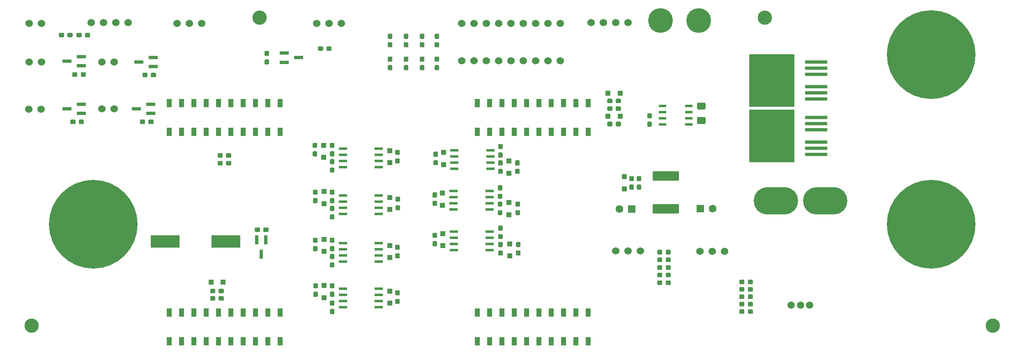
<source format=gbr>
G04 #@! TF.GenerationSoftware,KiCad,Pcbnew,(5.0.0)*
G04 #@! TF.CreationDate,2018-12-16T15:34:37-06:00*
G04 #@! TF.ProjectId,BMS_Hardware,424D535F48617264776172652E6B6963,rev?*
G04 #@! TF.SameCoordinates,Original*
G04 #@! TF.FileFunction,Soldermask,Top*
G04 #@! TF.FilePolarity,Negative*
%FSLAX46Y46*%
G04 Gerber Fmt 4.6, Leading zero omitted, Abs format (unit mm)*
G04 Created by KiCad (PCBNEW (5.0.0)) date 12/16/18 15:34:37*
%MOMM*%
%LPD*%
G01*
G04 APERTURE LIST*
%ADD10C,0.100000*%
%ADD11C,1.425000*%
%ADD12C,0.950000*%
%ADD13R,1.000000X1.000000*%
%ADD14C,1.501140*%
%ADD15O,9.144000X5.588000*%
%ADD16C,2.946400*%
%ADD17R,6.000000X2.500000*%
%ADD18C,1.524000*%
%ADD19R,0.990600X1.778000*%
%ADD20R,1.900000X0.800000*%
%ADD21R,0.800000X1.900000*%
%ADD22R,1.550000X0.600000*%
%ADD23C,18.288000*%
%ADD24C,1.600000*%
%ADD25R,1.600000X1.600000*%
%ADD26C,1.925000*%
%ADD27R,4.600000X0.800000*%
%ADD28R,9.400000X10.800000*%
%ADD29R,1.750000X0.550000*%
%ADD30C,5.080000*%
G04 APERTURE END LIST*
D10*
G04 #@! TO.C,C10*
G36*
X185942504Y-78627204D02*
X185966773Y-78630804D01*
X185990571Y-78636765D01*
X186013671Y-78645030D01*
X186035849Y-78655520D01*
X186056893Y-78668133D01*
X186076598Y-78682747D01*
X186094777Y-78699223D01*
X186111253Y-78717402D01*
X186125867Y-78737107D01*
X186138480Y-78758151D01*
X186148970Y-78780329D01*
X186157235Y-78803429D01*
X186163196Y-78827227D01*
X186166796Y-78851496D01*
X186168000Y-78876000D01*
X186168000Y-79801000D01*
X186166796Y-79825504D01*
X186163196Y-79849773D01*
X186157235Y-79873571D01*
X186148970Y-79896671D01*
X186138480Y-79918849D01*
X186125867Y-79939893D01*
X186111253Y-79959598D01*
X186094777Y-79977777D01*
X186076598Y-79994253D01*
X186056893Y-80008867D01*
X186035849Y-80021480D01*
X186013671Y-80031970D01*
X185990571Y-80040235D01*
X185966773Y-80046196D01*
X185942504Y-80049796D01*
X185918000Y-80051000D01*
X184668000Y-80051000D01*
X184643496Y-80049796D01*
X184619227Y-80046196D01*
X184595429Y-80040235D01*
X184572329Y-80031970D01*
X184550151Y-80021480D01*
X184529107Y-80008867D01*
X184509402Y-79994253D01*
X184491223Y-79977777D01*
X184474747Y-79959598D01*
X184460133Y-79939893D01*
X184447520Y-79918849D01*
X184437030Y-79896671D01*
X184428765Y-79873571D01*
X184422804Y-79849773D01*
X184419204Y-79825504D01*
X184418000Y-79801000D01*
X184418000Y-78876000D01*
X184419204Y-78851496D01*
X184422804Y-78827227D01*
X184428765Y-78803429D01*
X184437030Y-78780329D01*
X184447520Y-78758151D01*
X184460133Y-78737107D01*
X184474747Y-78717402D01*
X184491223Y-78699223D01*
X184509402Y-78682747D01*
X184529107Y-78668133D01*
X184550151Y-78655520D01*
X184572329Y-78645030D01*
X184595429Y-78636765D01*
X184619227Y-78630804D01*
X184643496Y-78627204D01*
X184668000Y-78626000D01*
X185918000Y-78626000D01*
X185942504Y-78627204D01*
X185942504Y-78627204D01*
G37*
D11*
X185293000Y-79338500D03*
D10*
G36*
X185942504Y-75652204D02*
X185966773Y-75655804D01*
X185990571Y-75661765D01*
X186013671Y-75670030D01*
X186035849Y-75680520D01*
X186056893Y-75693133D01*
X186076598Y-75707747D01*
X186094777Y-75724223D01*
X186111253Y-75742402D01*
X186125867Y-75762107D01*
X186138480Y-75783151D01*
X186148970Y-75805329D01*
X186157235Y-75828429D01*
X186163196Y-75852227D01*
X186166796Y-75876496D01*
X186168000Y-75901000D01*
X186168000Y-76826000D01*
X186166796Y-76850504D01*
X186163196Y-76874773D01*
X186157235Y-76898571D01*
X186148970Y-76921671D01*
X186138480Y-76943849D01*
X186125867Y-76964893D01*
X186111253Y-76984598D01*
X186094777Y-77002777D01*
X186076598Y-77019253D01*
X186056893Y-77033867D01*
X186035849Y-77046480D01*
X186013671Y-77056970D01*
X185990571Y-77065235D01*
X185966773Y-77071196D01*
X185942504Y-77074796D01*
X185918000Y-77076000D01*
X184668000Y-77076000D01*
X184643496Y-77074796D01*
X184619227Y-77071196D01*
X184595429Y-77065235D01*
X184572329Y-77056970D01*
X184550151Y-77046480D01*
X184529107Y-77033867D01*
X184509402Y-77019253D01*
X184491223Y-77002777D01*
X184474747Y-76984598D01*
X184460133Y-76964893D01*
X184447520Y-76943849D01*
X184437030Y-76921671D01*
X184428765Y-76898571D01*
X184422804Y-76874773D01*
X184419204Y-76850504D01*
X184418000Y-76826000D01*
X184418000Y-75901000D01*
X184419204Y-75876496D01*
X184422804Y-75852227D01*
X184428765Y-75828429D01*
X184437030Y-75805329D01*
X184447520Y-75783151D01*
X184460133Y-75762107D01*
X184474747Y-75742402D01*
X184491223Y-75724223D01*
X184509402Y-75707747D01*
X184529107Y-75693133D01*
X184550151Y-75680520D01*
X184572329Y-75670030D01*
X184595429Y-75661765D01*
X184619227Y-75655804D01*
X184643496Y-75652204D01*
X184668000Y-75651000D01*
X185918000Y-75651000D01*
X185942504Y-75652204D01*
X185942504Y-75652204D01*
G37*
D11*
X185293000Y-76363500D03*
G04 #@! TD*
D10*
G04 #@! TO.C,R8*
G36*
X109480779Y-93597144D02*
X109503834Y-93600563D01*
X109526443Y-93606227D01*
X109548387Y-93614079D01*
X109569457Y-93624044D01*
X109589448Y-93636026D01*
X109608168Y-93649910D01*
X109625438Y-93665562D01*
X109641090Y-93682832D01*
X109654974Y-93701552D01*
X109666956Y-93721543D01*
X109676921Y-93742613D01*
X109684773Y-93764557D01*
X109690437Y-93787166D01*
X109693856Y-93810221D01*
X109695000Y-93833500D01*
X109695000Y-94408500D01*
X109693856Y-94431779D01*
X109690437Y-94454834D01*
X109684773Y-94477443D01*
X109676921Y-94499387D01*
X109666956Y-94520457D01*
X109654974Y-94540448D01*
X109641090Y-94559168D01*
X109625438Y-94576438D01*
X109608168Y-94592090D01*
X109589448Y-94605974D01*
X109569457Y-94617956D01*
X109548387Y-94627921D01*
X109526443Y-94635773D01*
X109503834Y-94641437D01*
X109480779Y-94644856D01*
X109457500Y-94646000D01*
X108982500Y-94646000D01*
X108959221Y-94644856D01*
X108936166Y-94641437D01*
X108913557Y-94635773D01*
X108891613Y-94627921D01*
X108870543Y-94617956D01*
X108850552Y-94605974D01*
X108831832Y-94592090D01*
X108814562Y-94576438D01*
X108798910Y-94559168D01*
X108785026Y-94540448D01*
X108773044Y-94520457D01*
X108763079Y-94499387D01*
X108755227Y-94477443D01*
X108749563Y-94454834D01*
X108746144Y-94431779D01*
X108745000Y-94408500D01*
X108745000Y-93833500D01*
X108746144Y-93810221D01*
X108749563Y-93787166D01*
X108755227Y-93764557D01*
X108763079Y-93742613D01*
X108773044Y-93721543D01*
X108785026Y-93701552D01*
X108798910Y-93682832D01*
X108814562Y-93665562D01*
X108831832Y-93649910D01*
X108850552Y-93636026D01*
X108870543Y-93624044D01*
X108891613Y-93614079D01*
X108913557Y-93606227D01*
X108936166Y-93600563D01*
X108959221Y-93597144D01*
X108982500Y-93596000D01*
X109457500Y-93596000D01*
X109480779Y-93597144D01*
X109480779Y-93597144D01*
G37*
D12*
X109220000Y-94121000D03*
D10*
G36*
X109480779Y-95347144D02*
X109503834Y-95350563D01*
X109526443Y-95356227D01*
X109548387Y-95364079D01*
X109569457Y-95374044D01*
X109589448Y-95386026D01*
X109608168Y-95399910D01*
X109625438Y-95415562D01*
X109641090Y-95432832D01*
X109654974Y-95451552D01*
X109666956Y-95471543D01*
X109676921Y-95492613D01*
X109684773Y-95514557D01*
X109690437Y-95537166D01*
X109693856Y-95560221D01*
X109695000Y-95583500D01*
X109695000Y-96158500D01*
X109693856Y-96181779D01*
X109690437Y-96204834D01*
X109684773Y-96227443D01*
X109676921Y-96249387D01*
X109666956Y-96270457D01*
X109654974Y-96290448D01*
X109641090Y-96309168D01*
X109625438Y-96326438D01*
X109608168Y-96342090D01*
X109589448Y-96355974D01*
X109569457Y-96367956D01*
X109548387Y-96377921D01*
X109526443Y-96385773D01*
X109503834Y-96391437D01*
X109480779Y-96394856D01*
X109457500Y-96396000D01*
X108982500Y-96396000D01*
X108959221Y-96394856D01*
X108936166Y-96391437D01*
X108913557Y-96385773D01*
X108891613Y-96377921D01*
X108870543Y-96367956D01*
X108850552Y-96355974D01*
X108831832Y-96342090D01*
X108814562Y-96326438D01*
X108798910Y-96309168D01*
X108785026Y-96290448D01*
X108773044Y-96270457D01*
X108763079Y-96249387D01*
X108755227Y-96227443D01*
X108749563Y-96204834D01*
X108746144Y-96181779D01*
X108745000Y-96158500D01*
X108745000Y-95583500D01*
X108746144Y-95560221D01*
X108749563Y-95537166D01*
X108755227Y-95514557D01*
X108763079Y-95492613D01*
X108773044Y-95471543D01*
X108785026Y-95451552D01*
X108798910Y-95432832D01*
X108814562Y-95415562D01*
X108831832Y-95399910D01*
X108850552Y-95386026D01*
X108870543Y-95374044D01*
X108891613Y-95364079D01*
X108913557Y-95356227D01*
X108936166Y-95350563D01*
X108959221Y-95347144D01*
X108982500Y-95346000D01*
X109457500Y-95346000D01*
X109480779Y-95347144D01*
X109480779Y-95347144D01*
G37*
D12*
X109220000Y-95871000D03*
G04 #@! TD*
D13*
G04 #@! TO.C,D14*
X107442000Y-84475000D03*
X107442000Y-86975000D03*
G04 #@! TD*
G04 #@! TO.C,D15*
X107505500Y-94000000D03*
X107505500Y-96500000D03*
G04 #@! TD*
G04 #@! TO.C,D16*
X107505500Y-103842500D03*
X107505500Y-106342500D03*
G04 #@! TD*
G04 #@! TO.C,D17*
X107505500Y-113367500D03*
X107505500Y-115867500D03*
G04 #@! TD*
G04 #@! TO.C,D18*
X145796000Y-107295000D03*
X145796000Y-104795000D03*
G04 #@! TD*
G04 #@! TO.C,D19*
X145669000Y-98786000D03*
X145669000Y-96286000D03*
G04 #@! TD*
G04 #@! TO.C,D20*
X145605500Y-90213500D03*
X145605500Y-87713500D03*
G04 #@! TD*
D14*
G04 #@! TO.C,U1*
X203829920Y-117381020D03*
X207650080Y-117381020D03*
X205740000Y-117381020D03*
D15*
X210820000Y-95885000D03*
X200660000Y-95885000D03*
G04 #@! TD*
D16*
G04 #@! TO.C,REF\002A\002A*
X198374000Y-58166000D03*
G04 #@! TD*
G04 #@! TO.C,REF\002A\002A*
X94234000Y-58166000D03*
G04 #@! TD*
G04 #@! TO.C,REF\002A\002A*
X47244000Y-121666000D03*
G04 #@! TD*
D17*
G04 #@! TO.C,B1*
X74749000Y-104267000D03*
X87349000Y-104267000D03*
G04 #@! TD*
D10*
G04 #@! TO.C,R23*
G36*
X86656779Y-115540644D02*
X86679834Y-115544063D01*
X86702443Y-115549727D01*
X86724387Y-115557579D01*
X86745457Y-115567544D01*
X86765448Y-115579526D01*
X86784168Y-115593410D01*
X86801438Y-115609062D01*
X86817090Y-115626332D01*
X86830974Y-115645052D01*
X86842956Y-115665043D01*
X86852921Y-115686113D01*
X86860773Y-115708057D01*
X86866437Y-115730666D01*
X86869856Y-115753721D01*
X86871000Y-115777000D01*
X86871000Y-116252000D01*
X86869856Y-116275279D01*
X86866437Y-116298334D01*
X86860773Y-116320943D01*
X86852921Y-116342887D01*
X86842956Y-116363957D01*
X86830974Y-116383948D01*
X86817090Y-116402668D01*
X86801438Y-116419938D01*
X86784168Y-116435590D01*
X86765448Y-116449474D01*
X86745457Y-116461456D01*
X86724387Y-116471421D01*
X86702443Y-116479273D01*
X86679834Y-116484937D01*
X86656779Y-116488356D01*
X86633500Y-116489500D01*
X86058500Y-116489500D01*
X86035221Y-116488356D01*
X86012166Y-116484937D01*
X85989557Y-116479273D01*
X85967613Y-116471421D01*
X85946543Y-116461456D01*
X85926552Y-116449474D01*
X85907832Y-116435590D01*
X85890562Y-116419938D01*
X85874910Y-116402668D01*
X85861026Y-116383948D01*
X85849044Y-116363957D01*
X85839079Y-116342887D01*
X85831227Y-116320943D01*
X85825563Y-116298334D01*
X85822144Y-116275279D01*
X85821000Y-116252000D01*
X85821000Y-115777000D01*
X85822144Y-115753721D01*
X85825563Y-115730666D01*
X85831227Y-115708057D01*
X85839079Y-115686113D01*
X85849044Y-115665043D01*
X85861026Y-115645052D01*
X85874910Y-115626332D01*
X85890562Y-115609062D01*
X85907832Y-115593410D01*
X85926552Y-115579526D01*
X85946543Y-115567544D01*
X85967613Y-115557579D01*
X85989557Y-115549727D01*
X86012166Y-115544063D01*
X86035221Y-115540644D01*
X86058500Y-115539500D01*
X86633500Y-115539500D01*
X86656779Y-115540644D01*
X86656779Y-115540644D01*
G37*
D12*
X86346000Y-116014500D03*
D10*
G36*
X84906779Y-115540644D02*
X84929834Y-115544063D01*
X84952443Y-115549727D01*
X84974387Y-115557579D01*
X84995457Y-115567544D01*
X85015448Y-115579526D01*
X85034168Y-115593410D01*
X85051438Y-115609062D01*
X85067090Y-115626332D01*
X85080974Y-115645052D01*
X85092956Y-115665043D01*
X85102921Y-115686113D01*
X85110773Y-115708057D01*
X85116437Y-115730666D01*
X85119856Y-115753721D01*
X85121000Y-115777000D01*
X85121000Y-116252000D01*
X85119856Y-116275279D01*
X85116437Y-116298334D01*
X85110773Y-116320943D01*
X85102921Y-116342887D01*
X85092956Y-116363957D01*
X85080974Y-116383948D01*
X85067090Y-116402668D01*
X85051438Y-116419938D01*
X85034168Y-116435590D01*
X85015448Y-116449474D01*
X84995457Y-116461456D01*
X84974387Y-116471421D01*
X84952443Y-116479273D01*
X84929834Y-116484937D01*
X84906779Y-116488356D01*
X84883500Y-116489500D01*
X84308500Y-116489500D01*
X84285221Y-116488356D01*
X84262166Y-116484937D01*
X84239557Y-116479273D01*
X84217613Y-116471421D01*
X84196543Y-116461456D01*
X84176552Y-116449474D01*
X84157832Y-116435590D01*
X84140562Y-116419938D01*
X84124910Y-116402668D01*
X84111026Y-116383948D01*
X84099044Y-116363957D01*
X84089079Y-116342887D01*
X84081227Y-116320943D01*
X84075563Y-116298334D01*
X84072144Y-116275279D01*
X84071000Y-116252000D01*
X84071000Y-115777000D01*
X84072144Y-115753721D01*
X84075563Y-115730666D01*
X84081227Y-115708057D01*
X84089079Y-115686113D01*
X84099044Y-115665043D01*
X84111026Y-115645052D01*
X84124910Y-115626332D01*
X84140562Y-115609062D01*
X84157832Y-115593410D01*
X84176552Y-115579526D01*
X84196543Y-115567544D01*
X84217613Y-115557579D01*
X84239557Y-115549727D01*
X84262166Y-115544063D01*
X84285221Y-115540644D01*
X84308500Y-115539500D01*
X84883500Y-115539500D01*
X84906779Y-115540644D01*
X84906779Y-115540644D01*
G37*
D12*
X84596000Y-116014500D03*
G04 #@! TD*
D18*
G04 #@! TO.C,Conn2*
X156210000Y-59309000D03*
X153670000Y-59309000D03*
X151130000Y-59309000D03*
X148590000Y-59309000D03*
X146050000Y-59309000D03*
X143510000Y-59309000D03*
X140970000Y-59309000D03*
X138430000Y-59309000D03*
X135890000Y-59309000D03*
G04 #@! TD*
G04 #@! TO.C,Conn1*
X135890000Y-67056000D03*
X138430000Y-67056000D03*
X140970000Y-67056000D03*
X143510000Y-67056000D03*
X146050000Y-67056000D03*
X148590000Y-67056000D03*
X151130000Y-67056000D03*
X153670000Y-67056000D03*
X156210000Y-67056000D03*
G04 #@! TD*
D19*
G04 #@! TO.C,U21*
X98501200Y-75793600D03*
X95961200Y-75793600D03*
X93421200Y-75793600D03*
X90881200Y-75793600D03*
X88341200Y-75793600D03*
X85801200Y-75793600D03*
X83261200Y-75793600D03*
X80721200Y-75793600D03*
X78181200Y-75793600D03*
X75641200Y-75793600D03*
X98501200Y-81686400D03*
X95961200Y-81686400D03*
X93421200Y-81686400D03*
X90881200Y-81686400D03*
X88341200Y-81686400D03*
X85801200Y-81686400D03*
X83261200Y-81686400D03*
X80721200Y-81686400D03*
X78181200Y-81686400D03*
X75641200Y-81686400D03*
X98501200Y-124866400D03*
X95961200Y-124866400D03*
X93421200Y-124866400D03*
X90881200Y-124866400D03*
X88341200Y-124866400D03*
X85801200Y-124866400D03*
X83261200Y-124866400D03*
X80721200Y-124866400D03*
X78181200Y-124866400D03*
X75641200Y-124866400D03*
X98501200Y-118973600D03*
X95961200Y-118973600D03*
X93421200Y-118973600D03*
X90881200Y-118973600D03*
X88341200Y-118973600D03*
X85801200Y-118973600D03*
X83261200Y-118973600D03*
X80721200Y-118973600D03*
X78181200Y-118973600D03*
X75641200Y-118973600D03*
X144221200Y-75793600D03*
X141681200Y-75793600D03*
X139141200Y-75793600D03*
X162001200Y-81686400D03*
X159461200Y-81686400D03*
X156921200Y-81686400D03*
X154381200Y-81686400D03*
X151841200Y-81686400D03*
X149301200Y-81686400D03*
X146761200Y-81686400D03*
X144221200Y-81686400D03*
X141681200Y-81686400D03*
X139141200Y-81686400D03*
X162001200Y-124866400D03*
X156921200Y-124866400D03*
X151841200Y-124866400D03*
X149301200Y-124866400D03*
X146761200Y-124866400D03*
X144221200Y-124866400D03*
X141681200Y-124866400D03*
X162001200Y-118973600D03*
X156921200Y-118973600D03*
X146761200Y-118973600D03*
X144221200Y-118973600D03*
X141681200Y-118973600D03*
X139141200Y-118973600D03*
X151841200Y-118973600D03*
X154381200Y-118973600D03*
X159461200Y-124866400D03*
X146761200Y-75793600D03*
X149301200Y-75793600D03*
X159461200Y-118973600D03*
X154381200Y-124866400D03*
X156921200Y-75793600D03*
X154381200Y-75793600D03*
X149301200Y-118973600D03*
X151841200Y-75793600D03*
X159461200Y-75793600D03*
X162001200Y-75793600D03*
X139141200Y-124866400D03*
G04 #@! TD*
D20*
G04 #@! TO.C,Q1*
X54507000Y-67119500D03*
X57507000Y-66169500D03*
X57507000Y-68069500D03*
G04 #@! TD*
G04 #@! TO.C,Q2*
X99328049Y-65446607D03*
X99328049Y-67346607D03*
X102328049Y-66396607D03*
G04 #@! TD*
D21*
G04 #@! TO.C,Q3*
X95565000Y-103935400D03*
X93665000Y-103935400D03*
X94615000Y-106935400D03*
G04 #@! TD*
D20*
G04 #@! TO.C,Q4*
X72366000Y-68260000D03*
X72366000Y-66360000D03*
X69366000Y-67310000D03*
G04 #@! TD*
G04 #@! TO.C,Q5*
X54507000Y-76962000D03*
X57507000Y-76012000D03*
X57507000Y-77912000D03*
G04 #@! TD*
G04 #@! TO.C,Q8*
X68858000Y-76962000D03*
X71858000Y-76012000D03*
X71858000Y-77912000D03*
G04 #@! TD*
D18*
G04 #@! TO.C,U2*
X46736000Y-67310000D03*
X49276000Y-67310000D03*
G04 #@! TD*
G04 #@! TO.C,U4*
X64262000Y-67310000D03*
X61722000Y-67310000D03*
G04 #@! TD*
G04 #@! TO.C,U5*
X170180000Y-59182000D03*
X167640000Y-59182000D03*
X165100000Y-59182000D03*
X162560000Y-59182000D03*
X162560000Y-59182000D03*
G04 #@! TD*
D22*
G04 #@! TO.C,U6*
X182697100Y-76314300D03*
X182697100Y-77584300D03*
X182697100Y-78854300D03*
X182697100Y-80124300D03*
X177297100Y-80124300D03*
X177297100Y-78854300D03*
X177297100Y-77584300D03*
X177297100Y-76314300D03*
G04 #@! TD*
D18*
G04 #@! TO.C,U7*
X49276000Y-59309000D03*
X46736000Y-59309000D03*
G04 #@! TD*
G04 #@! TO.C,U8*
X46685200Y-77012800D03*
X49225200Y-77012800D03*
G04 #@! TD*
G04 #@! TO.C,U10*
X59563000Y-59182000D03*
X59563000Y-59182000D03*
X62103000Y-59182000D03*
X64643000Y-59182000D03*
X67183000Y-59182000D03*
G04 #@! TD*
G04 #@! TO.C,U11*
X106045000Y-59309000D03*
X108585000Y-59309000D03*
X111125000Y-59309000D03*
G04 #@! TD*
G04 #@! TO.C,U12*
X64262000Y-76962000D03*
X61722000Y-76962000D03*
G04 #@! TD*
G04 #@! TO.C,U17*
X82296000Y-59309000D03*
X79756000Y-59309000D03*
X77216000Y-59309000D03*
G04 #@! TD*
G04 #@! TO.C,U18*
X167690800Y-106273600D03*
X170230800Y-106273600D03*
X172770800Y-106273600D03*
G04 #@! TD*
D23*
G04 #@! TO.C,V1*
X59944000Y-100711000D03*
G04 #@! TD*
G04 #@! TO.C,V2*
X232664000Y-100711000D03*
G04 #@! TD*
G04 #@! TO.C,V3*
X232664000Y-65786000D03*
G04 #@! TD*
D10*
G04 #@! TO.C,C1*
G36*
X166758279Y-79599644D02*
X166781334Y-79603063D01*
X166803943Y-79608727D01*
X166825887Y-79616579D01*
X166846957Y-79626544D01*
X166866948Y-79638526D01*
X166885668Y-79652410D01*
X166902938Y-79668062D01*
X166918590Y-79685332D01*
X166932474Y-79704052D01*
X166944456Y-79724043D01*
X166954421Y-79745113D01*
X166962273Y-79767057D01*
X166967937Y-79789666D01*
X166971356Y-79812721D01*
X166972500Y-79836000D01*
X166972500Y-80311000D01*
X166971356Y-80334279D01*
X166967937Y-80357334D01*
X166962273Y-80379943D01*
X166954421Y-80401887D01*
X166944456Y-80422957D01*
X166932474Y-80442948D01*
X166918590Y-80461668D01*
X166902938Y-80478938D01*
X166885668Y-80494590D01*
X166866948Y-80508474D01*
X166846957Y-80520456D01*
X166825887Y-80530421D01*
X166803943Y-80538273D01*
X166781334Y-80543937D01*
X166758279Y-80547356D01*
X166735000Y-80548500D01*
X166160000Y-80548500D01*
X166136721Y-80547356D01*
X166113666Y-80543937D01*
X166091057Y-80538273D01*
X166069113Y-80530421D01*
X166048043Y-80520456D01*
X166028052Y-80508474D01*
X166009332Y-80494590D01*
X165992062Y-80478938D01*
X165976410Y-80461668D01*
X165962526Y-80442948D01*
X165950544Y-80422957D01*
X165940579Y-80401887D01*
X165932727Y-80379943D01*
X165927063Y-80357334D01*
X165923644Y-80334279D01*
X165922500Y-80311000D01*
X165922500Y-79836000D01*
X165923644Y-79812721D01*
X165927063Y-79789666D01*
X165932727Y-79767057D01*
X165940579Y-79745113D01*
X165950544Y-79724043D01*
X165962526Y-79704052D01*
X165976410Y-79685332D01*
X165992062Y-79668062D01*
X166009332Y-79652410D01*
X166028052Y-79638526D01*
X166048043Y-79626544D01*
X166069113Y-79616579D01*
X166091057Y-79608727D01*
X166113666Y-79603063D01*
X166136721Y-79599644D01*
X166160000Y-79598500D01*
X166735000Y-79598500D01*
X166758279Y-79599644D01*
X166758279Y-79599644D01*
G37*
D12*
X166447500Y-80073500D03*
D10*
G36*
X168508279Y-79599644D02*
X168531334Y-79603063D01*
X168553943Y-79608727D01*
X168575887Y-79616579D01*
X168596957Y-79626544D01*
X168616948Y-79638526D01*
X168635668Y-79652410D01*
X168652938Y-79668062D01*
X168668590Y-79685332D01*
X168682474Y-79704052D01*
X168694456Y-79724043D01*
X168704421Y-79745113D01*
X168712273Y-79767057D01*
X168717937Y-79789666D01*
X168721356Y-79812721D01*
X168722500Y-79836000D01*
X168722500Y-80311000D01*
X168721356Y-80334279D01*
X168717937Y-80357334D01*
X168712273Y-80379943D01*
X168704421Y-80401887D01*
X168694456Y-80422957D01*
X168682474Y-80442948D01*
X168668590Y-80461668D01*
X168652938Y-80478938D01*
X168635668Y-80494590D01*
X168616948Y-80508474D01*
X168596957Y-80520456D01*
X168575887Y-80530421D01*
X168553943Y-80538273D01*
X168531334Y-80543937D01*
X168508279Y-80547356D01*
X168485000Y-80548500D01*
X167910000Y-80548500D01*
X167886721Y-80547356D01*
X167863666Y-80543937D01*
X167841057Y-80538273D01*
X167819113Y-80530421D01*
X167798043Y-80520456D01*
X167778052Y-80508474D01*
X167759332Y-80494590D01*
X167742062Y-80478938D01*
X167726410Y-80461668D01*
X167712526Y-80442948D01*
X167700544Y-80422957D01*
X167690579Y-80401887D01*
X167682727Y-80379943D01*
X167677063Y-80357334D01*
X167673644Y-80334279D01*
X167672500Y-80311000D01*
X167672500Y-79836000D01*
X167673644Y-79812721D01*
X167677063Y-79789666D01*
X167682727Y-79767057D01*
X167690579Y-79745113D01*
X167700544Y-79724043D01*
X167712526Y-79704052D01*
X167726410Y-79685332D01*
X167742062Y-79668062D01*
X167759332Y-79652410D01*
X167778052Y-79638526D01*
X167798043Y-79626544D01*
X167819113Y-79616579D01*
X167841057Y-79608727D01*
X167863666Y-79603063D01*
X167886721Y-79599644D01*
X167910000Y-79598500D01*
X168485000Y-79598500D01*
X168508279Y-79599644D01*
X168508279Y-79599644D01*
G37*
D12*
X168197500Y-80073500D03*
G04 #@! TD*
D10*
G04 #@! TO.C,C2*
G36*
X144151779Y-84199144D02*
X144174834Y-84202563D01*
X144197443Y-84208227D01*
X144219387Y-84216079D01*
X144240457Y-84226044D01*
X144260448Y-84238026D01*
X144279168Y-84251910D01*
X144296438Y-84267562D01*
X144312090Y-84284832D01*
X144325974Y-84303552D01*
X144337956Y-84323543D01*
X144347921Y-84344613D01*
X144355773Y-84366557D01*
X144361437Y-84389166D01*
X144364856Y-84412221D01*
X144366000Y-84435500D01*
X144366000Y-85010500D01*
X144364856Y-85033779D01*
X144361437Y-85056834D01*
X144355773Y-85079443D01*
X144347921Y-85101387D01*
X144337956Y-85122457D01*
X144325974Y-85142448D01*
X144312090Y-85161168D01*
X144296438Y-85178438D01*
X144279168Y-85194090D01*
X144260448Y-85207974D01*
X144240457Y-85219956D01*
X144219387Y-85229921D01*
X144197443Y-85237773D01*
X144174834Y-85243437D01*
X144151779Y-85246856D01*
X144128500Y-85248000D01*
X143653500Y-85248000D01*
X143630221Y-85246856D01*
X143607166Y-85243437D01*
X143584557Y-85237773D01*
X143562613Y-85229921D01*
X143541543Y-85219956D01*
X143521552Y-85207974D01*
X143502832Y-85194090D01*
X143485562Y-85178438D01*
X143469910Y-85161168D01*
X143456026Y-85142448D01*
X143444044Y-85122457D01*
X143434079Y-85101387D01*
X143426227Y-85079443D01*
X143420563Y-85056834D01*
X143417144Y-85033779D01*
X143416000Y-85010500D01*
X143416000Y-84435500D01*
X143417144Y-84412221D01*
X143420563Y-84389166D01*
X143426227Y-84366557D01*
X143434079Y-84344613D01*
X143444044Y-84323543D01*
X143456026Y-84303552D01*
X143469910Y-84284832D01*
X143485562Y-84267562D01*
X143502832Y-84251910D01*
X143521552Y-84238026D01*
X143541543Y-84226044D01*
X143562613Y-84216079D01*
X143584557Y-84208227D01*
X143607166Y-84202563D01*
X143630221Y-84199144D01*
X143653500Y-84198000D01*
X144128500Y-84198000D01*
X144151779Y-84199144D01*
X144151779Y-84199144D01*
G37*
D12*
X143891000Y-84723000D03*
D10*
G36*
X144151779Y-85949144D02*
X144174834Y-85952563D01*
X144197443Y-85958227D01*
X144219387Y-85966079D01*
X144240457Y-85976044D01*
X144260448Y-85988026D01*
X144279168Y-86001910D01*
X144296438Y-86017562D01*
X144312090Y-86034832D01*
X144325974Y-86053552D01*
X144337956Y-86073543D01*
X144347921Y-86094613D01*
X144355773Y-86116557D01*
X144361437Y-86139166D01*
X144364856Y-86162221D01*
X144366000Y-86185500D01*
X144366000Y-86760500D01*
X144364856Y-86783779D01*
X144361437Y-86806834D01*
X144355773Y-86829443D01*
X144347921Y-86851387D01*
X144337956Y-86872457D01*
X144325974Y-86892448D01*
X144312090Y-86911168D01*
X144296438Y-86928438D01*
X144279168Y-86944090D01*
X144260448Y-86957974D01*
X144240457Y-86969956D01*
X144219387Y-86979921D01*
X144197443Y-86987773D01*
X144174834Y-86993437D01*
X144151779Y-86996856D01*
X144128500Y-86998000D01*
X143653500Y-86998000D01*
X143630221Y-86996856D01*
X143607166Y-86993437D01*
X143584557Y-86987773D01*
X143562613Y-86979921D01*
X143541543Y-86969956D01*
X143521552Y-86957974D01*
X143502832Y-86944090D01*
X143485562Y-86928438D01*
X143469910Y-86911168D01*
X143456026Y-86892448D01*
X143444044Y-86872457D01*
X143434079Y-86851387D01*
X143426227Y-86829443D01*
X143420563Y-86806834D01*
X143417144Y-86783779D01*
X143416000Y-86760500D01*
X143416000Y-86185500D01*
X143417144Y-86162221D01*
X143420563Y-86139166D01*
X143426227Y-86116557D01*
X143434079Y-86094613D01*
X143444044Y-86073543D01*
X143456026Y-86053552D01*
X143469910Y-86034832D01*
X143485562Y-86017562D01*
X143502832Y-86001910D01*
X143521552Y-85988026D01*
X143541543Y-85976044D01*
X143562613Y-85966079D01*
X143584557Y-85958227D01*
X143607166Y-85952563D01*
X143630221Y-85949144D01*
X143653500Y-85948000D01*
X144128500Y-85948000D01*
X144151779Y-85949144D01*
X144151779Y-85949144D01*
G37*
D12*
X143891000Y-86473000D03*
G04 #@! TD*
D10*
G04 #@! TO.C,C3*
G36*
X144088279Y-94458144D02*
X144111334Y-94461563D01*
X144133943Y-94467227D01*
X144155887Y-94475079D01*
X144176957Y-94485044D01*
X144196948Y-94497026D01*
X144215668Y-94510910D01*
X144232938Y-94526562D01*
X144248590Y-94543832D01*
X144262474Y-94562552D01*
X144274456Y-94582543D01*
X144284421Y-94603613D01*
X144292273Y-94625557D01*
X144297937Y-94648166D01*
X144301356Y-94671221D01*
X144302500Y-94694500D01*
X144302500Y-95269500D01*
X144301356Y-95292779D01*
X144297937Y-95315834D01*
X144292273Y-95338443D01*
X144284421Y-95360387D01*
X144274456Y-95381457D01*
X144262474Y-95401448D01*
X144248590Y-95420168D01*
X144232938Y-95437438D01*
X144215668Y-95453090D01*
X144196948Y-95466974D01*
X144176957Y-95478956D01*
X144155887Y-95488921D01*
X144133943Y-95496773D01*
X144111334Y-95502437D01*
X144088279Y-95505856D01*
X144065000Y-95507000D01*
X143590000Y-95507000D01*
X143566721Y-95505856D01*
X143543666Y-95502437D01*
X143521057Y-95496773D01*
X143499113Y-95488921D01*
X143478043Y-95478956D01*
X143458052Y-95466974D01*
X143439332Y-95453090D01*
X143422062Y-95437438D01*
X143406410Y-95420168D01*
X143392526Y-95401448D01*
X143380544Y-95381457D01*
X143370579Y-95360387D01*
X143362727Y-95338443D01*
X143357063Y-95315834D01*
X143353644Y-95292779D01*
X143352500Y-95269500D01*
X143352500Y-94694500D01*
X143353644Y-94671221D01*
X143357063Y-94648166D01*
X143362727Y-94625557D01*
X143370579Y-94603613D01*
X143380544Y-94582543D01*
X143392526Y-94562552D01*
X143406410Y-94543832D01*
X143422062Y-94526562D01*
X143439332Y-94510910D01*
X143458052Y-94497026D01*
X143478043Y-94485044D01*
X143499113Y-94475079D01*
X143521057Y-94467227D01*
X143543666Y-94461563D01*
X143566721Y-94458144D01*
X143590000Y-94457000D01*
X144065000Y-94457000D01*
X144088279Y-94458144D01*
X144088279Y-94458144D01*
G37*
D12*
X143827500Y-94982000D03*
D10*
G36*
X144088279Y-92708144D02*
X144111334Y-92711563D01*
X144133943Y-92717227D01*
X144155887Y-92725079D01*
X144176957Y-92735044D01*
X144196948Y-92747026D01*
X144215668Y-92760910D01*
X144232938Y-92776562D01*
X144248590Y-92793832D01*
X144262474Y-92812552D01*
X144274456Y-92832543D01*
X144284421Y-92853613D01*
X144292273Y-92875557D01*
X144297937Y-92898166D01*
X144301356Y-92921221D01*
X144302500Y-92944500D01*
X144302500Y-93519500D01*
X144301356Y-93542779D01*
X144297937Y-93565834D01*
X144292273Y-93588443D01*
X144284421Y-93610387D01*
X144274456Y-93631457D01*
X144262474Y-93651448D01*
X144248590Y-93670168D01*
X144232938Y-93687438D01*
X144215668Y-93703090D01*
X144196948Y-93716974D01*
X144176957Y-93728956D01*
X144155887Y-93738921D01*
X144133943Y-93746773D01*
X144111334Y-93752437D01*
X144088279Y-93755856D01*
X144065000Y-93757000D01*
X143590000Y-93757000D01*
X143566721Y-93755856D01*
X143543666Y-93752437D01*
X143521057Y-93746773D01*
X143499113Y-93738921D01*
X143478043Y-93728956D01*
X143458052Y-93716974D01*
X143439332Y-93703090D01*
X143422062Y-93687438D01*
X143406410Y-93670168D01*
X143392526Y-93651448D01*
X143380544Y-93631457D01*
X143370579Y-93610387D01*
X143362727Y-93588443D01*
X143357063Y-93565834D01*
X143353644Y-93542779D01*
X143352500Y-93519500D01*
X143352500Y-92944500D01*
X143353644Y-92921221D01*
X143357063Y-92898166D01*
X143362727Y-92875557D01*
X143370579Y-92853613D01*
X143380544Y-92832543D01*
X143392526Y-92812552D01*
X143406410Y-92793832D01*
X143422062Y-92776562D01*
X143439332Y-92760910D01*
X143458052Y-92747026D01*
X143478043Y-92735044D01*
X143499113Y-92725079D01*
X143521057Y-92717227D01*
X143543666Y-92711563D01*
X143566721Y-92708144D01*
X143590000Y-92707000D01*
X144065000Y-92707000D01*
X144088279Y-92708144D01*
X144088279Y-92708144D01*
G37*
D12*
X143827500Y-93232000D03*
G04 #@! TD*
D10*
G04 #@! TO.C,C4*
G36*
X144151779Y-101026644D02*
X144174834Y-101030063D01*
X144197443Y-101035727D01*
X144219387Y-101043579D01*
X144240457Y-101053544D01*
X144260448Y-101065526D01*
X144279168Y-101079410D01*
X144296438Y-101095062D01*
X144312090Y-101112332D01*
X144325974Y-101131052D01*
X144337956Y-101151043D01*
X144347921Y-101172113D01*
X144355773Y-101194057D01*
X144361437Y-101216666D01*
X144364856Y-101239721D01*
X144366000Y-101263000D01*
X144366000Y-101838000D01*
X144364856Y-101861279D01*
X144361437Y-101884334D01*
X144355773Y-101906943D01*
X144347921Y-101928887D01*
X144337956Y-101949957D01*
X144325974Y-101969948D01*
X144312090Y-101988668D01*
X144296438Y-102005938D01*
X144279168Y-102021590D01*
X144260448Y-102035474D01*
X144240457Y-102047456D01*
X144219387Y-102057421D01*
X144197443Y-102065273D01*
X144174834Y-102070937D01*
X144151779Y-102074356D01*
X144128500Y-102075500D01*
X143653500Y-102075500D01*
X143630221Y-102074356D01*
X143607166Y-102070937D01*
X143584557Y-102065273D01*
X143562613Y-102057421D01*
X143541543Y-102047456D01*
X143521552Y-102035474D01*
X143502832Y-102021590D01*
X143485562Y-102005938D01*
X143469910Y-101988668D01*
X143456026Y-101969948D01*
X143444044Y-101949957D01*
X143434079Y-101928887D01*
X143426227Y-101906943D01*
X143420563Y-101884334D01*
X143417144Y-101861279D01*
X143416000Y-101838000D01*
X143416000Y-101263000D01*
X143417144Y-101239721D01*
X143420563Y-101216666D01*
X143426227Y-101194057D01*
X143434079Y-101172113D01*
X143444044Y-101151043D01*
X143456026Y-101131052D01*
X143469910Y-101112332D01*
X143485562Y-101095062D01*
X143502832Y-101079410D01*
X143521552Y-101065526D01*
X143541543Y-101053544D01*
X143562613Y-101043579D01*
X143584557Y-101035727D01*
X143607166Y-101030063D01*
X143630221Y-101026644D01*
X143653500Y-101025500D01*
X144128500Y-101025500D01*
X144151779Y-101026644D01*
X144151779Y-101026644D01*
G37*
D12*
X143891000Y-101550500D03*
D10*
G36*
X144151779Y-102776644D02*
X144174834Y-102780063D01*
X144197443Y-102785727D01*
X144219387Y-102793579D01*
X144240457Y-102803544D01*
X144260448Y-102815526D01*
X144279168Y-102829410D01*
X144296438Y-102845062D01*
X144312090Y-102862332D01*
X144325974Y-102881052D01*
X144337956Y-102901043D01*
X144347921Y-102922113D01*
X144355773Y-102944057D01*
X144361437Y-102966666D01*
X144364856Y-102989721D01*
X144366000Y-103013000D01*
X144366000Y-103588000D01*
X144364856Y-103611279D01*
X144361437Y-103634334D01*
X144355773Y-103656943D01*
X144347921Y-103678887D01*
X144337956Y-103699957D01*
X144325974Y-103719948D01*
X144312090Y-103738668D01*
X144296438Y-103755938D01*
X144279168Y-103771590D01*
X144260448Y-103785474D01*
X144240457Y-103797456D01*
X144219387Y-103807421D01*
X144197443Y-103815273D01*
X144174834Y-103820937D01*
X144151779Y-103824356D01*
X144128500Y-103825500D01*
X143653500Y-103825500D01*
X143630221Y-103824356D01*
X143607166Y-103820937D01*
X143584557Y-103815273D01*
X143562613Y-103807421D01*
X143541543Y-103797456D01*
X143521552Y-103785474D01*
X143502832Y-103771590D01*
X143485562Y-103755938D01*
X143469910Y-103738668D01*
X143456026Y-103719948D01*
X143444044Y-103699957D01*
X143434079Y-103678887D01*
X143426227Y-103656943D01*
X143420563Y-103634334D01*
X143417144Y-103611279D01*
X143416000Y-103588000D01*
X143416000Y-103013000D01*
X143417144Y-102989721D01*
X143420563Y-102966666D01*
X143426227Y-102944057D01*
X143434079Y-102922113D01*
X143444044Y-102901043D01*
X143456026Y-102881052D01*
X143469910Y-102862332D01*
X143485562Y-102845062D01*
X143502832Y-102829410D01*
X143521552Y-102815526D01*
X143541543Y-102803544D01*
X143562613Y-102793579D01*
X143584557Y-102785727D01*
X143607166Y-102780063D01*
X143630221Y-102776644D01*
X143653500Y-102775500D01*
X144128500Y-102775500D01*
X144151779Y-102776644D01*
X144151779Y-102776644D01*
G37*
D12*
X143891000Y-103300500D03*
G04 #@! TD*
D10*
G04 #@! TO.C,C5*
G36*
X109480779Y-116457144D02*
X109503834Y-116460563D01*
X109526443Y-116466227D01*
X109548387Y-116474079D01*
X109569457Y-116484044D01*
X109589448Y-116496026D01*
X109608168Y-116509910D01*
X109625438Y-116525562D01*
X109641090Y-116542832D01*
X109654974Y-116561552D01*
X109666956Y-116581543D01*
X109676921Y-116602613D01*
X109684773Y-116624557D01*
X109690437Y-116647166D01*
X109693856Y-116670221D01*
X109695000Y-116693500D01*
X109695000Y-117268500D01*
X109693856Y-117291779D01*
X109690437Y-117314834D01*
X109684773Y-117337443D01*
X109676921Y-117359387D01*
X109666956Y-117380457D01*
X109654974Y-117400448D01*
X109641090Y-117419168D01*
X109625438Y-117436438D01*
X109608168Y-117452090D01*
X109589448Y-117465974D01*
X109569457Y-117477956D01*
X109548387Y-117487921D01*
X109526443Y-117495773D01*
X109503834Y-117501437D01*
X109480779Y-117504856D01*
X109457500Y-117506000D01*
X108982500Y-117506000D01*
X108959221Y-117504856D01*
X108936166Y-117501437D01*
X108913557Y-117495773D01*
X108891613Y-117487921D01*
X108870543Y-117477956D01*
X108850552Y-117465974D01*
X108831832Y-117452090D01*
X108814562Y-117436438D01*
X108798910Y-117419168D01*
X108785026Y-117400448D01*
X108773044Y-117380457D01*
X108763079Y-117359387D01*
X108755227Y-117337443D01*
X108749563Y-117314834D01*
X108746144Y-117291779D01*
X108745000Y-117268500D01*
X108745000Y-116693500D01*
X108746144Y-116670221D01*
X108749563Y-116647166D01*
X108755227Y-116624557D01*
X108763079Y-116602613D01*
X108773044Y-116581543D01*
X108785026Y-116561552D01*
X108798910Y-116542832D01*
X108814562Y-116525562D01*
X108831832Y-116509910D01*
X108850552Y-116496026D01*
X108870543Y-116484044D01*
X108891613Y-116474079D01*
X108913557Y-116466227D01*
X108936166Y-116460563D01*
X108959221Y-116457144D01*
X108982500Y-116456000D01*
X109457500Y-116456000D01*
X109480779Y-116457144D01*
X109480779Y-116457144D01*
G37*
D12*
X109220000Y-116981000D03*
D10*
G36*
X109480779Y-118207144D02*
X109503834Y-118210563D01*
X109526443Y-118216227D01*
X109548387Y-118224079D01*
X109569457Y-118234044D01*
X109589448Y-118246026D01*
X109608168Y-118259910D01*
X109625438Y-118275562D01*
X109641090Y-118292832D01*
X109654974Y-118311552D01*
X109666956Y-118331543D01*
X109676921Y-118352613D01*
X109684773Y-118374557D01*
X109690437Y-118397166D01*
X109693856Y-118420221D01*
X109695000Y-118443500D01*
X109695000Y-119018500D01*
X109693856Y-119041779D01*
X109690437Y-119064834D01*
X109684773Y-119087443D01*
X109676921Y-119109387D01*
X109666956Y-119130457D01*
X109654974Y-119150448D01*
X109641090Y-119169168D01*
X109625438Y-119186438D01*
X109608168Y-119202090D01*
X109589448Y-119215974D01*
X109569457Y-119227956D01*
X109548387Y-119237921D01*
X109526443Y-119245773D01*
X109503834Y-119251437D01*
X109480779Y-119254856D01*
X109457500Y-119256000D01*
X108982500Y-119256000D01*
X108959221Y-119254856D01*
X108936166Y-119251437D01*
X108913557Y-119245773D01*
X108891613Y-119237921D01*
X108870543Y-119227956D01*
X108850552Y-119215974D01*
X108831832Y-119202090D01*
X108814562Y-119186438D01*
X108798910Y-119169168D01*
X108785026Y-119150448D01*
X108773044Y-119130457D01*
X108763079Y-119109387D01*
X108755227Y-119087443D01*
X108749563Y-119064834D01*
X108746144Y-119041779D01*
X108745000Y-119018500D01*
X108745000Y-118443500D01*
X108746144Y-118420221D01*
X108749563Y-118397166D01*
X108755227Y-118374557D01*
X108763079Y-118352613D01*
X108773044Y-118331543D01*
X108785026Y-118311552D01*
X108798910Y-118292832D01*
X108814562Y-118275562D01*
X108831832Y-118259910D01*
X108850552Y-118246026D01*
X108870543Y-118234044D01*
X108891613Y-118224079D01*
X108913557Y-118216227D01*
X108936166Y-118210563D01*
X108959221Y-118207144D01*
X108982500Y-118206000D01*
X109457500Y-118206000D01*
X109480779Y-118207144D01*
X109480779Y-118207144D01*
G37*
D12*
X109220000Y-118731000D03*
G04 #@! TD*
D10*
G04 #@! TO.C,C6*
G36*
X109480779Y-108618644D02*
X109503834Y-108622063D01*
X109526443Y-108627727D01*
X109548387Y-108635579D01*
X109569457Y-108645544D01*
X109589448Y-108657526D01*
X109608168Y-108671410D01*
X109625438Y-108687062D01*
X109641090Y-108704332D01*
X109654974Y-108723052D01*
X109666956Y-108743043D01*
X109676921Y-108764113D01*
X109684773Y-108786057D01*
X109690437Y-108808666D01*
X109693856Y-108831721D01*
X109695000Y-108855000D01*
X109695000Y-109430000D01*
X109693856Y-109453279D01*
X109690437Y-109476334D01*
X109684773Y-109498943D01*
X109676921Y-109520887D01*
X109666956Y-109541957D01*
X109654974Y-109561948D01*
X109641090Y-109580668D01*
X109625438Y-109597938D01*
X109608168Y-109613590D01*
X109589448Y-109627474D01*
X109569457Y-109639456D01*
X109548387Y-109649421D01*
X109526443Y-109657273D01*
X109503834Y-109662937D01*
X109480779Y-109666356D01*
X109457500Y-109667500D01*
X108982500Y-109667500D01*
X108959221Y-109666356D01*
X108936166Y-109662937D01*
X108913557Y-109657273D01*
X108891613Y-109649421D01*
X108870543Y-109639456D01*
X108850552Y-109627474D01*
X108831832Y-109613590D01*
X108814562Y-109597938D01*
X108798910Y-109580668D01*
X108785026Y-109561948D01*
X108773044Y-109541957D01*
X108763079Y-109520887D01*
X108755227Y-109498943D01*
X108749563Y-109476334D01*
X108746144Y-109453279D01*
X108745000Y-109430000D01*
X108745000Y-108855000D01*
X108746144Y-108831721D01*
X108749563Y-108808666D01*
X108755227Y-108786057D01*
X108763079Y-108764113D01*
X108773044Y-108743043D01*
X108785026Y-108723052D01*
X108798910Y-108704332D01*
X108814562Y-108687062D01*
X108831832Y-108671410D01*
X108850552Y-108657526D01*
X108870543Y-108645544D01*
X108891613Y-108635579D01*
X108913557Y-108627727D01*
X108936166Y-108622063D01*
X108959221Y-108618644D01*
X108982500Y-108617500D01*
X109457500Y-108617500D01*
X109480779Y-108618644D01*
X109480779Y-108618644D01*
G37*
D12*
X109220000Y-109142500D03*
D10*
G36*
X109480779Y-106868644D02*
X109503834Y-106872063D01*
X109526443Y-106877727D01*
X109548387Y-106885579D01*
X109569457Y-106895544D01*
X109589448Y-106907526D01*
X109608168Y-106921410D01*
X109625438Y-106937062D01*
X109641090Y-106954332D01*
X109654974Y-106973052D01*
X109666956Y-106993043D01*
X109676921Y-107014113D01*
X109684773Y-107036057D01*
X109690437Y-107058666D01*
X109693856Y-107081721D01*
X109695000Y-107105000D01*
X109695000Y-107680000D01*
X109693856Y-107703279D01*
X109690437Y-107726334D01*
X109684773Y-107748943D01*
X109676921Y-107770887D01*
X109666956Y-107791957D01*
X109654974Y-107811948D01*
X109641090Y-107830668D01*
X109625438Y-107847938D01*
X109608168Y-107863590D01*
X109589448Y-107877474D01*
X109569457Y-107889456D01*
X109548387Y-107899421D01*
X109526443Y-107907273D01*
X109503834Y-107912937D01*
X109480779Y-107916356D01*
X109457500Y-107917500D01*
X108982500Y-107917500D01*
X108959221Y-107916356D01*
X108936166Y-107912937D01*
X108913557Y-107907273D01*
X108891613Y-107899421D01*
X108870543Y-107889456D01*
X108850552Y-107877474D01*
X108831832Y-107863590D01*
X108814562Y-107847938D01*
X108798910Y-107830668D01*
X108785026Y-107811948D01*
X108773044Y-107791957D01*
X108763079Y-107770887D01*
X108755227Y-107748943D01*
X108749563Y-107726334D01*
X108746144Y-107703279D01*
X108745000Y-107680000D01*
X108745000Y-107105000D01*
X108746144Y-107081721D01*
X108749563Y-107058666D01*
X108755227Y-107036057D01*
X108763079Y-107014113D01*
X108773044Y-106993043D01*
X108785026Y-106973052D01*
X108798910Y-106954332D01*
X108814562Y-106937062D01*
X108831832Y-106921410D01*
X108850552Y-106907526D01*
X108870543Y-106895544D01*
X108891613Y-106885579D01*
X108913557Y-106877727D01*
X108936166Y-106872063D01*
X108959221Y-106868644D01*
X108982500Y-106867500D01*
X109457500Y-106867500D01*
X109480779Y-106868644D01*
X109480779Y-106868644D01*
G37*
D12*
X109220000Y-107392500D03*
G04 #@! TD*
D10*
G04 #@! TO.C,C7*
G36*
X109480779Y-96962644D02*
X109503834Y-96966063D01*
X109526443Y-96971727D01*
X109548387Y-96979579D01*
X109569457Y-96989544D01*
X109589448Y-97001526D01*
X109608168Y-97015410D01*
X109625438Y-97031062D01*
X109641090Y-97048332D01*
X109654974Y-97067052D01*
X109666956Y-97087043D01*
X109676921Y-97108113D01*
X109684773Y-97130057D01*
X109690437Y-97152666D01*
X109693856Y-97175721D01*
X109695000Y-97199000D01*
X109695000Y-97774000D01*
X109693856Y-97797279D01*
X109690437Y-97820334D01*
X109684773Y-97842943D01*
X109676921Y-97864887D01*
X109666956Y-97885957D01*
X109654974Y-97905948D01*
X109641090Y-97924668D01*
X109625438Y-97941938D01*
X109608168Y-97957590D01*
X109589448Y-97971474D01*
X109569457Y-97983456D01*
X109548387Y-97993421D01*
X109526443Y-98001273D01*
X109503834Y-98006937D01*
X109480779Y-98010356D01*
X109457500Y-98011500D01*
X108982500Y-98011500D01*
X108959221Y-98010356D01*
X108936166Y-98006937D01*
X108913557Y-98001273D01*
X108891613Y-97993421D01*
X108870543Y-97983456D01*
X108850552Y-97971474D01*
X108831832Y-97957590D01*
X108814562Y-97941938D01*
X108798910Y-97924668D01*
X108785026Y-97905948D01*
X108773044Y-97885957D01*
X108763079Y-97864887D01*
X108755227Y-97842943D01*
X108749563Y-97820334D01*
X108746144Y-97797279D01*
X108745000Y-97774000D01*
X108745000Y-97199000D01*
X108746144Y-97175721D01*
X108749563Y-97152666D01*
X108755227Y-97130057D01*
X108763079Y-97108113D01*
X108773044Y-97087043D01*
X108785026Y-97067052D01*
X108798910Y-97048332D01*
X108814562Y-97031062D01*
X108831832Y-97015410D01*
X108850552Y-97001526D01*
X108870543Y-96989544D01*
X108891613Y-96979579D01*
X108913557Y-96971727D01*
X108936166Y-96966063D01*
X108959221Y-96962644D01*
X108982500Y-96961500D01*
X109457500Y-96961500D01*
X109480779Y-96962644D01*
X109480779Y-96962644D01*
G37*
D12*
X109220000Y-97486500D03*
D10*
G36*
X109480779Y-98712644D02*
X109503834Y-98716063D01*
X109526443Y-98721727D01*
X109548387Y-98729579D01*
X109569457Y-98739544D01*
X109589448Y-98751526D01*
X109608168Y-98765410D01*
X109625438Y-98781062D01*
X109641090Y-98798332D01*
X109654974Y-98817052D01*
X109666956Y-98837043D01*
X109676921Y-98858113D01*
X109684773Y-98880057D01*
X109690437Y-98902666D01*
X109693856Y-98925721D01*
X109695000Y-98949000D01*
X109695000Y-99524000D01*
X109693856Y-99547279D01*
X109690437Y-99570334D01*
X109684773Y-99592943D01*
X109676921Y-99614887D01*
X109666956Y-99635957D01*
X109654974Y-99655948D01*
X109641090Y-99674668D01*
X109625438Y-99691938D01*
X109608168Y-99707590D01*
X109589448Y-99721474D01*
X109569457Y-99733456D01*
X109548387Y-99743421D01*
X109526443Y-99751273D01*
X109503834Y-99756937D01*
X109480779Y-99760356D01*
X109457500Y-99761500D01*
X108982500Y-99761500D01*
X108959221Y-99760356D01*
X108936166Y-99756937D01*
X108913557Y-99751273D01*
X108891613Y-99743421D01*
X108870543Y-99733456D01*
X108850552Y-99721474D01*
X108831832Y-99707590D01*
X108814562Y-99691938D01*
X108798910Y-99674668D01*
X108785026Y-99655948D01*
X108773044Y-99635957D01*
X108763079Y-99614887D01*
X108755227Y-99592943D01*
X108749563Y-99570334D01*
X108746144Y-99547279D01*
X108745000Y-99524000D01*
X108745000Y-98949000D01*
X108746144Y-98925721D01*
X108749563Y-98902666D01*
X108755227Y-98880057D01*
X108763079Y-98858113D01*
X108773044Y-98837043D01*
X108785026Y-98817052D01*
X108798910Y-98798332D01*
X108814562Y-98781062D01*
X108831832Y-98765410D01*
X108850552Y-98751526D01*
X108870543Y-98739544D01*
X108891613Y-98729579D01*
X108913557Y-98721727D01*
X108936166Y-98716063D01*
X108959221Y-98712644D01*
X108982500Y-98711500D01*
X109457500Y-98711500D01*
X109480779Y-98712644D01*
X109480779Y-98712644D01*
G37*
D12*
X109220000Y-99236500D03*
G04 #@! TD*
D10*
G04 #@! TO.C,C8*
G36*
X109480779Y-87310644D02*
X109503834Y-87314063D01*
X109526443Y-87319727D01*
X109548387Y-87327579D01*
X109569457Y-87337544D01*
X109589448Y-87349526D01*
X109608168Y-87363410D01*
X109625438Y-87379062D01*
X109641090Y-87396332D01*
X109654974Y-87415052D01*
X109666956Y-87435043D01*
X109676921Y-87456113D01*
X109684773Y-87478057D01*
X109690437Y-87500666D01*
X109693856Y-87523721D01*
X109695000Y-87547000D01*
X109695000Y-88122000D01*
X109693856Y-88145279D01*
X109690437Y-88168334D01*
X109684773Y-88190943D01*
X109676921Y-88212887D01*
X109666956Y-88233957D01*
X109654974Y-88253948D01*
X109641090Y-88272668D01*
X109625438Y-88289938D01*
X109608168Y-88305590D01*
X109589448Y-88319474D01*
X109569457Y-88331456D01*
X109548387Y-88341421D01*
X109526443Y-88349273D01*
X109503834Y-88354937D01*
X109480779Y-88358356D01*
X109457500Y-88359500D01*
X108982500Y-88359500D01*
X108959221Y-88358356D01*
X108936166Y-88354937D01*
X108913557Y-88349273D01*
X108891613Y-88341421D01*
X108870543Y-88331456D01*
X108850552Y-88319474D01*
X108831832Y-88305590D01*
X108814562Y-88289938D01*
X108798910Y-88272668D01*
X108785026Y-88253948D01*
X108773044Y-88233957D01*
X108763079Y-88212887D01*
X108755227Y-88190943D01*
X108749563Y-88168334D01*
X108746144Y-88145279D01*
X108745000Y-88122000D01*
X108745000Y-87547000D01*
X108746144Y-87523721D01*
X108749563Y-87500666D01*
X108755227Y-87478057D01*
X108763079Y-87456113D01*
X108773044Y-87435043D01*
X108785026Y-87415052D01*
X108798910Y-87396332D01*
X108814562Y-87379062D01*
X108831832Y-87363410D01*
X108850552Y-87349526D01*
X108870543Y-87337544D01*
X108891613Y-87327579D01*
X108913557Y-87319727D01*
X108936166Y-87314063D01*
X108959221Y-87310644D01*
X108982500Y-87309500D01*
X109457500Y-87309500D01*
X109480779Y-87310644D01*
X109480779Y-87310644D01*
G37*
D12*
X109220000Y-87834500D03*
D10*
G36*
X109480779Y-89060644D02*
X109503834Y-89064063D01*
X109526443Y-89069727D01*
X109548387Y-89077579D01*
X109569457Y-89087544D01*
X109589448Y-89099526D01*
X109608168Y-89113410D01*
X109625438Y-89129062D01*
X109641090Y-89146332D01*
X109654974Y-89165052D01*
X109666956Y-89185043D01*
X109676921Y-89206113D01*
X109684773Y-89228057D01*
X109690437Y-89250666D01*
X109693856Y-89273721D01*
X109695000Y-89297000D01*
X109695000Y-89872000D01*
X109693856Y-89895279D01*
X109690437Y-89918334D01*
X109684773Y-89940943D01*
X109676921Y-89962887D01*
X109666956Y-89983957D01*
X109654974Y-90003948D01*
X109641090Y-90022668D01*
X109625438Y-90039938D01*
X109608168Y-90055590D01*
X109589448Y-90069474D01*
X109569457Y-90081456D01*
X109548387Y-90091421D01*
X109526443Y-90099273D01*
X109503834Y-90104937D01*
X109480779Y-90108356D01*
X109457500Y-90109500D01*
X108982500Y-90109500D01*
X108959221Y-90108356D01*
X108936166Y-90104937D01*
X108913557Y-90099273D01*
X108891613Y-90091421D01*
X108870543Y-90081456D01*
X108850552Y-90069474D01*
X108831832Y-90055590D01*
X108814562Y-90039938D01*
X108798910Y-90022668D01*
X108785026Y-90003948D01*
X108773044Y-89983957D01*
X108763079Y-89962887D01*
X108755227Y-89940943D01*
X108749563Y-89918334D01*
X108746144Y-89895279D01*
X108745000Y-89872000D01*
X108745000Y-89297000D01*
X108746144Y-89273721D01*
X108749563Y-89250666D01*
X108755227Y-89228057D01*
X108763079Y-89206113D01*
X108773044Y-89185043D01*
X108785026Y-89165052D01*
X108798910Y-89146332D01*
X108814562Y-89129062D01*
X108831832Y-89113410D01*
X108850552Y-89099526D01*
X108870543Y-89087544D01*
X108891613Y-89077579D01*
X108913557Y-89069727D01*
X108936166Y-89064063D01*
X108959221Y-89060644D01*
X108982500Y-89059500D01*
X109457500Y-89059500D01*
X109480779Y-89060644D01*
X109480779Y-89060644D01*
G37*
D12*
X109220000Y-89584500D03*
G04 #@! TD*
D10*
G04 #@! TO.C,C9*
G36*
X122942779Y-87155644D02*
X122965834Y-87159063D01*
X122988443Y-87164727D01*
X123010387Y-87172579D01*
X123031457Y-87182544D01*
X123051448Y-87194526D01*
X123070168Y-87208410D01*
X123087438Y-87224062D01*
X123103090Y-87241332D01*
X123116974Y-87260052D01*
X123128956Y-87280043D01*
X123138921Y-87301113D01*
X123146773Y-87323057D01*
X123152437Y-87345666D01*
X123155856Y-87368721D01*
X123157000Y-87392000D01*
X123157000Y-87967000D01*
X123155856Y-87990279D01*
X123152437Y-88013334D01*
X123146773Y-88035943D01*
X123138921Y-88057887D01*
X123128956Y-88078957D01*
X123116974Y-88098948D01*
X123103090Y-88117668D01*
X123087438Y-88134938D01*
X123070168Y-88150590D01*
X123051448Y-88164474D01*
X123031457Y-88176456D01*
X123010387Y-88186421D01*
X122988443Y-88194273D01*
X122965834Y-88199937D01*
X122942779Y-88203356D01*
X122919500Y-88204500D01*
X122444500Y-88204500D01*
X122421221Y-88203356D01*
X122398166Y-88199937D01*
X122375557Y-88194273D01*
X122353613Y-88186421D01*
X122332543Y-88176456D01*
X122312552Y-88164474D01*
X122293832Y-88150590D01*
X122276562Y-88134938D01*
X122260910Y-88117668D01*
X122247026Y-88098948D01*
X122235044Y-88078957D01*
X122225079Y-88057887D01*
X122217227Y-88035943D01*
X122211563Y-88013334D01*
X122208144Y-87990279D01*
X122207000Y-87967000D01*
X122207000Y-87392000D01*
X122208144Y-87368721D01*
X122211563Y-87345666D01*
X122217227Y-87323057D01*
X122225079Y-87301113D01*
X122235044Y-87280043D01*
X122247026Y-87260052D01*
X122260910Y-87241332D01*
X122276562Y-87224062D01*
X122293832Y-87208410D01*
X122312552Y-87194526D01*
X122332543Y-87182544D01*
X122353613Y-87172579D01*
X122375557Y-87164727D01*
X122398166Y-87159063D01*
X122421221Y-87155644D01*
X122444500Y-87154500D01*
X122919500Y-87154500D01*
X122942779Y-87155644D01*
X122942779Y-87155644D01*
G37*
D12*
X122682000Y-87679500D03*
D10*
G36*
X122942779Y-85405644D02*
X122965834Y-85409063D01*
X122988443Y-85414727D01*
X123010387Y-85422579D01*
X123031457Y-85432544D01*
X123051448Y-85444526D01*
X123070168Y-85458410D01*
X123087438Y-85474062D01*
X123103090Y-85491332D01*
X123116974Y-85510052D01*
X123128956Y-85530043D01*
X123138921Y-85551113D01*
X123146773Y-85573057D01*
X123152437Y-85595666D01*
X123155856Y-85618721D01*
X123157000Y-85642000D01*
X123157000Y-86217000D01*
X123155856Y-86240279D01*
X123152437Y-86263334D01*
X123146773Y-86285943D01*
X123138921Y-86307887D01*
X123128956Y-86328957D01*
X123116974Y-86348948D01*
X123103090Y-86367668D01*
X123087438Y-86384938D01*
X123070168Y-86400590D01*
X123051448Y-86414474D01*
X123031457Y-86426456D01*
X123010387Y-86436421D01*
X122988443Y-86444273D01*
X122965834Y-86449937D01*
X122942779Y-86453356D01*
X122919500Y-86454500D01*
X122444500Y-86454500D01*
X122421221Y-86453356D01*
X122398166Y-86449937D01*
X122375557Y-86444273D01*
X122353613Y-86436421D01*
X122332543Y-86426456D01*
X122312552Y-86414474D01*
X122293832Y-86400590D01*
X122276562Y-86384938D01*
X122260910Y-86367668D01*
X122247026Y-86348948D01*
X122235044Y-86328957D01*
X122225079Y-86307887D01*
X122217227Y-86285943D01*
X122211563Y-86263334D01*
X122208144Y-86240279D01*
X122207000Y-86217000D01*
X122207000Y-85642000D01*
X122208144Y-85618721D01*
X122211563Y-85595666D01*
X122217227Y-85573057D01*
X122225079Y-85551113D01*
X122235044Y-85530043D01*
X122247026Y-85510052D01*
X122260910Y-85491332D01*
X122276562Y-85474062D01*
X122293832Y-85458410D01*
X122312552Y-85444526D01*
X122332543Y-85432544D01*
X122353613Y-85422579D01*
X122375557Y-85414727D01*
X122398166Y-85409063D01*
X122421221Y-85405644D01*
X122444500Y-85404500D01*
X122919500Y-85404500D01*
X122942779Y-85405644D01*
X122942779Y-85405644D01*
G37*
D12*
X122682000Y-85929500D03*
G04 #@! TD*
D10*
G04 #@! TO.C,C11*
G36*
X123006279Y-96807644D02*
X123029334Y-96811063D01*
X123051943Y-96816727D01*
X123073887Y-96824579D01*
X123094957Y-96834544D01*
X123114948Y-96846526D01*
X123133668Y-96860410D01*
X123150938Y-96876062D01*
X123166590Y-96893332D01*
X123180474Y-96912052D01*
X123192456Y-96932043D01*
X123202421Y-96953113D01*
X123210273Y-96975057D01*
X123215937Y-96997666D01*
X123219356Y-97020721D01*
X123220500Y-97044000D01*
X123220500Y-97619000D01*
X123219356Y-97642279D01*
X123215937Y-97665334D01*
X123210273Y-97687943D01*
X123202421Y-97709887D01*
X123192456Y-97730957D01*
X123180474Y-97750948D01*
X123166590Y-97769668D01*
X123150938Y-97786938D01*
X123133668Y-97802590D01*
X123114948Y-97816474D01*
X123094957Y-97828456D01*
X123073887Y-97838421D01*
X123051943Y-97846273D01*
X123029334Y-97851937D01*
X123006279Y-97855356D01*
X122983000Y-97856500D01*
X122508000Y-97856500D01*
X122484721Y-97855356D01*
X122461666Y-97851937D01*
X122439057Y-97846273D01*
X122417113Y-97838421D01*
X122396043Y-97828456D01*
X122376052Y-97816474D01*
X122357332Y-97802590D01*
X122340062Y-97786938D01*
X122324410Y-97769668D01*
X122310526Y-97750948D01*
X122298544Y-97730957D01*
X122288579Y-97709887D01*
X122280727Y-97687943D01*
X122275063Y-97665334D01*
X122271644Y-97642279D01*
X122270500Y-97619000D01*
X122270500Y-97044000D01*
X122271644Y-97020721D01*
X122275063Y-96997666D01*
X122280727Y-96975057D01*
X122288579Y-96953113D01*
X122298544Y-96932043D01*
X122310526Y-96912052D01*
X122324410Y-96893332D01*
X122340062Y-96876062D01*
X122357332Y-96860410D01*
X122376052Y-96846526D01*
X122396043Y-96834544D01*
X122417113Y-96824579D01*
X122439057Y-96816727D01*
X122461666Y-96811063D01*
X122484721Y-96807644D01*
X122508000Y-96806500D01*
X122983000Y-96806500D01*
X123006279Y-96807644D01*
X123006279Y-96807644D01*
G37*
D12*
X122745500Y-97331500D03*
D10*
G36*
X123006279Y-95057644D02*
X123029334Y-95061063D01*
X123051943Y-95066727D01*
X123073887Y-95074579D01*
X123094957Y-95084544D01*
X123114948Y-95096526D01*
X123133668Y-95110410D01*
X123150938Y-95126062D01*
X123166590Y-95143332D01*
X123180474Y-95162052D01*
X123192456Y-95182043D01*
X123202421Y-95203113D01*
X123210273Y-95225057D01*
X123215937Y-95247666D01*
X123219356Y-95270721D01*
X123220500Y-95294000D01*
X123220500Y-95869000D01*
X123219356Y-95892279D01*
X123215937Y-95915334D01*
X123210273Y-95937943D01*
X123202421Y-95959887D01*
X123192456Y-95980957D01*
X123180474Y-96000948D01*
X123166590Y-96019668D01*
X123150938Y-96036938D01*
X123133668Y-96052590D01*
X123114948Y-96066474D01*
X123094957Y-96078456D01*
X123073887Y-96088421D01*
X123051943Y-96096273D01*
X123029334Y-96101937D01*
X123006279Y-96105356D01*
X122983000Y-96106500D01*
X122508000Y-96106500D01*
X122484721Y-96105356D01*
X122461666Y-96101937D01*
X122439057Y-96096273D01*
X122417113Y-96088421D01*
X122396043Y-96078456D01*
X122376052Y-96066474D01*
X122357332Y-96052590D01*
X122340062Y-96036938D01*
X122324410Y-96019668D01*
X122310526Y-96000948D01*
X122298544Y-95980957D01*
X122288579Y-95959887D01*
X122280727Y-95937943D01*
X122275063Y-95915334D01*
X122271644Y-95892279D01*
X122270500Y-95869000D01*
X122270500Y-95294000D01*
X122271644Y-95270721D01*
X122275063Y-95247666D01*
X122280727Y-95225057D01*
X122288579Y-95203113D01*
X122298544Y-95182043D01*
X122310526Y-95162052D01*
X122324410Y-95143332D01*
X122340062Y-95126062D01*
X122357332Y-95110410D01*
X122376052Y-95096526D01*
X122396043Y-95084544D01*
X122417113Y-95074579D01*
X122439057Y-95066727D01*
X122461666Y-95061063D01*
X122484721Y-95057644D01*
X122508000Y-95056500D01*
X122983000Y-95056500D01*
X123006279Y-95057644D01*
X123006279Y-95057644D01*
G37*
D12*
X122745500Y-95581500D03*
G04 #@! TD*
D10*
G04 #@! TO.C,C12*
G36*
X122942779Y-104963644D02*
X122965834Y-104967063D01*
X122988443Y-104972727D01*
X123010387Y-104980579D01*
X123031457Y-104990544D01*
X123051448Y-105002526D01*
X123070168Y-105016410D01*
X123087438Y-105032062D01*
X123103090Y-105049332D01*
X123116974Y-105068052D01*
X123128956Y-105088043D01*
X123138921Y-105109113D01*
X123146773Y-105131057D01*
X123152437Y-105153666D01*
X123155856Y-105176721D01*
X123157000Y-105200000D01*
X123157000Y-105775000D01*
X123155856Y-105798279D01*
X123152437Y-105821334D01*
X123146773Y-105843943D01*
X123138921Y-105865887D01*
X123128956Y-105886957D01*
X123116974Y-105906948D01*
X123103090Y-105925668D01*
X123087438Y-105942938D01*
X123070168Y-105958590D01*
X123051448Y-105972474D01*
X123031457Y-105984456D01*
X123010387Y-105994421D01*
X122988443Y-106002273D01*
X122965834Y-106007937D01*
X122942779Y-106011356D01*
X122919500Y-106012500D01*
X122444500Y-106012500D01*
X122421221Y-106011356D01*
X122398166Y-106007937D01*
X122375557Y-106002273D01*
X122353613Y-105994421D01*
X122332543Y-105984456D01*
X122312552Y-105972474D01*
X122293832Y-105958590D01*
X122276562Y-105942938D01*
X122260910Y-105925668D01*
X122247026Y-105906948D01*
X122235044Y-105886957D01*
X122225079Y-105865887D01*
X122217227Y-105843943D01*
X122211563Y-105821334D01*
X122208144Y-105798279D01*
X122207000Y-105775000D01*
X122207000Y-105200000D01*
X122208144Y-105176721D01*
X122211563Y-105153666D01*
X122217227Y-105131057D01*
X122225079Y-105109113D01*
X122235044Y-105088043D01*
X122247026Y-105068052D01*
X122260910Y-105049332D01*
X122276562Y-105032062D01*
X122293832Y-105016410D01*
X122312552Y-105002526D01*
X122332543Y-104990544D01*
X122353613Y-104980579D01*
X122375557Y-104972727D01*
X122398166Y-104967063D01*
X122421221Y-104963644D01*
X122444500Y-104962500D01*
X122919500Y-104962500D01*
X122942779Y-104963644D01*
X122942779Y-104963644D01*
G37*
D12*
X122682000Y-105487500D03*
D10*
G36*
X122942779Y-106713644D02*
X122965834Y-106717063D01*
X122988443Y-106722727D01*
X123010387Y-106730579D01*
X123031457Y-106740544D01*
X123051448Y-106752526D01*
X123070168Y-106766410D01*
X123087438Y-106782062D01*
X123103090Y-106799332D01*
X123116974Y-106818052D01*
X123128956Y-106838043D01*
X123138921Y-106859113D01*
X123146773Y-106881057D01*
X123152437Y-106903666D01*
X123155856Y-106926721D01*
X123157000Y-106950000D01*
X123157000Y-107525000D01*
X123155856Y-107548279D01*
X123152437Y-107571334D01*
X123146773Y-107593943D01*
X123138921Y-107615887D01*
X123128956Y-107636957D01*
X123116974Y-107656948D01*
X123103090Y-107675668D01*
X123087438Y-107692938D01*
X123070168Y-107708590D01*
X123051448Y-107722474D01*
X123031457Y-107734456D01*
X123010387Y-107744421D01*
X122988443Y-107752273D01*
X122965834Y-107757937D01*
X122942779Y-107761356D01*
X122919500Y-107762500D01*
X122444500Y-107762500D01*
X122421221Y-107761356D01*
X122398166Y-107757937D01*
X122375557Y-107752273D01*
X122353613Y-107744421D01*
X122332543Y-107734456D01*
X122312552Y-107722474D01*
X122293832Y-107708590D01*
X122276562Y-107692938D01*
X122260910Y-107675668D01*
X122247026Y-107656948D01*
X122235044Y-107636957D01*
X122225079Y-107615887D01*
X122217227Y-107593943D01*
X122211563Y-107571334D01*
X122208144Y-107548279D01*
X122207000Y-107525000D01*
X122207000Y-106950000D01*
X122208144Y-106926721D01*
X122211563Y-106903666D01*
X122217227Y-106881057D01*
X122225079Y-106859113D01*
X122235044Y-106838043D01*
X122247026Y-106818052D01*
X122260910Y-106799332D01*
X122276562Y-106782062D01*
X122293832Y-106766410D01*
X122312552Y-106752526D01*
X122332543Y-106740544D01*
X122353613Y-106730579D01*
X122375557Y-106722727D01*
X122398166Y-106717063D01*
X122421221Y-106713644D01*
X122444500Y-106712500D01*
X122919500Y-106712500D01*
X122942779Y-106713644D01*
X122942779Y-106713644D01*
G37*
D12*
X122682000Y-107237500D03*
G04 #@! TD*
D10*
G04 #@! TO.C,C13*
G36*
X122942779Y-116111644D02*
X122965834Y-116115063D01*
X122988443Y-116120727D01*
X123010387Y-116128579D01*
X123031457Y-116138544D01*
X123051448Y-116150526D01*
X123070168Y-116164410D01*
X123087438Y-116180062D01*
X123103090Y-116197332D01*
X123116974Y-116216052D01*
X123128956Y-116236043D01*
X123138921Y-116257113D01*
X123146773Y-116279057D01*
X123152437Y-116301666D01*
X123155856Y-116324721D01*
X123157000Y-116348000D01*
X123157000Y-116923000D01*
X123155856Y-116946279D01*
X123152437Y-116969334D01*
X123146773Y-116991943D01*
X123138921Y-117013887D01*
X123128956Y-117034957D01*
X123116974Y-117054948D01*
X123103090Y-117073668D01*
X123087438Y-117090938D01*
X123070168Y-117106590D01*
X123051448Y-117120474D01*
X123031457Y-117132456D01*
X123010387Y-117142421D01*
X122988443Y-117150273D01*
X122965834Y-117155937D01*
X122942779Y-117159356D01*
X122919500Y-117160500D01*
X122444500Y-117160500D01*
X122421221Y-117159356D01*
X122398166Y-117155937D01*
X122375557Y-117150273D01*
X122353613Y-117142421D01*
X122332543Y-117132456D01*
X122312552Y-117120474D01*
X122293832Y-117106590D01*
X122276562Y-117090938D01*
X122260910Y-117073668D01*
X122247026Y-117054948D01*
X122235044Y-117034957D01*
X122225079Y-117013887D01*
X122217227Y-116991943D01*
X122211563Y-116969334D01*
X122208144Y-116946279D01*
X122207000Y-116923000D01*
X122207000Y-116348000D01*
X122208144Y-116324721D01*
X122211563Y-116301666D01*
X122217227Y-116279057D01*
X122225079Y-116257113D01*
X122235044Y-116236043D01*
X122247026Y-116216052D01*
X122260910Y-116197332D01*
X122276562Y-116180062D01*
X122293832Y-116164410D01*
X122312552Y-116150526D01*
X122332543Y-116138544D01*
X122353613Y-116128579D01*
X122375557Y-116120727D01*
X122398166Y-116115063D01*
X122421221Y-116111644D01*
X122444500Y-116110500D01*
X122919500Y-116110500D01*
X122942779Y-116111644D01*
X122942779Y-116111644D01*
G37*
D12*
X122682000Y-116635500D03*
D10*
G36*
X122942779Y-114361644D02*
X122965834Y-114365063D01*
X122988443Y-114370727D01*
X123010387Y-114378579D01*
X123031457Y-114388544D01*
X123051448Y-114400526D01*
X123070168Y-114414410D01*
X123087438Y-114430062D01*
X123103090Y-114447332D01*
X123116974Y-114466052D01*
X123128956Y-114486043D01*
X123138921Y-114507113D01*
X123146773Y-114529057D01*
X123152437Y-114551666D01*
X123155856Y-114574721D01*
X123157000Y-114598000D01*
X123157000Y-115173000D01*
X123155856Y-115196279D01*
X123152437Y-115219334D01*
X123146773Y-115241943D01*
X123138921Y-115263887D01*
X123128956Y-115284957D01*
X123116974Y-115304948D01*
X123103090Y-115323668D01*
X123087438Y-115340938D01*
X123070168Y-115356590D01*
X123051448Y-115370474D01*
X123031457Y-115382456D01*
X123010387Y-115392421D01*
X122988443Y-115400273D01*
X122965834Y-115405937D01*
X122942779Y-115409356D01*
X122919500Y-115410500D01*
X122444500Y-115410500D01*
X122421221Y-115409356D01*
X122398166Y-115405937D01*
X122375557Y-115400273D01*
X122353613Y-115392421D01*
X122332543Y-115382456D01*
X122312552Y-115370474D01*
X122293832Y-115356590D01*
X122276562Y-115340938D01*
X122260910Y-115323668D01*
X122247026Y-115304948D01*
X122235044Y-115284957D01*
X122225079Y-115263887D01*
X122217227Y-115241943D01*
X122211563Y-115219334D01*
X122208144Y-115196279D01*
X122207000Y-115173000D01*
X122207000Y-114598000D01*
X122208144Y-114574721D01*
X122211563Y-114551666D01*
X122217227Y-114529057D01*
X122225079Y-114507113D01*
X122235044Y-114486043D01*
X122247026Y-114466052D01*
X122260910Y-114447332D01*
X122276562Y-114430062D01*
X122293832Y-114414410D01*
X122312552Y-114400526D01*
X122332543Y-114388544D01*
X122353613Y-114378579D01*
X122375557Y-114370727D01*
X122398166Y-114365063D01*
X122421221Y-114361644D01*
X122444500Y-114360500D01*
X122919500Y-114360500D01*
X122942779Y-114361644D01*
X122942779Y-114361644D01*
G37*
D12*
X122682000Y-114885500D03*
G04 #@! TD*
D10*
G04 #@! TO.C,C14*
G36*
X130626279Y-104237144D02*
X130649334Y-104240563D01*
X130671943Y-104246227D01*
X130693887Y-104254079D01*
X130714957Y-104264044D01*
X130734948Y-104276026D01*
X130753668Y-104289910D01*
X130770938Y-104305562D01*
X130786590Y-104322832D01*
X130800474Y-104341552D01*
X130812456Y-104361543D01*
X130822421Y-104382613D01*
X130830273Y-104404557D01*
X130835937Y-104427166D01*
X130839356Y-104450221D01*
X130840500Y-104473500D01*
X130840500Y-105048500D01*
X130839356Y-105071779D01*
X130835937Y-105094834D01*
X130830273Y-105117443D01*
X130822421Y-105139387D01*
X130812456Y-105160457D01*
X130800474Y-105180448D01*
X130786590Y-105199168D01*
X130770938Y-105216438D01*
X130753668Y-105232090D01*
X130734948Y-105245974D01*
X130714957Y-105257956D01*
X130693887Y-105267921D01*
X130671943Y-105275773D01*
X130649334Y-105281437D01*
X130626279Y-105284856D01*
X130603000Y-105286000D01*
X130128000Y-105286000D01*
X130104721Y-105284856D01*
X130081666Y-105281437D01*
X130059057Y-105275773D01*
X130037113Y-105267921D01*
X130016043Y-105257956D01*
X129996052Y-105245974D01*
X129977332Y-105232090D01*
X129960062Y-105216438D01*
X129944410Y-105199168D01*
X129930526Y-105180448D01*
X129918544Y-105160457D01*
X129908579Y-105139387D01*
X129900727Y-105117443D01*
X129895063Y-105094834D01*
X129891644Y-105071779D01*
X129890500Y-105048500D01*
X129890500Y-104473500D01*
X129891644Y-104450221D01*
X129895063Y-104427166D01*
X129900727Y-104404557D01*
X129908579Y-104382613D01*
X129918544Y-104361543D01*
X129930526Y-104341552D01*
X129944410Y-104322832D01*
X129960062Y-104305562D01*
X129977332Y-104289910D01*
X129996052Y-104276026D01*
X130016043Y-104264044D01*
X130037113Y-104254079D01*
X130059057Y-104246227D01*
X130081666Y-104240563D01*
X130104721Y-104237144D01*
X130128000Y-104236000D01*
X130603000Y-104236000D01*
X130626279Y-104237144D01*
X130626279Y-104237144D01*
G37*
D12*
X130365500Y-104761000D03*
D10*
G36*
X130626279Y-102487144D02*
X130649334Y-102490563D01*
X130671943Y-102496227D01*
X130693887Y-102504079D01*
X130714957Y-102514044D01*
X130734948Y-102526026D01*
X130753668Y-102539910D01*
X130770938Y-102555562D01*
X130786590Y-102572832D01*
X130800474Y-102591552D01*
X130812456Y-102611543D01*
X130822421Y-102632613D01*
X130830273Y-102654557D01*
X130835937Y-102677166D01*
X130839356Y-102700221D01*
X130840500Y-102723500D01*
X130840500Y-103298500D01*
X130839356Y-103321779D01*
X130835937Y-103344834D01*
X130830273Y-103367443D01*
X130822421Y-103389387D01*
X130812456Y-103410457D01*
X130800474Y-103430448D01*
X130786590Y-103449168D01*
X130770938Y-103466438D01*
X130753668Y-103482090D01*
X130734948Y-103495974D01*
X130714957Y-103507956D01*
X130693887Y-103517921D01*
X130671943Y-103525773D01*
X130649334Y-103531437D01*
X130626279Y-103534856D01*
X130603000Y-103536000D01*
X130128000Y-103536000D01*
X130104721Y-103534856D01*
X130081666Y-103531437D01*
X130059057Y-103525773D01*
X130037113Y-103517921D01*
X130016043Y-103507956D01*
X129996052Y-103495974D01*
X129977332Y-103482090D01*
X129960062Y-103466438D01*
X129944410Y-103449168D01*
X129930526Y-103430448D01*
X129918544Y-103410457D01*
X129908579Y-103389387D01*
X129900727Y-103367443D01*
X129895063Y-103344834D01*
X129891644Y-103321779D01*
X129890500Y-103298500D01*
X129890500Y-102723500D01*
X129891644Y-102700221D01*
X129895063Y-102677166D01*
X129900727Y-102654557D01*
X129908579Y-102632613D01*
X129918544Y-102611543D01*
X129930526Y-102591552D01*
X129944410Y-102572832D01*
X129960062Y-102555562D01*
X129977332Y-102539910D01*
X129996052Y-102526026D01*
X130016043Y-102514044D01*
X130037113Y-102504079D01*
X130059057Y-102496227D01*
X130081666Y-102490563D01*
X130104721Y-102487144D01*
X130128000Y-102486000D01*
X130603000Y-102486000D01*
X130626279Y-102487144D01*
X130626279Y-102487144D01*
G37*
D12*
X130365500Y-103011000D03*
G04 #@! TD*
D10*
G04 #@! TO.C,C15*
G36*
X130626279Y-94168644D02*
X130649334Y-94172063D01*
X130671943Y-94177727D01*
X130693887Y-94185579D01*
X130714957Y-94195544D01*
X130734948Y-94207526D01*
X130753668Y-94221410D01*
X130770938Y-94237062D01*
X130786590Y-94254332D01*
X130800474Y-94273052D01*
X130812456Y-94293043D01*
X130822421Y-94314113D01*
X130830273Y-94336057D01*
X130835937Y-94358666D01*
X130839356Y-94381721D01*
X130840500Y-94405000D01*
X130840500Y-94980000D01*
X130839356Y-95003279D01*
X130835937Y-95026334D01*
X130830273Y-95048943D01*
X130822421Y-95070887D01*
X130812456Y-95091957D01*
X130800474Y-95111948D01*
X130786590Y-95130668D01*
X130770938Y-95147938D01*
X130753668Y-95163590D01*
X130734948Y-95177474D01*
X130714957Y-95189456D01*
X130693887Y-95199421D01*
X130671943Y-95207273D01*
X130649334Y-95212937D01*
X130626279Y-95216356D01*
X130603000Y-95217500D01*
X130128000Y-95217500D01*
X130104721Y-95216356D01*
X130081666Y-95212937D01*
X130059057Y-95207273D01*
X130037113Y-95199421D01*
X130016043Y-95189456D01*
X129996052Y-95177474D01*
X129977332Y-95163590D01*
X129960062Y-95147938D01*
X129944410Y-95130668D01*
X129930526Y-95111948D01*
X129918544Y-95091957D01*
X129908579Y-95070887D01*
X129900727Y-95048943D01*
X129895063Y-95026334D01*
X129891644Y-95003279D01*
X129890500Y-94980000D01*
X129890500Y-94405000D01*
X129891644Y-94381721D01*
X129895063Y-94358666D01*
X129900727Y-94336057D01*
X129908579Y-94314113D01*
X129918544Y-94293043D01*
X129930526Y-94273052D01*
X129944410Y-94254332D01*
X129960062Y-94237062D01*
X129977332Y-94221410D01*
X129996052Y-94207526D01*
X130016043Y-94195544D01*
X130037113Y-94185579D01*
X130059057Y-94177727D01*
X130081666Y-94172063D01*
X130104721Y-94168644D01*
X130128000Y-94167500D01*
X130603000Y-94167500D01*
X130626279Y-94168644D01*
X130626279Y-94168644D01*
G37*
D12*
X130365500Y-94692500D03*
D10*
G36*
X130626279Y-95918644D02*
X130649334Y-95922063D01*
X130671943Y-95927727D01*
X130693887Y-95935579D01*
X130714957Y-95945544D01*
X130734948Y-95957526D01*
X130753668Y-95971410D01*
X130770938Y-95987062D01*
X130786590Y-96004332D01*
X130800474Y-96023052D01*
X130812456Y-96043043D01*
X130822421Y-96064113D01*
X130830273Y-96086057D01*
X130835937Y-96108666D01*
X130839356Y-96131721D01*
X130840500Y-96155000D01*
X130840500Y-96730000D01*
X130839356Y-96753279D01*
X130835937Y-96776334D01*
X130830273Y-96798943D01*
X130822421Y-96820887D01*
X130812456Y-96841957D01*
X130800474Y-96861948D01*
X130786590Y-96880668D01*
X130770938Y-96897938D01*
X130753668Y-96913590D01*
X130734948Y-96927474D01*
X130714957Y-96939456D01*
X130693887Y-96949421D01*
X130671943Y-96957273D01*
X130649334Y-96962937D01*
X130626279Y-96966356D01*
X130603000Y-96967500D01*
X130128000Y-96967500D01*
X130104721Y-96966356D01*
X130081666Y-96962937D01*
X130059057Y-96957273D01*
X130037113Y-96949421D01*
X130016043Y-96939456D01*
X129996052Y-96927474D01*
X129977332Y-96913590D01*
X129960062Y-96897938D01*
X129944410Y-96880668D01*
X129930526Y-96861948D01*
X129918544Y-96841957D01*
X129908579Y-96820887D01*
X129900727Y-96798943D01*
X129895063Y-96776334D01*
X129891644Y-96753279D01*
X129890500Y-96730000D01*
X129890500Y-96155000D01*
X129891644Y-96131721D01*
X129895063Y-96108666D01*
X129900727Y-96086057D01*
X129908579Y-96064113D01*
X129918544Y-96043043D01*
X129930526Y-96023052D01*
X129944410Y-96004332D01*
X129960062Y-95987062D01*
X129977332Y-95971410D01*
X129996052Y-95957526D01*
X130016043Y-95945544D01*
X130037113Y-95935579D01*
X130059057Y-95927727D01*
X130081666Y-95922063D01*
X130104721Y-95918644D01*
X130128000Y-95917500D01*
X130603000Y-95917500D01*
X130626279Y-95918644D01*
X130626279Y-95918644D01*
G37*
D12*
X130365500Y-96442500D03*
G04 #@! TD*
D10*
G04 #@! TO.C,C16*
G36*
X130816779Y-85786644D02*
X130839834Y-85790063D01*
X130862443Y-85795727D01*
X130884387Y-85803579D01*
X130905457Y-85813544D01*
X130925448Y-85825526D01*
X130944168Y-85839410D01*
X130961438Y-85855062D01*
X130977090Y-85872332D01*
X130990974Y-85891052D01*
X131002956Y-85911043D01*
X131012921Y-85932113D01*
X131020773Y-85954057D01*
X131026437Y-85976666D01*
X131029856Y-85999721D01*
X131031000Y-86023000D01*
X131031000Y-86598000D01*
X131029856Y-86621279D01*
X131026437Y-86644334D01*
X131020773Y-86666943D01*
X131012921Y-86688887D01*
X131002956Y-86709957D01*
X130990974Y-86729948D01*
X130977090Y-86748668D01*
X130961438Y-86765938D01*
X130944168Y-86781590D01*
X130925448Y-86795474D01*
X130905457Y-86807456D01*
X130884387Y-86817421D01*
X130862443Y-86825273D01*
X130839834Y-86830937D01*
X130816779Y-86834356D01*
X130793500Y-86835500D01*
X130318500Y-86835500D01*
X130295221Y-86834356D01*
X130272166Y-86830937D01*
X130249557Y-86825273D01*
X130227613Y-86817421D01*
X130206543Y-86807456D01*
X130186552Y-86795474D01*
X130167832Y-86781590D01*
X130150562Y-86765938D01*
X130134910Y-86748668D01*
X130121026Y-86729948D01*
X130109044Y-86709957D01*
X130099079Y-86688887D01*
X130091227Y-86666943D01*
X130085563Y-86644334D01*
X130082144Y-86621279D01*
X130081000Y-86598000D01*
X130081000Y-86023000D01*
X130082144Y-85999721D01*
X130085563Y-85976666D01*
X130091227Y-85954057D01*
X130099079Y-85932113D01*
X130109044Y-85911043D01*
X130121026Y-85891052D01*
X130134910Y-85872332D01*
X130150562Y-85855062D01*
X130167832Y-85839410D01*
X130186552Y-85825526D01*
X130206543Y-85813544D01*
X130227613Y-85803579D01*
X130249557Y-85795727D01*
X130272166Y-85790063D01*
X130295221Y-85786644D01*
X130318500Y-85785500D01*
X130793500Y-85785500D01*
X130816779Y-85786644D01*
X130816779Y-85786644D01*
G37*
D12*
X130556000Y-86310500D03*
D10*
G36*
X130816779Y-87536644D02*
X130839834Y-87540063D01*
X130862443Y-87545727D01*
X130884387Y-87553579D01*
X130905457Y-87563544D01*
X130925448Y-87575526D01*
X130944168Y-87589410D01*
X130961438Y-87605062D01*
X130977090Y-87622332D01*
X130990974Y-87641052D01*
X131002956Y-87661043D01*
X131012921Y-87682113D01*
X131020773Y-87704057D01*
X131026437Y-87726666D01*
X131029856Y-87749721D01*
X131031000Y-87773000D01*
X131031000Y-88348000D01*
X131029856Y-88371279D01*
X131026437Y-88394334D01*
X131020773Y-88416943D01*
X131012921Y-88438887D01*
X131002956Y-88459957D01*
X130990974Y-88479948D01*
X130977090Y-88498668D01*
X130961438Y-88515938D01*
X130944168Y-88531590D01*
X130925448Y-88545474D01*
X130905457Y-88557456D01*
X130884387Y-88567421D01*
X130862443Y-88575273D01*
X130839834Y-88580937D01*
X130816779Y-88584356D01*
X130793500Y-88585500D01*
X130318500Y-88585500D01*
X130295221Y-88584356D01*
X130272166Y-88580937D01*
X130249557Y-88575273D01*
X130227613Y-88567421D01*
X130206543Y-88557456D01*
X130186552Y-88545474D01*
X130167832Y-88531590D01*
X130150562Y-88515938D01*
X130134910Y-88498668D01*
X130121026Y-88479948D01*
X130109044Y-88459957D01*
X130099079Y-88438887D01*
X130091227Y-88416943D01*
X130085563Y-88394334D01*
X130082144Y-88371279D01*
X130081000Y-88348000D01*
X130081000Y-87773000D01*
X130082144Y-87749721D01*
X130085563Y-87726666D01*
X130091227Y-87704057D01*
X130099079Y-87682113D01*
X130109044Y-87661043D01*
X130121026Y-87641052D01*
X130134910Y-87622332D01*
X130150562Y-87605062D01*
X130167832Y-87589410D01*
X130186552Y-87575526D01*
X130206543Y-87563544D01*
X130227613Y-87553579D01*
X130249557Y-87545727D01*
X130272166Y-87540063D01*
X130295221Y-87536644D01*
X130318500Y-87535500D01*
X130793500Y-87535500D01*
X130816779Y-87536644D01*
X130816779Y-87536644D01*
G37*
D12*
X130556000Y-88060500D03*
G04 #@! TD*
D24*
G04 #@! TO.C,C26*
X168442000Y-97599500D03*
D25*
X170942000Y-97599500D03*
G04 #@! TD*
D10*
G04 #@! TO.C,C27*
G36*
X177045279Y-112302144D02*
X177068334Y-112305563D01*
X177090943Y-112311227D01*
X177112887Y-112319079D01*
X177133957Y-112329044D01*
X177153948Y-112341026D01*
X177172668Y-112354910D01*
X177189938Y-112370562D01*
X177205590Y-112387832D01*
X177219474Y-112406552D01*
X177231456Y-112426543D01*
X177241421Y-112447613D01*
X177249273Y-112469557D01*
X177254937Y-112492166D01*
X177258356Y-112515221D01*
X177259500Y-112538500D01*
X177259500Y-113013500D01*
X177258356Y-113036779D01*
X177254937Y-113059834D01*
X177249273Y-113082443D01*
X177241421Y-113104387D01*
X177231456Y-113125457D01*
X177219474Y-113145448D01*
X177205590Y-113164168D01*
X177189938Y-113181438D01*
X177172668Y-113197090D01*
X177153948Y-113210974D01*
X177133957Y-113222956D01*
X177112887Y-113232921D01*
X177090943Y-113240773D01*
X177068334Y-113246437D01*
X177045279Y-113249856D01*
X177022000Y-113251000D01*
X176447000Y-113251000D01*
X176423721Y-113249856D01*
X176400666Y-113246437D01*
X176378057Y-113240773D01*
X176356113Y-113232921D01*
X176335043Y-113222956D01*
X176315052Y-113210974D01*
X176296332Y-113197090D01*
X176279062Y-113181438D01*
X176263410Y-113164168D01*
X176249526Y-113145448D01*
X176237544Y-113125457D01*
X176227579Y-113104387D01*
X176219727Y-113082443D01*
X176214063Y-113059834D01*
X176210644Y-113036779D01*
X176209500Y-113013500D01*
X176209500Y-112538500D01*
X176210644Y-112515221D01*
X176214063Y-112492166D01*
X176219727Y-112469557D01*
X176227579Y-112447613D01*
X176237544Y-112426543D01*
X176249526Y-112406552D01*
X176263410Y-112387832D01*
X176279062Y-112370562D01*
X176296332Y-112354910D01*
X176315052Y-112341026D01*
X176335043Y-112329044D01*
X176356113Y-112319079D01*
X176378057Y-112311227D01*
X176400666Y-112305563D01*
X176423721Y-112302144D01*
X176447000Y-112301000D01*
X177022000Y-112301000D01*
X177045279Y-112302144D01*
X177045279Y-112302144D01*
G37*
D12*
X176734500Y-112776000D03*
D10*
G36*
X178795279Y-112302144D02*
X178818334Y-112305563D01*
X178840943Y-112311227D01*
X178862887Y-112319079D01*
X178883957Y-112329044D01*
X178903948Y-112341026D01*
X178922668Y-112354910D01*
X178939938Y-112370562D01*
X178955590Y-112387832D01*
X178969474Y-112406552D01*
X178981456Y-112426543D01*
X178991421Y-112447613D01*
X178999273Y-112469557D01*
X179004937Y-112492166D01*
X179008356Y-112515221D01*
X179009500Y-112538500D01*
X179009500Y-113013500D01*
X179008356Y-113036779D01*
X179004937Y-113059834D01*
X178999273Y-113082443D01*
X178991421Y-113104387D01*
X178981456Y-113125457D01*
X178969474Y-113145448D01*
X178955590Y-113164168D01*
X178939938Y-113181438D01*
X178922668Y-113197090D01*
X178903948Y-113210974D01*
X178883957Y-113222956D01*
X178862887Y-113232921D01*
X178840943Y-113240773D01*
X178818334Y-113246437D01*
X178795279Y-113249856D01*
X178772000Y-113251000D01*
X178197000Y-113251000D01*
X178173721Y-113249856D01*
X178150666Y-113246437D01*
X178128057Y-113240773D01*
X178106113Y-113232921D01*
X178085043Y-113222956D01*
X178065052Y-113210974D01*
X178046332Y-113197090D01*
X178029062Y-113181438D01*
X178013410Y-113164168D01*
X177999526Y-113145448D01*
X177987544Y-113125457D01*
X177977579Y-113104387D01*
X177969727Y-113082443D01*
X177964063Y-113059834D01*
X177960644Y-113036779D01*
X177959500Y-113013500D01*
X177959500Y-112538500D01*
X177960644Y-112515221D01*
X177964063Y-112492166D01*
X177969727Y-112469557D01*
X177977579Y-112447613D01*
X177987544Y-112426543D01*
X177999526Y-112406552D01*
X178013410Y-112387832D01*
X178029062Y-112370562D01*
X178046332Y-112354910D01*
X178065052Y-112341026D01*
X178085043Y-112329044D01*
X178106113Y-112319079D01*
X178128057Y-112311227D01*
X178150666Y-112305563D01*
X178173721Y-112302144D01*
X178197000Y-112301000D01*
X178772000Y-112301000D01*
X178795279Y-112302144D01*
X178795279Y-112302144D01*
G37*
D12*
X178484500Y-112776000D03*
G04 #@! TD*
D10*
G04 #@! TO.C,C28*
G36*
X178795279Y-110752744D02*
X178818334Y-110756163D01*
X178840943Y-110761827D01*
X178862887Y-110769679D01*
X178883957Y-110779644D01*
X178903948Y-110791626D01*
X178922668Y-110805510D01*
X178939938Y-110821162D01*
X178955590Y-110838432D01*
X178969474Y-110857152D01*
X178981456Y-110877143D01*
X178991421Y-110898213D01*
X178999273Y-110920157D01*
X179004937Y-110942766D01*
X179008356Y-110965821D01*
X179009500Y-110989100D01*
X179009500Y-111464100D01*
X179008356Y-111487379D01*
X179004937Y-111510434D01*
X178999273Y-111533043D01*
X178991421Y-111554987D01*
X178981456Y-111576057D01*
X178969474Y-111596048D01*
X178955590Y-111614768D01*
X178939938Y-111632038D01*
X178922668Y-111647690D01*
X178903948Y-111661574D01*
X178883957Y-111673556D01*
X178862887Y-111683521D01*
X178840943Y-111691373D01*
X178818334Y-111697037D01*
X178795279Y-111700456D01*
X178772000Y-111701600D01*
X178197000Y-111701600D01*
X178173721Y-111700456D01*
X178150666Y-111697037D01*
X178128057Y-111691373D01*
X178106113Y-111683521D01*
X178085043Y-111673556D01*
X178065052Y-111661574D01*
X178046332Y-111647690D01*
X178029062Y-111632038D01*
X178013410Y-111614768D01*
X177999526Y-111596048D01*
X177987544Y-111576057D01*
X177977579Y-111554987D01*
X177969727Y-111533043D01*
X177964063Y-111510434D01*
X177960644Y-111487379D01*
X177959500Y-111464100D01*
X177959500Y-110989100D01*
X177960644Y-110965821D01*
X177964063Y-110942766D01*
X177969727Y-110920157D01*
X177977579Y-110898213D01*
X177987544Y-110877143D01*
X177999526Y-110857152D01*
X178013410Y-110838432D01*
X178029062Y-110821162D01*
X178046332Y-110805510D01*
X178065052Y-110791626D01*
X178085043Y-110779644D01*
X178106113Y-110769679D01*
X178128057Y-110761827D01*
X178150666Y-110756163D01*
X178173721Y-110752744D01*
X178197000Y-110751600D01*
X178772000Y-110751600D01*
X178795279Y-110752744D01*
X178795279Y-110752744D01*
G37*
D12*
X178484500Y-111226600D03*
D10*
G36*
X177045279Y-110752744D02*
X177068334Y-110756163D01*
X177090943Y-110761827D01*
X177112887Y-110769679D01*
X177133957Y-110779644D01*
X177153948Y-110791626D01*
X177172668Y-110805510D01*
X177189938Y-110821162D01*
X177205590Y-110838432D01*
X177219474Y-110857152D01*
X177231456Y-110877143D01*
X177241421Y-110898213D01*
X177249273Y-110920157D01*
X177254937Y-110942766D01*
X177258356Y-110965821D01*
X177259500Y-110989100D01*
X177259500Y-111464100D01*
X177258356Y-111487379D01*
X177254937Y-111510434D01*
X177249273Y-111533043D01*
X177241421Y-111554987D01*
X177231456Y-111576057D01*
X177219474Y-111596048D01*
X177205590Y-111614768D01*
X177189938Y-111632038D01*
X177172668Y-111647690D01*
X177153948Y-111661574D01*
X177133957Y-111673556D01*
X177112887Y-111683521D01*
X177090943Y-111691373D01*
X177068334Y-111697037D01*
X177045279Y-111700456D01*
X177022000Y-111701600D01*
X176447000Y-111701600D01*
X176423721Y-111700456D01*
X176400666Y-111697037D01*
X176378057Y-111691373D01*
X176356113Y-111683521D01*
X176335043Y-111673556D01*
X176315052Y-111661574D01*
X176296332Y-111647690D01*
X176279062Y-111632038D01*
X176263410Y-111614768D01*
X176249526Y-111596048D01*
X176237544Y-111576057D01*
X176227579Y-111554987D01*
X176219727Y-111533043D01*
X176214063Y-111510434D01*
X176210644Y-111487379D01*
X176209500Y-111464100D01*
X176209500Y-110989100D01*
X176210644Y-110965821D01*
X176214063Y-110942766D01*
X176219727Y-110920157D01*
X176227579Y-110898213D01*
X176237544Y-110877143D01*
X176249526Y-110857152D01*
X176263410Y-110838432D01*
X176279062Y-110821162D01*
X176296332Y-110805510D01*
X176315052Y-110791626D01*
X176335043Y-110779644D01*
X176356113Y-110769679D01*
X176378057Y-110761827D01*
X176400666Y-110756163D01*
X176423721Y-110752744D01*
X176447000Y-110751600D01*
X177022000Y-110751600D01*
X177045279Y-110752744D01*
X177045279Y-110752744D01*
G37*
D12*
X176734500Y-111226600D03*
G04 #@! TD*
D10*
G04 #@! TO.C,C29*
G36*
X177045279Y-109190644D02*
X177068334Y-109194063D01*
X177090943Y-109199727D01*
X177112887Y-109207579D01*
X177133957Y-109217544D01*
X177153948Y-109229526D01*
X177172668Y-109243410D01*
X177189938Y-109259062D01*
X177205590Y-109276332D01*
X177219474Y-109295052D01*
X177231456Y-109315043D01*
X177241421Y-109336113D01*
X177249273Y-109358057D01*
X177254937Y-109380666D01*
X177258356Y-109403721D01*
X177259500Y-109427000D01*
X177259500Y-109902000D01*
X177258356Y-109925279D01*
X177254937Y-109948334D01*
X177249273Y-109970943D01*
X177241421Y-109992887D01*
X177231456Y-110013957D01*
X177219474Y-110033948D01*
X177205590Y-110052668D01*
X177189938Y-110069938D01*
X177172668Y-110085590D01*
X177153948Y-110099474D01*
X177133957Y-110111456D01*
X177112887Y-110121421D01*
X177090943Y-110129273D01*
X177068334Y-110134937D01*
X177045279Y-110138356D01*
X177022000Y-110139500D01*
X176447000Y-110139500D01*
X176423721Y-110138356D01*
X176400666Y-110134937D01*
X176378057Y-110129273D01*
X176356113Y-110121421D01*
X176335043Y-110111456D01*
X176315052Y-110099474D01*
X176296332Y-110085590D01*
X176279062Y-110069938D01*
X176263410Y-110052668D01*
X176249526Y-110033948D01*
X176237544Y-110013957D01*
X176227579Y-109992887D01*
X176219727Y-109970943D01*
X176214063Y-109948334D01*
X176210644Y-109925279D01*
X176209500Y-109902000D01*
X176209500Y-109427000D01*
X176210644Y-109403721D01*
X176214063Y-109380666D01*
X176219727Y-109358057D01*
X176227579Y-109336113D01*
X176237544Y-109315043D01*
X176249526Y-109295052D01*
X176263410Y-109276332D01*
X176279062Y-109259062D01*
X176296332Y-109243410D01*
X176315052Y-109229526D01*
X176335043Y-109217544D01*
X176356113Y-109207579D01*
X176378057Y-109199727D01*
X176400666Y-109194063D01*
X176423721Y-109190644D01*
X176447000Y-109189500D01*
X177022000Y-109189500D01*
X177045279Y-109190644D01*
X177045279Y-109190644D01*
G37*
D12*
X176734500Y-109664500D03*
D10*
G36*
X178795279Y-109190644D02*
X178818334Y-109194063D01*
X178840943Y-109199727D01*
X178862887Y-109207579D01*
X178883957Y-109217544D01*
X178903948Y-109229526D01*
X178922668Y-109243410D01*
X178939938Y-109259062D01*
X178955590Y-109276332D01*
X178969474Y-109295052D01*
X178981456Y-109315043D01*
X178991421Y-109336113D01*
X178999273Y-109358057D01*
X179004937Y-109380666D01*
X179008356Y-109403721D01*
X179009500Y-109427000D01*
X179009500Y-109902000D01*
X179008356Y-109925279D01*
X179004937Y-109948334D01*
X178999273Y-109970943D01*
X178991421Y-109992887D01*
X178981456Y-110013957D01*
X178969474Y-110033948D01*
X178955590Y-110052668D01*
X178939938Y-110069938D01*
X178922668Y-110085590D01*
X178903948Y-110099474D01*
X178883957Y-110111456D01*
X178862887Y-110121421D01*
X178840943Y-110129273D01*
X178818334Y-110134937D01*
X178795279Y-110138356D01*
X178772000Y-110139500D01*
X178197000Y-110139500D01*
X178173721Y-110138356D01*
X178150666Y-110134937D01*
X178128057Y-110129273D01*
X178106113Y-110121421D01*
X178085043Y-110111456D01*
X178065052Y-110099474D01*
X178046332Y-110085590D01*
X178029062Y-110069938D01*
X178013410Y-110052668D01*
X177999526Y-110033948D01*
X177987544Y-110013957D01*
X177977579Y-109992887D01*
X177969727Y-109970943D01*
X177964063Y-109948334D01*
X177960644Y-109925279D01*
X177959500Y-109902000D01*
X177959500Y-109427000D01*
X177960644Y-109403721D01*
X177964063Y-109380666D01*
X177969727Y-109358057D01*
X177977579Y-109336113D01*
X177987544Y-109315043D01*
X177999526Y-109295052D01*
X178013410Y-109276332D01*
X178029062Y-109259062D01*
X178046332Y-109243410D01*
X178065052Y-109229526D01*
X178085043Y-109217544D01*
X178106113Y-109207579D01*
X178128057Y-109199727D01*
X178150666Y-109194063D01*
X178173721Y-109190644D01*
X178197000Y-109189500D01*
X178772000Y-109189500D01*
X178795279Y-109190644D01*
X178795279Y-109190644D01*
G37*
D12*
X178484500Y-109664500D03*
G04 #@! TD*
D10*
G04 #@! TO.C,C30*
G36*
X178795279Y-107603144D02*
X178818334Y-107606563D01*
X178840943Y-107612227D01*
X178862887Y-107620079D01*
X178883957Y-107630044D01*
X178903948Y-107642026D01*
X178922668Y-107655910D01*
X178939938Y-107671562D01*
X178955590Y-107688832D01*
X178969474Y-107707552D01*
X178981456Y-107727543D01*
X178991421Y-107748613D01*
X178999273Y-107770557D01*
X179004937Y-107793166D01*
X179008356Y-107816221D01*
X179009500Y-107839500D01*
X179009500Y-108314500D01*
X179008356Y-108337779D01*
X179004937Y-108360834D01*
X178999273Y-108383443D01*
X178991421Y-108405387D01*
X178981456Y-108426457D01*
X178969474Y-108446448D01*
X178955590Y-108465168D01*
X178939938Y-108482438D01*
X178922668Y-108498090D01*
X178903948Y-108511974D01*
X178883957Y-108523956D01*
X178862887Y-108533921D01*
X178840943Y-108541773D01*
X178818334Y-108547437D01*
X178795279Y-108550856D01*
X178772000Y-108552000D01*
X178197000Y-108552000D01*
X178173721Y-108550856D01*
X178150666Y-108547437D01*
X178128057Y-108541773D01*
X178106113Y-108533921D01*
X178085043Y-108523956D01*
X178065052Y-108511974D01*
X178046332Y-108498090D01*
X178029062Y-108482438D01*
X178013410Y-108465168D01*
X177999526Y-108446448D01*
X177987544Y-108426457D01*
X177977579Y-108405387D01*
X177969727Y-108383443D01*
X177964063Y-108360834D01*
X177960644Y-108337779D01*
X177959500Y-108314500D01*
X177959500Y-107839500D01*
X177960644Y-107816221D01*
X177964063Y-107793166D01*
X177969727Y-107770557D01*
X177977579Y-107748613D01*
X177987544Y-107727543D01*
X177999526Y-107707552D01*
X178013410Y-107688832D01*
X178029062Y-107671562D01*
X178046332Y-107655910D01*
X178065052Y-107642026D01*
X178085043Y-107630044D01*
X178106113Y-107620079D01*
X178128057Y-107612227D01*
X178150666Y-107606563D01*
X178173721Y-107603144D01*
X178197000Y-107602000D01*
X178772000Y-107602000D01*
X178795279Y-107603144D01*
X178795279Y-107603144D01*
G37*
D12*
X178484500Y-108077000D03*
D10*
G36*
X177045279Y-107603144D02*
X177068334Y-107606563D01*
X177090943Y-107612227D01*
X177112887Y-107620079D01*
X177133957Y-107630044D01*
X177153948Y-107642026D01*
X177172668Y-107655910D01*
X177189938Y-107671562D01*
X177205590Y-107688832D01*
X177219474Y-107707552D01*
X177231456Y-107727543D01*
X177241421Y-107748613D01*
X177249273Y-107770557D01*
X177254937Y-107793166D01*
X177258356Y-107816221D01*
X177259500Y-107839500D01*
X177259500Y-108314500D01*
X177258356Y-108337779D01*
X177254937Y-108360834D01*
X177249273Y-108383443D01*
X177241421Y-108405387D01*
X177231456Y-108426457D01*
X177219474Y-108446448D01*
X177205590Y-108465168D01*
X177189938Y-108482438D01*
X177172668Y-108498090D01*
X177153948Y-108511974D01*
X177133957Y-108523956D01*
X177112887Y-108533921D01*
X177090943Y-108541773D01*
X177068334Y-108547437D01*
X177045279Y-108550856D01*
X177022000Y-108552000D01*
X176447000Y-108552000D01*
X176423721Y-108550856D01*
X176400666Y-108547437D01*
X176378057Y-108541773D01*
X176356113Y-108533921D01*
X176335043Y-108523956D01*
X176315052Y-108511974D01*
X176296332Y-108498090D01*
X176279062Y-108482438D01*
X176263410Y-108465168D01*
X176249526Y-108446448D01*
X176237544Y-108426457D01*
X176227579Y-108405387D01*
X176219727Y-108383443D01*
X176214063Y-108360834D01*
X176210644Y-108337779D01*
X176209500Y-108314500D01*
X176209500Y-107839500D01*
X176210644Y-107816221D01*
X176214063Y-107793166D01*
X176219727Y-107770557D01*
X176227579Y-107748613D01*
X176237544Y-107727543D01*
X176249526Y-107707552D01*
X176263410Y-107688832D01*
X176279062Y-107671562D01*
X176296332Y-107655910D01*
X176315052Y-107642026D01*
X176335043Y-107630044D01*
X176356113Y-107620079D01*
X176378057Y-107612227D01*
X176400666Y-107606563D01*
X176423721Y-107603144D01*
X176447000Y-107602000D01*
X177022000Y-107602000D01*
X177045279Y-107603144D01*
X177045279Y-107603144D01*
G37*
D12*
X176734500Y-108077000D03*
G04 #@! TD*
D10*
G04 #@! TO.C,C31*
G36*
X177045279Y-106015644D02*
X177068334Y-106019063D01*
X177090943Y-106024727D01*
X177112887Y-106032579D01*
X177133957Y-106042544D01*
X177153948Y-106054526D01*
X177172668Y-106068410D01*
X177189938Y-106084062D01*
X177205590Y-106101332D01*
X177219474Y-106120052D01*
X177231456Y-106140043D01*
X177241421Y-106161113D01*
X177249273Y-106183057D01*
X177254937Y-106205666D01*
X177258356Y-106228721D01*
X177259500Y-106252000D01*
X177259500Y-106727000D01*
X177258356Y-106750279D01*
X177254937Y-106773334D01*
X177249273Y-106795943D01*
X177241421Y-106817887D01*
X177231456Y-106838957D01*
X177219474Y-106858948D01*
X177205590Y-106877668D01*
X177189938Y-106894938D01*
X177172668Y-106910590D01*
X177153948Y-106924474D01*
X177133957Y-106936456D01*
X177112887Y-106946421D01*
X177090943Y-106954273D01*
X177068334Y-106959937D01*
X177045279Y-106963356D01*
X177022000Y-106964500D01*
X176447000Y-106964500D01*
X176423721Y-106963356D01*
X176400666Y-106959937D01*
X176378057Y-106954273D01*
X176356113Y-106946421D01*
X176335043Y-106936456D01*
X176315052Y-106924474D01*
X176296332Y-106910590D01*
X176279062Y-106894938D01*
X176263410Y-106877668D01*
X176249526Y-106858948D01*
X176237544Y-106838957D01*
X176227579Y-106817887D01*
X176219727Y-106795943D01*
X176214063Y-106773334D01*
X176210644Y-106750279D01*
X176209500Y-106727000D01*
X176209500Y-106252000D01*
X176210644Y-106228721D01*
X176214063Y-106205666D01*
X176219727Y-106183057D01*
X176227579Y-106161113D01*
X176237544Y-106140043D01*
X176249526Y-106120052D01*
X176263410Y-106101332D01*
X176279062Y-106084062D01*
X176296332Y-106068410D01*
X176315052Y-106054526D01*
X176335043Y-106042544D01*
X176356113Y-106032579D01*
X176378057Y-106024727D01*
X176400666Y-106019063D01*
X176423721Y-106015644D01*
X176447000Y-106014500D01*
X177022000Y-106014500D01*
X177045279Y-106015644D01*
X177045279Y-106015644D01*
G37*
D12*
X176734500Y-106489500D03*
D10*
G36*
X178795279Y-106015644D02*
X178818334Y-106019063D01*
X178840943Y-106024727D01*
X178862887Y-106032579D01*
X178883957Y-106042544D01*
X178903948Y-106054526D01*
X178922668Y-106068410D01*
X178939938Y-106084062D01*
X178955590Y-106101332D01*
X178969474Y-106120052D01*
X178981456Y-106140043D01*
X178991421Y-106161113D01*
X178999273Y-106183057D01*
X179004937Y-106205666D01*
X179008356Y-106228721D01*
X179009500Y-106252000D01*
X179009500Y-106727000D01*
X179008356Y-106750279D01*
X179004937Y-106773334D01*
X178999273Y-106795943D01*
X178991421Y-106817887D01*
X178981456Y-106838957D01*
X178969474Y-106858948D01*
X178955590Y-106877668D01*
X178939938Y-106894938D01*
X178922668Y-106910590D01*
X178903948Y-106924474D01*
X178883957Y-106936456D01*
X178862887Y-106946421D01*
X178840943Y-106954273D01*
X178818334Y-106959937D01*
X178795279Y-106963356D01*
X178772000Y-106964500D01*
X178197000Y-106964500D01*
X178173721Y-106963356D01*
X178150666Y-106959937D01*
X178128057Y-106954273D01*
X178106113Y-106946421D01*
X178085043Y-106936456D01*
X178065052Y-106924474D01*
X178046332Y-106910590D01*
X178029062Y-106894938D01*
X178013410Y-106877668D01*
X177999526Y-106858948D01*
X177987544Y-106838957D01*
X177977579Y-106817887D01*
X177969727Y-106795943D01*
X177964063Y-106773334D01*
X177960644Y-106750279D01*
X177959500Y-106727000D01*
X177959500Y-106252000D01*
X177960644Y-106228721D01*
X177964063Y-106205666D01*
X177969727Y-106183057D01*
X177977579Y-106161113D01*
X177987544Y-106140043D01*
X177999526Y-106120052D01*
X178013410Y-106101332D01*
X178029062Y-106084062D01*
X178046332Y-106068410D01*
X178065052Y-106054526D01*
X178085043Y-106042544D01*
X178106113Y-106032579D01*
X178128057Y-106024727D01*
X178150666Y-106019063D01*
X178173721Y-106015644D01*
X178197000Y-106014500D01*
X178772000Y-106014500D01*
X178795279Y-106015644D01*
X178795279Y-106015644D01*
G37*
D12*
X178484500Y-106489500D03*
G04 #@! TD*
D10*
G04 #@! TO.C,D9*
G36*
X131070779Y-61466144D02*
X131093834Y-61469563D01*
X131116443Y-61475227D01*
X131138387Y-61483079D01*
X131159457Y-61493044D01*
X131179448Y-61505026D01*
X131198168Y-61518910D01*
X131215438Y-61534562D01*
X131231090Y-61551832D01*
X131244974Y-61570552D01*
X131256956Y-61590543D01*
X131266921Y-61611613D01*
X131274773Y-61633557D01*
X131280437Y-61656166D01*
X131283856Y-61679221D01*
X131285000Y-61702500D01*
X131285000Y-62277500D01*
X131283856Y-62300779D01*
X131280437Y-62323834D01*
X131274773Y-62346443D01*
X131266921Y-62368387D01*
X131256956Y-62389457D01*
X131244974Y-62409448D01*
X131231090Y-62428168D01*
X131215438Y-62445438D01*
X131198168Y-62461090D01*
X131179448Y-62474974D01*
X131159457Y-62486956D01*
X131138387Y-62496921D01*
X131116443Y-62504773D01*
X131093834Y-62510437D01*
X131070779Y-62513856D01*
X131047500Y-62515000D01*
X130572500Y-62515000D01*
X130549221Y-62513856D01*
X130526166Y-62510437D01*
X130503557Y-62504773D01*
X130481613Y-62496921D01*
X130460543Y-62486956D01*
X130440552Y-62474974D01*
X130421832Y-62461090D01*
X130404562Y-62445438D01*
X130388910Y-62428168D01*
X130375026Y-62409448D01*
X130363044Y-62389457D01*
X130353079Y-62368387D01*
X130345227Y-62346443D01*
X130339563Y-62323834D01*
X130336144Y-62300779D01*
X130335000Y-62277500D01*
X130335000Y-61702500D01*
X130336144Y-61679221D01*
X130339563Y-61656166D01*
X130345227Y-61633557D01*
X130353079Y-61611613D01*
X130363044Y-61590543D01*
X130375026Y-61570552D01*
X130388910Y-61551832D01*
X130404562Y-61534562D01*
X130421832Y-61518910D01*
X130440552Y-61505026D01*
X130460543Y-61493044D01*
X130481613Y-61483079D01*
X130503557Y-61475227D01*
X130526166Y-61469563D01*
X130549221Y-61466144D01*
X130572500Y-61465000D01*
X131047500Y-61465000D01*
X131070779Y-61466144D01*
X131070779Y-61466144D01*
G37*
D12*
X130810000Y-61990000D03*
D10*
G36*
X131070779Y-63216144D02*
X131093834Y-63219563D01*
X131116443Y-63225227D01*
X131138387Y-63233079D01*
X131159457Y-63243044D01*
X131179448Y-63255026D01*
X131198168Y-63268910D01*
X131215438Y-63284562D01*
X131231090Y-63301832D01*
X131244974Y-63320552D01*
X131256956Y-63340543D01*
X131266921Y-63361613D01*
X131274773Y-63383557D01*
X131280437Y-63406166D01*
X131283856Y-63429221D01*
X131285000Y-63452500D01*
X131285000Y-64027500D01*
X131283856Y-64050779D01*
X131280437Y-64073834D01*
X131274773Y-64096443D01*
X131266921Y-64118387D01*
X131256956Y-64139457D01*
X131244974Y-64159448D01*
X131231090Y-64178168D01*
X131215438Y-64195438D01*
X131198168Y-64211090D01*
X131179448Y-64224974D01*
X131159457Y-64236956D01*
X131138387Y-64246921D01*
X131116443Y-64254773D01*
X131093834Y-64260437D01*
X131070779Y-64263856D01*
X131047500Y-64265000D01*
X130572500Y-64265000D01*
X130549221Y-64263856D01*
X130526166Y-64260437D01*
X130503557Y-64254773D01*
X130481613Y-64246921D01*
X130460543Y-64236956D01*
X130440552Y-64224974D01*
X130421832Y-64211090D01*
X130404562Y-64195438D01*
X130388910Y-64178168D01*
X130375026Y-64159448D01*
X130363044Y-64139457D01*
X130353079Y-64118387D01*
X130345227Y-64096443D01*
X130339563Y-64073834D01*
X130336144Y-64050779D01*
X130335000Y-64027500D01*
X130335000Y-63452500D01*
X130336144Y-63429221D01*
X130339563Y-63406166D01*
X130345227Y-63383557D01*
X130353079Y-63361613D01*
X130363044Y-63340543D01*
X130375026Y-63320552D01*
X130388910Y-63301832D01*
X130404562Y-63284562D01*
X130421832Y-63268910D01*
X130440552Y-63255026D01*
X130460543Y-63243044D01*
X130481613Y-63233079D01*
X130503557Y-63225227D01*
X130526166Y-63219563D01*
X130549221Y-63216144D01*
X130572500Y-63215000D01*
X131047500Y-63215000D01*
X131070779Y-63216144D01*
X131070779Y-63216144D01*
G37*
D12*
X130810000Y-63740000D03*
G04 #@! TD*
D10*
G04 #@! TO.C,D10*
G36*
X128022779Y-63216144D02*
X128045834Y-63219563D01*
X128068443Y-63225227D01*
X128090387Y-63233079D01*
X128111457Y-63243044D01*
X128131448Y-63255026D01*
X128150168Y-63268910D01*
X128167438Y-63284562D01*
X128183090Y-63301832D01*
X128196974Y-63320552D01*
X128208956Y-63340543D01*
X128218921Y-63361613D01*
X128226773Y-63383557D01*
X128232437Y-63406166D01*
X128235856Y-63429221D01*
X128237000Y-63452500D01*
X128237000Y-64027500D01*
X128235856Y-64050779D01*
X128232437Y-64073834D01*
X128226773Y-64096443D01*
X128218921Y-64118387D01*
X128208956Y-64139457D01*
X128196974Y-64159448D01*
X128183090Y-64178168D01*
X128167438Y-64195438D01*
X128150168Y-64211090D01*
X128131448Y-64224974D01*
X128111457Y-64236956D01*
X128090387Y-64246921D01*
X128068443Y-64254773D01*
X128045834Y-64260437D01*
X128022779Y-64263856D01*
X127999500Y-64265000D01*
X127524500Y-64265000D01*
X127501221Y-64263856D01*
X127478166Y-64260437D01*
X127455557Y-64254773D01*
X127433613Y-64246921D01*
X127412543Y-64236956D01*
X127392552Y-64224974D01*
X127373832Y-64211090D01*
X127356562Y-64195438D01*
X127340910Y-64178168D01*
X127327026Y-64159448D01*
X127315044Y-64139457D01*
X127305079Y-64118387D01*
X127297227Y-64096443D01*
X127291563Y-64073834D01*
X127288144Y-64050779D01*
X127287000Y-64027500D01*
X127287000Y-63452500D01*
X127288144Y-63429221D01*
X127291563Y-63406166D01*
X127297227Y-63383557D01*
X127305079Y-63361613D01*
X127315044Y-63340543D01*
X127327026Y-63320552D01*
X127340910Y-63301832D01*
X127356562Y-63284562D01*
X127373832Y-63268910D01*
X127392552Y-63255026D01*
X127412543Y-63243044D01*
X127433613Y-63233079D01*
X127455557Y-63225227D01*
X127478166Y-63219563D01*
X127501221Y-63216144D01*
X127524500Y-63215000D01*
X127999500Y-63215000D01*
X128022779Y-63216144D01*
X128022779Y-63216144D01*
G37*
D12*
X127762000Y-63740000D03*
D10*
G36*
X128022779Y-61466144D02*
X128045834Y-61469563D01*
X128068443Y-61475227D01*
X128090387Y-61483079D01*
X128111457Y-61493044D01*
X128131448Y-61505026D01*
X128150168Y-61518910D01*
X128167438Y-61534562D01*
X128183090Y-61551832D01*
X128196974Y-61570552D01*
X128208956Y-61590543D01*
X128218921Y-61611613D01*
X128226773Y-61633557D01*
X128232437Y-61656166D01*
X128235856Y-61679221D01*
X128237000Y-61702500D01*
X128237000Y-62277500D01*
X128235856Y-62300779D01*
X128232437Y-62323834D01*
X128226773Y-62346443D01*
X128218921Y-62368387D01*
X128208956Y-62389457D01*
X128196974Y-62409448D01*
X128183090Y-62428168D01*
X128167438Y-62445438D01*
X128150168Y-62461090D01*
X128131448Y-62474974D01*
X128111457Y-62486956D01*
X128090387Y-62496921D01*
X128068443Y-62504773D01*
X128045834Y-62510437D01*
X128022779Y-62513856D01*
X127999500Y-62515000D01*
X127524500Y-62515000D01*
X127501221Y-62513856D01*
X127478166Y-62510437D01*
X127455557Y-62504773D01*
X127433613Y-62496921D01*
X127412543Y-62486956D01*
X127392552Y-62474974D01*
X127373832Y-62461090D01*
X127356562Y-62445438D01*
X127340910Y-62428168D01*
X127327026Y-62409448D01*
X127315044Y-62389457D01*
X127305079Y-62368387D01*
X127297227Y-62346443D01*
X127291563Y-62323834D01*
X127288144Y-62300779D01*
X127287000Y-62277500D01*
X127287000Y-61702500D01*
X127288144Y-61679221D01*
X127291563Y-61656166D01*
X127297227Y-61633557D01*
X127305079Y-61611613D01*
X127315044Y-61590543D01*
X127327026Y-61570552D01*
X127340910Y-61551832D01*
X127356562Y-61534562D01*
X127373832Y-61518910D01*
X127392552Y-61505026D01*
X127412543Y-61493044D01*
X127433613Y-61483079D01*
X127455557Y-61475227D01*
X127478166Y-61469563D01*
X127501221Y-61466144D01*
X127524500Y-61465000D01*
X127999500Y-61465000D01*
X128022779Y-61466144D01*
X128022779Y-61466144D01*
G37*
D12*
X127762000Y-61990000D03*
G04 #@! TD*
D10*
G04 #@! TO.C,F1*
G36*
X180490005Y-96596704D02*
X180514273Y-96600304D01*
X180538072Y-96606265D01*
X180561171Y-96614530D01*
X180583350Y-96625020D01*
X180604393Y-96637632D01*
X180624099Y-96652247D01*
X180642277Y-96668723D01*
X180658753Y-96686901D01*
X180673368Y-96706607D01*
X180685980Y-96727650D01*
X180696470Y-96749829D01*
X180704735Y-96772928D01*
X180710696Y-96796727D01*
X180714296Y-96820995D01*
X180715500Y-96845499D01*
X180715500Y-98270501D01*
X180714296Y-98295005D01*
X180710696Y-98319273D01*
X180704735Y-98343072D01*
X180696470Y-98366171D01*
X180685980Y-98388350D01*
X180673368Y-98409393D01*
X180658753Y-98429099D01*
X180642277Y-98447277D01*
X180624099Y-98463753D01*
X180604393Y-98478368D01*
X180583350Y-98490980D01*
X180561171Y-98501470D01*
X180538072Y-98509735D01*
X180514273Y-98515696D01*
X180490005Y-98519296D01*
X180465501Y-98520500D01*
X175515499Y-98520500D01*
X175490995Y-98519296D01*
X175466727Y-98515696D01*
X175442928Y-98509735D01*
X175419829Y-98501470D01*
X175397650Y-98490980D01*
X175376607Y-98478368D01*
X175356901Y-98463753D01*
X175338723Y-98447277D01*
X175322247Y-98429099D01*
X175307632Y-98409393D01*
X175295020Y-98388350D01*
X175284530Y-98366171D01*
X175276265Y-98343072D01*
X175270304Y-98319273D01*
X175266704Y-98295005D01*
X175265500Y-98270501D01*
X175265500Y-96845499D01*
X175266704Y-96820995D01*
X175270304Y-96796727D01*
X175276265Y-96772928D01*
X175284530Y-96749829D01*
X175295020Y-96727650D01*
X175307632Y-96706607D01*
X175322247Y-96686901D01*
X175338723Y-96668723D01*
X175356901Y-96652247D01*
X175376607Y-96637632D01*
X175397650Y-96625020D01*
X175419829Y-96614530D01*
X175442928Y-96606265D01*
X175466727Y-96600304D01*
X175490995Y-96596704D01*
X175515499Y-96595500D01*
X180465501Y-96595500D01*
X180490005Y-96596704D01*
X180490005Y-96596704D01*
G37*
D26*
X177990500Y-97558000D03*
D10*
G36*
X180490005Y-89821704D02*
X180514273Y-89825304D01*
X180538072Y-89831265D01*
X180561171Y-89839530D01*
X180583350Y-89850020D01*
X180604393Y-89862632D01*
X180624099Y-89877247D01*
X180642277Y-89893723D01*
X180658753Y-89911901D01*
X180673368Y-89931607D01*
X180685980Y-89952650D01*
X180696470Y-89974829D01*
X180704735Y-89997928D01*
X180710696Y-90021727D01*
X180714296Y-90045995D01*
X180715500Y-90070499D01*
X180715500Y-91495501D01*
X180714296Y-91520005D01*
X180710696Y-91544273D01*
X180704735Y-91568072D01*
X180696470Y-91591171D01*
X180685980Y-91613350D01*
X180673368Y-91634393D01*
X180658753Y-91654099D01*
X180642277Y-91672277D01*
X180624099Y-91688753D01*
X180604393Y-91703368D01*
X180583350Y-91715980D01*
X180561171Y-91726470D01*
X180538072Y-91734735D01*
X180514273Y-91740696D01*
X180490005Y-91744296D01*
X180465501Y-91745500D01*
X175515499Y-91745500D01*
X175490995Y-91744296D01*
X175466727Y-91740696D01*
X175442928Y-91734735D01*
X175419829Y-91726470D01*
X175397650Y-91715980D01*
X175376607Y-91703368D01*
X175356901Y-91688753D01*
X175338723Y-91672277D01*
X175322247Y-91654099D01*
X175307632Y-91634393D01*
X175295020Y-91613350D01*
X175284530Y-91591171D01*
X175276265Y-91568072D01*
X175270304Y-91544273D01*
X175266704Y-91520005D01*
X175265500Y-91495501D01*
X175265500Y-90070499D01*
X175266704Y-90045995D01*
X175270304Y-90021727D01*
X175276265Y-89997928D01*
X175284530Y-89974829D01*
X175295020Y-89952650D01*
X175307632Y-89931607D01*
X175322247Y-89911901D01*
X175338723Y-89893723D01*
X175356901Y-89877247D01*
X175376607Y-89862632D01*
X175397650Y-89850020D01*
X175419829Y-89839530D01*
X175442928Y-89831265D01*
X175466727Y-89825304D01*
X175490995Y-89821704D01*
X175515499Y-89820500D01*
X180465501Y-89820500D01*
X180490005Y-89821704D01*
X180490005Y-89821704D01*
G37*
D26*
X177990500Y-90783000D03*
G04 #@! TD*
D27*
G04 #@! TO.C,Q6*
X208975000Y-74930000D03*
X208975000Y-73660000D03*
X208975000Y-72390000D03*
X208975000Y-69850000D03*
X208975000Y-68580000D03*
X208975000Y-67310000D03*
D28*
X199825000Y-71120000D03*
G04 #@! TD*
G04 #@! TO.C,Q7*
X199825000Y-82550000D03*
D27*
X208975000Y-78740000D03*
X208975000Y-80010000D03*
X208975000Y-81280000D03*
X208975000Y-83820000D03*
X208975000Y-85090000D03*
X208975000Y-86360000D03*
G04 #@! TD*
D10*
G04 #@! TO.C,R1*
G36*
X168508279Y-76424644D02*
X168531334Y-76428063D01*
X168553943Y-76433727D01*
X168575887Y-76441579D01*
X168596957Y-76451544D01*
X168616948Y-76463526D01*
X168635668Y-76477410D01*
X168652938Y-76493062D01*
X168668590Y-76510332D01*
X168682474Y-76529052D01*
X168694456Y-76549043D01*
X168704421Y-76570113D01*
X168712273Y-76592057D01*
X168717937Y-76614666D01*
X168721356Y-76637721D01*
X168722500Y-76661000D01*
X168722500Y-77136000D01*
X168721356Y-77159279D01*
X168717937Y-77182334D01*
X168712273Y-77204943D01*
X168704421Y-77226887D01*
X168694456Y-77247957D01*
X168682474Y-77267948D01*
X168668590Y-77286668D01*
X168652938Y-77303938D01*
X168635668Y-77319590D01*
X168616948Y-77333474D01*
X168596957Y-77345456D01*
X168575887Y-77355421D01*
X168553943Y-77363273D01*
X168531334Y-77368937D01*
X168508279Y-77372356D01*
X168485000Y-77373500D01*
X167910000Y-77373500D01*
X167886721Y-77372356D01*
X167863666Y-77368937D01*
X167841057Y-77363273D01*
X167819113Y-77355421D01*
X167798043Y-77345456D01*
X167778052Y-77333474D01*
X167759332Y-77319590D01*
X167742062Y-77303938D01*
X167726410Y-77286668D01*
X167712526Y-77267948D01*
X167700544Y-77247957D01*
X167690579Y-77226887D01*
X167682727Y-77204943D01*
X167677063Y-77182334D01*
X167673644Y-77159279D01*
X167672500Y-77136000D01*
X167672500Y-76661000D01*
X167673644Y-76637721D01*
X167677063Y-76614666D01*
X167682727Y-76592057D01*
X167690579Y-76570113D01*
X167700544Y-76549043D01*
X167712526Y-76529052D01*
X167726410Y-76510332D01*
X167742062Y-76493062D01*
X167759332Y-76477410D01*
X167778052Y-76463526D01*
X167798043Y-76451544D01*
X167819113Y-76441579D01*
X167841057Y-76433727D01*
X167863666Y-76428063D01*
X167886721Y-76424644D01*
X167910000Y-76423500D01*
X168485000Y-76423500D01*
X168508279Y-76424644D01*
X168508279Y-76424644D01*
G37*
D12*
X168197500Y-76898500D03*
D10*
G36*
X166758279Y-76424644D02*
X166781334Y-76428063D01*
X166803943Y-76433727D01*
X166825887Y-76441579D01*
X166846957Y-76451544D01*
X166866948Y-76463526D01*
X166885668Y-76477410D01*
X166902938Y-76493062D01*
X166918590Y-76510332D01*
X166932474Y-76529052D01*
X166944456Y-76549043D01*
X166954421Y-76570113D01*
X166962273Y-76592057D01*
X166967937Y-76614666D01*
X166971356Y-76637721D01*
X166972500Y-76661000D01*
X166972500Y-77136000D01*
X166971356Y-77159279D01*
X166967937Y-77182334D01*
X166962273Y-77204943D01*
X166954421Y-77226887D01*
X166944456Y-77247957D01*
X166932474Y-77267948D01*
X166918590Y-77286668D01*
X166902938Y-77303938D01*
X166885668Y-77319590D01*
X166866948Y-77333474D01*
X166846957Y-77345456D01*
X166825887Y-77355421D01*
X166803943Y-77363273D01*
X166781334Y-77368937D01*
X166758279Y-77372356D01*
X166735000Y-77373500D01*
X166160000Y-77373500D01*
X166136721Y-77372356D01*
X166113666Y-77368937D01*
X166091057Y-77363273D01*
X166069113Y-77355421D01*
X166048043Y-77345456D01*
X166028052Y-77333474D01*
X166009332Y-77319590D01*
X165992062Y-77303938D01*
X165976410Y-77286668D01*
X165962526Y-77267948D01*
X165950544Y-77247957D01*
X165940579Y-77226887D01*
X165932727Y-77204943D01*
X165927063Y-77182334D01*
X165923644Y-77159279D01*
X165922500Y-77136000D01*
X165922500Y-76661000D01*
X165923644Y-76637721D01*
X165927063Y-76614666D01*
X165932727Y-76592057D01*
X165940579Y-76570113D01*
X165950544Y-76549043D01*
X165962526Y-76529052D01*
X165976410Y-76510332D01*
X165992062Y-76493062D01*
X166009332Y-76477410D01*
X166028052Y-76463526D01*
X166048043Y-76451544D01*
X166069113Y-76441579D01*
X166091057Y-76433727D01*
X166113666Y-76428063D01*
X166136721Y-76424644D01*
X166160000Y-76423500D01*
X166735000Y-76423500D01*
X166758279Y-76424644D01*
X166758279Y-76424644D01*
G37*
D12*
X166447500Y-76898500D03*
G04 #@! TD*
D10*
G04 #@! TO.C,R2*
G36*
X166758279Y-74837144D02*
X166781334Y-74840563D01*
X166803943Y-74846227D01*
X166825887Y-74854079D01*
X166846957Y-74864044D01*
X166866948Y-74876026D01*
X166885668Y-74889910D01*
X166902938Y-74905562D01*
X166918590Y-74922832D01*
X166932474Y-74941552D01*
X166944456Y-74961543D01*
X166954421Y-74982613D01*
X166962273Y-75004557D01*
X166967937Y-75027166D01*
X166971356Y-75050221D01*
X166972500Y-75073500D01*
X166972500Y-75548500D01*
X166971356Y-75571779D01*
X166967937Y-75594834D01*
X166962273Y-75617443D01*
X166954421Y-75639387D01*
X166944456Y-75660457D01*
X166932474Y-75680448D01*
X166918590Y-75699168D01*
X166902938Y-75716438D01*
X166885668Y-75732090D01*
X166866948Y-75745974D01*
X166846957Y-75757956D01*
X166825887Y-75767921D01*
X166803943Y-75775773D01*
X166781334Y-75781437D01*
X166758279Y-75784856D01*
X166735000Y-75786000D01*
X166160000Y-75786000D01*
X166136721Y-75784856D01*
X166113666Y-75781437D01*
X166091057Y-75775773D01*
X166069113Y-75767921D01*
X166048043Y-75757956D01*
X166028052Y-75745974D01*
X166009332Y-75732090D01*
X165992062Y-75716438D01*
X165976410Y-75699168D01*
X165962526Y-75680448D01*
X165950544Y-75660457D01*
X165940579Y-75639387D01*
X165932727Y-75617443D01*
X165927063Y-75594834D01*
X165923644Y-75571779D01*
X165922500Y-75548500D01*
X165922500Y-75073500D01*
X165923644Y-75050221D01*
X165927063Y-75027166D01*
X165932727Y-75004557D01*
X165940579Y-74982613D01*
X165950544Y-74961543D01*
X165962526Y-74941552D01*
X165976410Y-74922832D01*
X165992062Y-74905562D01*
X166009332Y-74889910D01*
X166028052Y-74876026D01*
X166048043Y-74864044D01*
X166069113Y-74854079D01*
X166091057Y-74846227D01*
X166113666Y-74840563D01*
X166136721Y-74837144D01*
X166160000Y-74836000D01*
X166735000Y-74836000D01*
X166758279Y-74837144D01*
X166758279Y-74837144D01*
G37*
D12*
X166447500Y-75311000D03*
D10*
G36*
X168508279Y-74837144D02*
X168531334Y-74840563D01*
X168553943Y-74846227D01*
X168575887Y-74854079D01*
X168596957Y-74864044D01*
X168616948Y-74876026D01*
X168635668Y-74889910D01*
X168652938Y-74905562D01*
X168668590Y-74922832D01*
X168682474Y-74941552D01*
X168694456Y-74961543D01*
X168704421Y-74982613D01*
X168712273Y-75004557D01*
X168717937Y-75027166D01*
X168721356Y-75050221D01*
X168722500Y-75073500D01*
X168722500Y-75548500D01*
X168721356Y-75571779D01*
X168717937Y-75594834D01*
X168712273Y-75617443D01*
X168704421Y-75639387D01*
X168694456Y-75660457D01*
X168682474Y-75680448D01*
X168668590Y-75699168D01*
X168652938Y-75716438D01*
X168635668Y-75732090D01*
X168616948Y-75745974D01*
X168596957Y-75757956D01*
X168575887Y-75767921D01*
X168553943Y-75775773D01*
X168531334Y-75781437D01*
X168508279Y-75784856D01*
X168485000Y-75786000D01*
X167910000Y-75786000D01*
X167886721Y-75784856D01*
X167863666Y-75781437D01*
X167841057Y-75775773D01*
X167819113Y-75767921D01*
X167798043Y-75757956D01*
X167778052Y-75745974D01*
X167759332Y-75732090D01*
X167742062Y-75716438D01*
X167726410Y-75699168D01*
X167712526Y-75680448D01*
X167700544Y-75660457D01*
X167690579Y-75639387D01*
X167682727Y-75617443D01*
X167677063Y-75594834D01*
X167673644Y-75571779D01*
X167672500Y-75548500D01*
X167672500Y-75073500D01*
X167673644Y-75050221D01*
X167677063Y-75027166D01*
X167682727Y-75004557D01*
X167690579Y-74982613D01*
X167700544Y-74961543D01*
X167712526Y-74941552D01*
X167726410Y-74922832D01*
X167742062Y-74905562D01*
X167759332Y-74889910D01*
X167778052Y-74876026D01*
X167798043Y-74864044D01*
X167819113Y-74854079D01*
X167841057Y-74846227D01*
X167863666Y-74840563D01*
X167886721Y-74837144D01*
X167910000Y-74836000D01*
X168485000Y-74836000D01*
X168508279Y-74837144D01*
X168508279Y-74837144D01*
G37*
D12*
X168197500Y-75311000D03*
G04 #@! TD*
D10*
G04 #@! TO.C,R3*
G36*
X144151779Y-89314644D02*
X144174834Y-89318063D01*
X144197443Y-89323727D01*
X144219387Y-89331579D01*
X144240457Y-89341544D01*
X144260448Y-89353526D01*
X144279168Y-89367410D01*
X144296438Y-89383062D01*
X144312090Y-89400332D01*
X144325974Y-89419052D01*
X144337956Y-89439043D01*
X144347921Y-89460113D01*
X144355773Y-89482057D01*
X144361437Y-89504666D01*
X144364856Y-89527721D01*
X144366000Y-89551000D01*
X144366000Y-90126000D01*
X144364856Y-90149279D01*
X144361437Y-90172334D01*
X144355773Y-90194943D01*
X144347921Y-90216887D01*
X144337956Y-90237957D01*
X144325974Y-90257948D01*
X144312090Y-90276668D01*
X144296438Y-90293938D01*
X144279168Y-90309590D01*
X144260448Y-90323474D01*
X144240457Y-90335456D01*
X144219387Y-90345421D01*
X144197443Y-90353273D01*
X144174834Y-90358937D01*
X144151779Y-90362356D01*
X144128500Y-90363500D01*
X143653500Y-90363500D01*
X143630221Y-90362356D01*
X143607166Y-90358937D01*
X143584557Y-90353273D01*
X143562613Y-90345421D01*
X143541543Y-90335456D01*
X143521552Y-90323474D01*
X143502832Y-90309590D01*
X143485562Y-90293938D01*
X143469910Y-90276668D01*
X143456026Y-90257948D01*
X143444044Y-90237957D01*
X143434079Y-90216887D01*
X143426227Y-90194943D01*
X143420563Y-90172334D01*
X143417144Y-90149279D01*
X143416000Y-90126000D01*
X143416000Y-89551000D01*
X143417144Y-89527721D01*
X143420563Y-89504666D01*
X143426227Y-89482057D01*
X143434079Y-89460113D01*
X143444044Y-89439043D01*
X143456026Y-89419052D01*
X143469910Y-89400332D01*
X143485562Y-89383062D01*
X143502832Y-89367410D01*
X143521552Y-89353526D01*
X143541543Y-89341544D01*
X143562613Y-89331579D01*
X143584557Y-89323727D01*
X143607166Y-89318063D01*
X143630221Y-89314644D01*
X143653500Y-89313500D01*
X144128500Y-89313500D01*
X144151779Y-89314644D01*
X144151779Y-89314644D01*
G37*
D12*
X143891000Y-89838500D03*
D10*
G36*
X144151779Y-87564644D02*
X144174834Y-87568063D01*
X144197443Y-87573727D01*
X144219387Y-87581579D01*
X144240457Y-87591544D01*
X144260448Y-87603526D01*
X144279168Y-87617410D01*
X144296438Y-87633062D01*
X144312090Y-87650332D01*
X144325974Y-87669052D01*
X144337956Y-87689043D01*
X144347921Y-87710113D01*
X144355773Y-87732057D01*
X144361437Y-87754666D01*
X144364856Y-87777721D01*
X144366000Y-87801000D01*
X144366000Y-88376000D01*
X144364856Y-88399279D01*
X144361437Y-88422334D01*
X144355773Y-88444943D01*
X144347921Y-88466887D01*
X144337956Y-88487957D01*
X144325974Y-88507948D01*
X144312090Y-88526668D01*
X144296438Y-88543938D01*
X144279168Y-88559590D01*
X144260448Y-88573474D01*
X144240457Y-88585456D01*
X144219387Y-88595421D01*
X144197443Y-88603273D01*
X144174834Y-88608937D01*
X144151779Y-88612356D01*
X144128500Y-88613500D01*
X143653500Y-88613500D01*
X143630221Y-88612356D01*
X143607166Y-88608937D01*
X143584557Y-88603273D01*
X143562613Y-88595421D01*
X143541543Y-88585456D01*
X143521552Y-88573474D01*
X143502832Y-88559590D01*
X143485562Y-88543938D01*
X143469910Y-88526668D01*
X143456026Y-88507948D01*
X143444044Y-88487957D01*
X143434079Y-88466887D01*
X143426227Y-88444943D01*
X143420563Y-88422334D01*
X143417144Y-88399279D01*
X143416000Y-88376000D01*
X143416000Y-87801000D01*
X143417144Y-87777721D01*
X143420563Y-87754666D01*
X143426227Y-87732057D01*
X143434079Y-87710113D01*
X143444044Y-87689043D01*
X143456026Y-87669052D01*
X143469910Y-87650332D01*
X143485562Y-87633062D01*
X143502832Y-87617410D01*
X143521552Y-87603526D01*
X143541543Y-87591544D01*
X143562613Y-87581579D01*
X143584557Y-87573727D01*
X143607166Y-87568063D01*
X143630221Y-87564644D01*
X143653500Y-87563500D01*
X144128500Y-87563500D01*
X144151779Y-87564644D01*
X144151779Y-87564644D01*
G37*
D12*
X143891000Y-88088500D03*
G04 #@! TD*
D10*
G04 #@! TO.C,R4*
G36*
X144088279Y-97823644D02*
X144111334Y-97827063D01*
X144133943Y-97832727D01*
X144155887Y-97840579D01*
X144176957Y-97850544D01*
X144196948Y-97862526D01*
X144215668Y-97876410D01*
X144232938Y-97892062D01*
X144248590Y-97909332D01*
X144262474Y-97928052D01*
X144274456Y-97948043D01*
X144284421Y-97969113D01*
X144292273Y-97991057D01*
X144297937Y-98013666D01*
X144301356Y-98036721D01*
X144302500Y-98060000D01*
X144302500Y-98635000D01*
X144301356Y-98658279D01*
X144297937Y-98681334D01*
X144292273Y-98703943D01*
X144284421Y-98725887D01*
X144274456Y-98746957D01*
X144262474Y-98766948D01*
X144248590Y-98785668D01*
X144232938Y-98802938D01*
X144215668Y-98818590D01*
X144196948Y-98832474D01*
X144176957Y-98844456D01*
X144155887Y-98854421D01*
X144133943Y-98862273D01*
X144111334Y-98867937D01*
X144088279Y-98871356D01*
X144065000Y-98872500D01*
X143590000Y-98872500D01*
X143566721Y-98871356D01*
X143543666Y-98867937D01*
X143521057Y-98862273D01*
X143499113Y-98854421D01*
X143478043Y-98844456D01*
X143458052Y-98832474D01*
X143439332Y-98818590D01*
X143422062Y-98802938D01*
X143406410Y-98785668D01*
X143392526Y-98766948D01*
X143380544Y-98746957D01*
X143370579Y-98725887D01*
X143362727Y-98703943D01*
X143357063Y-98681334D01*
X143353644Y-98658279D01*
X143352500Y-98635000D01*
X143352500Y-98060000D01*
X143353644Y-98036721D01*
X143357063Y-98013666D01*
X143362727Y-97991057D01*
X143370579Y-97969113D01*
X143380544Y-97948043D01*
X143392526Y-97928052D01*
X143406410Y-97909332D01*
X143422062Y-97892062D01*
X143439332Y-97876410D01*
X143458052Y-97862526D01*
X143478043Y-97850544D01*
X143499113Y-97840579D01*
X143521057Y-97832727D01*
X143543666Y-97827063D01*
X143566721Y-97823644D01*
X143590000Y-97822500D01*
X144065000Y-97822500D01*
X144088279Y-97823644D01*
X144088279Y-97823644D01*
G37*
D12*
X143827500Y-98347500D03*
D10*
G36*
X144088279Y-96073644D02*
X144111334Y-96077063D01*
X144133943Y-96082727D01*
X144155887Y-96090579D01*
X144176957Y-96100544D01*
X144196948Y-96112526D01*
X144215668Y-96126410D01*
X144232938Y-96142062D01*
X144248590Y-96159332D01*
X144262474Y-96178052D01*
X144274456Y-96198043D01*
X144284421Y-96219113D01*
X144292273Y-96241057D01*
X144297937Y-96263666D01*
X144301356Y-96286721D01*
X144302500Y-96310000D01*
X144302500Y-96885000D01*
X144301356Y-96908279D01*
X144297937Y-96931334D01*
X144292273Y-96953943D01*
X144284421Y-96975887D01*
X144274456Y-96996957D01*
X144262474Y-97016948D01*
X144248590Y-97035668D01*
X144232938Y-97052938D01*
X144215668Y-97068590D01*
X144196948Y-97082474D01*
X144176957Y-97094456D01*
X144155887Y-97104421D01*
X144133943Y-97112273D01*
X144111334Y-97117937D01*
X144088279Y-97121356D01*
X144065000Y-97122500D01*
X143590000Y-97122500D01*
X143566721Y-97121356D01*
X143543666Y-97117937D01*
X143521057Y-97112273D01*
X143499113Y-97104421D01*
X143478043Y-97094456D01*
X143458052Y-97082474D01*
X143439332Y-97068590D01*
X143422062Y-97052938D01*
X143406410Y-97035668D01*
X143392526Y-97016948D01*
X143380544Y-96996957D01*
X143370579Y-96975887D01*
X143362727Y-96953943D01*
X143357063Y-96931334D01*
X143353644Y-96908279D01*
X143352500Y-96885000D01*
X143352500Y-96310000D01*
X143353644Y-96286721D01*
X143357063Y-96263666D01*
X143362727Y-96241057D01*
X143370579Y-96219113D01*
X143380544Y-96198043D01*
X143392526Y-96178052D01*
X143406410Y-96159332D01*
X143422062Y-96142062D01*
X143439332Y-96126410D01*
X143458052Y-96112526D01*
X143478043Y-96100544D01*
X143499113Y-96090579D01*
X143521057Y-96082727D01*
X143543666Y-96077063D01*
X143566721Y-96073644D01*
X143590000Y-96072500D01*
X144065000Y-96072500D01*
X144088279Y-96073644D01*
X144088279Y-96073644D01*
G37*
D12*
X143827500Y-96597500D03*
G04 #@! TD*
D10*
G04 #@! TO.C,R5*
G36*
X144151779Y-104392144D02*
X144174834Y-104395563D01*
X144197443Y-104401227D01*
X144219387Y-104409079D01*
X144240457Y-104419044D01*
X144260448Y-104431026D01*
X144279168Y-104444910D01*
X144296438Y-104460562D01*
X144312090Y-104477832D01*
X144325974Y-104496552D01*
X144337956Y-104516543D01*
X144347921Y-104537613D01*
X144355773Y-104559557D01*
X144361437Y-104582166D01*
X144364856Y-104605221D01*
X144366000Y-104628500D01*
X144366000Y-105203500D01*
X144364856Y-105226779D01*
X144361437Y-105249834D01*
X144355773Y-105272443D01*
X144347921Y-105294387D01*
X144337956Y-105315457D01*
X144325974Y-105335448D01*
X144312090Y-105354168D01*
X144296438Y-105371438D01*
X144279168Y-105387090D01*
X144260448Y-105400974D01*
X144240457Y-105412956D01*
X144219387Y-105422921D01*
X144197443Y-105430773D01*
X144174834Y-105436437D01*
X144151779Y-105439856D01*
X144128500Y-105441000D01*
X143653500Y-105441000D01*
X143630221Y-105439856D01*
X143607166Y-105436437D01*
X143584557Y-105430773D01*
X143562613Y-105422921D01*
X143541543Y-105412956D01*
X143521552Y-105400974D01*
X143502832Y-105387090D01*
X143485562Y-105371438D01*
X143469910Y-105354168D01*
X143456026Y-105335448D01*
X143444044Y-105315457D01*
X143434079Y-105294387D01*
X143426227Y-105272443D01*
X143420563Y-105249834D01*
X143417144Y-105226779D01*
X143416000Y-105203500D01*
X143416000Y-104628500D01*
X143417144Y-104605221D01*
X143420563Y-104582166D01*
X143426227Y-104559557D01*
X143434079Y-104537613D01*
X143444044Y-104516543D01*
X143456026Y-104496552D01*
X143469910Y-104477832D01*
X143485562Y-104460562D01*
X143502832Y-104444910D01*
X143521552Y-104431026D01*
X143541543Y-104419044D01*
X143562613Y-104409079D01*
X143584557Y-104401227D01*
X143607166Y-104395563D01*
X143630221Y-104392144D01*
X143653500Y-104391000D01*
X144128500Y-104391000D01*
X144151779Y-104392144D01*
X144151779Y-104392144D01*
G37*
D12*
X143891000Y-104916000D03*
D10*
G36*
X144151779Y-106142144D02*
X144174834Y-106145563D01*
X144197443Y-106151227D01*
X144219387Y-106159079D01*
X144240457Y-106169044D01*
X144260448Y-106181026D01*
X144279168Y-106194910D01*
X144296438Y-106210562D01*
X144312090Y-106227832D01*
X144325974Y-106246552D01*
X144337956Y-106266543D01*
X144347921Y-106287613D01*
X144355773Y-106309557D01*
X144361437Y-106332166D01*
X144364856Y-106355221D01*
X144366000Y-106378500D01*
X144366000Y-106953500D01*
X144364856Y-106976779D01*
X144361437Y-106999834D01*
X144355773Y-107022443D01*
X144347921Y-107044387D01*
X144337956Y-107065457D01*
X144325974Y-107085448D01*
X144312090Y-107104168D01*
X144296438Y-107121438D01*
X144279168Y-107137090D01*
X144260448Y-107150974D01*
X144240457Y-107162956D01*
X144219387Y-107172921D01*
X144197443Y-107180773D01*
X144174834Y-107186437D01*
X144151779Y-107189856D01*
X144128500Y-107191000D01*
X143653500Y-107191000D01*
X143630221Y-107189856D01*
X143607166Y-107186437D01*
X143584557Y-107180773D01*
X143562613Y-107172921D01*
X143541543Y-107162956D01*
X143521552Y-107150974D01*
X143502832Y-107137090D01*
X143485562Y-107121438D01*
X143469910Y-107104168D01*
X143456026Y-107085448D01*
X143444044Y-107065457D01*
X143434079Y-107044387D01*
X143426227Y-107022443D01*
X143420563Y-106999834D01*
X143417144Y-106976779D01*
X143416000Y-106953500D01*
X143416000Y-106378500D01*
X143417144Y-106355221D01*
X143420563Y-106332166D01*
X143426227Y-106309557D01*
X143434079Y-106287613D01*
X143444044Y-106266543D01*
X143456026Y-106246552D01*
X143469910Y-106227832D01*
X143485562Y-106210562D01*
X143502832Y-106194910D01*
X143521552Y-106181026D01*
X143541543Y-106169044D01*
X143562613Y-106159079D01*
X143584557Y-106151227D01*
X143607166Y-106145563D01*
X143630221Y-106142144D01*
X143653500Y-106141000D01*
X144128500Y-106141000D01*
X144151779Y-106142144D01*
X144151779Y-106142144D01*
G37*
D12*
X143891000Y-106666000D03*
G04 #@! TD*
D10*
G04 #@! TO.C,R6*
G36*
X109480779Y-112901144D02*
X109503834Y-112904563D01*
X109526443Y-112910227D01*
X109548387Y-112918079D01*
X109569457Y-112928044D01*
X109589448Y-112940026D01*
X109608168Y-112953910D01*
X109625438Y-112969562D01*
X109641090Y-112986832D01*
X109654974Y-113005552D01*
X109666956Y-113025543D01*
X109676921Y-113046613D01*
X109684773Y-113068557D01*
X109690437Y-113091166D01*
X109693856Y-113114221D01*
X109695000Y-113137500D01*
X109695000Y-113712500D01*
X109693856Y-113735779D01*
X109690437Y-113758834D01*
X109684773Y-113781443D01*
X109676921Y-113803387D01*
X109666956Y-113824457D01*
X109654974Y-113844448D01*
X109641090Y-113863168D01*
X109625438Y-113880438D01*
X109608168Y-113896090D01*
X109589448Y-113909974D01*
X109569457Y-113921956D01*
X109548387Y-113931921D01*
X109526443Y-113939773D01*
X109503834Y-113945437D01*
X109480779Y-113948856D01*
X109457500Y-113950000D01*
X108982500Y-113950000D01*
X108959221Y-113948856D01*
X108936166Y-113945437D01*
X108913557Y-113939773D01*
X108891613Y-113931921D01*
X108870543Y-113921956D01*
X108850552Y-113909974D01*
X108831832Y-113896090D01*
X108814562Y-113880438D01*
X108798910Y-113863168D01*
X108785026Y-113844448D01*
X108773044Y-113824457D01*
X108763079Y-113803387D01*
X108755227Y-113781443D01*
X108749563Y-113758834D01*
X108746144Y-113735779D01*
X108745000Y-113712500D01*
X108745000Y-113137500D01*
X108746144Y-113114221D01*
X108749563Y-113091166D01*
X108755227Y-113068557D01*
X108763079Y-113046613D01*
X108773044Y-113025543D01*
X108785026Y-113005552D01*
X108798910Y-112986832D01*
X108814562Y-112969562D01*
X108831832Y-112953910D01*
X108850552Y-112940026D01*
X108870543Y-112928044D01*
X108891613Y-112918079D01*
X108913557Y-112910227D01*
X108936166Y-112904563D01*
X108959221Y-112901144D01*
X108982500Y-112900000D01*
X109457500Y-112900000D01*
X109480779Y-112901144D01*
X109480779Y-112901144D01*
G37*
D12*
X109220000Y-113425000D03*
D10*
G36*
X109480779Y-114651144D02*
X109503834Y-114654563D01*
X109526443Y-114660227D01*
X109548387Y-114668079D01*
X109569457Y-114678044D01*
X109589448Y-114690026D01*
X109608168Y-114703910D01*
X109625438Y-114719562D01*
X109641090Y-114736832D01*
X109654974Y-114755552D01*
X109666956Y-114775543D01*
X109676921Y-114796613D01*
X109684773Y-114818557D01*
X109690437Y-114841166D01*
X109693856Y-114864221D01*
X109695000Y-114887500D01*
X109695000Y-115462500D01*
X109693856Y-115485779D01*
X109690437Y-115508834D01*
X109684773Y-115531443D01*
X109676921Y-115553387D01*
X109666956Y-115574457D01*
X109654974Y-115594448D01*
X109641090Y-115613168D01*
X109625438Y-115630438D01*
X109608168Y-115646090D01*
X109589448Y-115659974D01*
X109569457Y-115671956D01*
X109548387Y-115681921D01*
X109526443Y-115689773D01*
X109503834Y-115695437D01*
X109480779Y-115698856D01*
X109457500Y-115700000D01*
X108982500Y-115700000D01*
X108959221Y-115698856D01*
X108936166Y-115695437D01*
X108913557Y-115689773D01*
X108891613Y-115681921D01*
X108870543Y-115671956D01*
X108850552Y-115659974D01*
X108831832Y-115646090D01*
X108814562Y-115630438D01*
X108798910Y-115613168D01*
X108785026Y-115594448D01*
X108773044Y-115574457D01*
X108763079Y-115553387D01*
X108755227Y-115531443D01*
X108749563Y-115508834D01*
X108746144Y-115485779D01*
X108745000Y-115462500D01*
X108745000Y-114887500D01*
X108746144Y-114864221D01*
X108749563Y-114841166D01*
X108755227Y-114818557D01*
X108763079Y-114796613D01*
X108773044Y-114775543D01*
X108785026Y-114755552D01*
X108798910Y-114736832D01*
X108814562Y-114719562D01*
X108831832Y-114703910D01*
X108850552Y-114690026D01*
X108870543Y-114678044D01*
X108891613Y-114668079D01*
X108913557Y-114660227D01*
X108936166Y-114654563D01*
X108959221Y-114651144D01*
X108982500Y-114650000D01*
X109457500Y-114650000D01*
X109480779Y-114651144D01*
X109480779Y-114651144D01*
G37*
D12*
X109220000Y-115175000D03*
G04 #@! TD*
D10*
G04 #@! TO.C,R7*
G36*
X109480779Y-103503144D02*
X109503834Y-103506563D01*
X109526443Y-103512227D01*
X109548387Y-103520079D01*
X109569457Y-103530044D01*
X109589448Y-103542026D01*
X109608168Y-103555910D01*
X109625438Y-103571562D01*
X109641090Y-103588832D01*
X109654974Y-103607552D01*
X109666956Y-103627543D01*
X109676921Y-103648613D01*
X109684773Y-103670557D01*
X109690437Y-103693166D01*
X109693856Y-103716221D01*
X109695000Y-103739500D01*
X109695000Y-104314500D01*
X109693856Y-104337779D01*
X109690437Y-104360834D01*
X109684773Y-104383443D01*
X109676921Y-104405387D01*
X109666956Y-104426457D01*
X109654974Y-104446448D01*
X109641090Y-104465168D01*
X109625438Y-104482438D01*
X109608168Y-104498090D01*
X109589448Y-104511974D01*
X109569457Y-104523956D01*
X109548387Y-104533921D01*
X109526443Y-104541773D01*
X109503834Y-104547437D01*
X109480779Y-104550856D01*
X109457500Y-104552000D01*
X108982500Y-104552000D01*
X108959221Y-104550856D01*
X108936166Y-104547437D01*
X108913557Y-104541773D01*
X108891613Y-104533921D01*
X108870543Y-104523956D01*
X108850552Y-104511974D01*
X108831832Y-104498090D01*
X108814562Y-104482438D01*
X108798910Y-104465168D01*
X108785026Y-104446448D01*
X108773044Y-104426457D01*
X108763079Y-104405387D01*
X108755227Y-104383443D01*
X108749563Y-104360834D01*
X108746144Y-104337779D01*
X108745000Y-104314500D01*
X108745000Y-103739500D01*
X108746144Y-103716221D01*
X108749563Y-103693166D01*
X108755227Y-103670557D01*
X108763079Y-103648613D01*
X108773044Y-103627543D01*
X108785026Y-103607552D01*
X108798910Y-103588832D01*
X108814562Y-103571562D01*
X108831832Y-103555910D01*
X108850552Y-103542026D01*
X108870543Y-103530044D01*
X108891613Y-103520079D01*
X108913557Y-103512227D01*
X108936166Y-103506563D01*
X108959221Y-103503144D01*
X108982500Y-103502000D01*
X109457500Y-103502000D01*
X109480779Y-103503144D01*
X109480779Y-103503144D01*
G37*
D12*
X109220000Y-104027000D03*
D10*
G36*
X109480779Y-105253144D02*
X109503834Y-105256563D01*
X109526443Y-105262227D01*
X109548387Y-105270079D01*
X109569457Y-105280044D01*
X109589448Y-105292026D01*
X109608168Y-105305910D01*
X109625438Y-105321562D01*
X109641090Y-105338832D01*
X109654974Y-105357552D01*
X109666956Y-105377543D01*
X109676921Y-105398613D01*
X109684773Y-105420557D01*
X109690437Y-105443166D01*
X109693856Y-105466221D01*
X109695000Y-105489500D01*
X109695000Y-106064500D01*
X109693856Y-106087779D01*
X109690437Y-106110834D01*
X109684773Y-106133443D01*
X109676921Y-106155387D01*
X109666956Y-106176457D01*
X109654974Y-106196448D01*
X109641090Y-106215168D01*
X109625438Y-106232438D01*
X109608168Y-106248090D01*
X109589448Y-106261974D01*
X109569457Y-106273956D01*
X109548387Y-106283921D01*
X109526443Y-106291773D01*
X109503834Y-106297437D01*
X109480779Y-106300856D01*
X109457500Y-106302000D01*
X108982500Y-106302000D01*
X108959221Y-106300856D01*
X108936166Y-106297437D01*
X108913557Y-106291773D01*
X108891613Y-106283921D01*
X108870543Y-106273956D01*
X108850552Y-106261974D01*
X108831832Y-106248090D01*
X108814562Y-106232438D01*
X108798910Y-106215168D01*
X108785026Y-106196448D01*
X108773044Y-106176457D01*
X108763079Y-106155387D01*
X108755227Y-106133443D01*
X108749563Y-106110834D01*
X108746144Y-106087779D01*
X108745000Y-106064500D01*
X108745000Y-105489500D01*
X108746144Y-105466221D01*
X108749563Y-105443166D01*
X108755227Y-105420557D01*
X108763079Y-105398613D01*
X108773044Y-105377543D01*
X108785026Y-105357552D01*
X108798910Y-105338832D01*
X108814562Y-105321562D01*
X108831832Y-105305910D01*
X108850552Y-105292026D01*
X108870543Y-105280044D01*
X108891613Y-105270079D01*
X108913557Y-105262227D01*
X108936166Y-105256563D01*
X108959221Y-105253144D01*
X108982500Y-105252000D01*
X109457500Y-105252000D01*
X109480779Y-105253144D01*
X109480779Y-105253144D01*
G37*
D12*
X109220000Y-105777000D03*
G04 #@! TD*
D10*
G04 #@! TO.C,R9*
G36*
X96008828Y-66747751D02*
X96031883Y-66751170D01*
X96054492Y-66756834D01*
X96076436Y-66764686D01*
X96097506Y-66774651D01*
X96117497Y-66786633D01*
X96136217Y-66800517D01*
X96153487Y-66816169D01*
X96169139Y-66833439D01*
X96183023Y-66852159D01*
X96195005Y-66872150D01*
X96204970Y-66893220D01*
X96212822Y-66915164D01*
X96218486Y-66937773D01*
X96221905Y-66960828D01*
X96223049Y-66984107D01*
X96223049Y-67559107D01*
X96221905Y-67582386D01*
X96218486Y-67605441D01*
X96212822Y-67628050D01*
X96204970Y-67649994D01*
X96195005Y-67671064D01*
X96183023Y-67691055D01*
X96169139Y-67709775D01*
X96153487Y-67727045D01*
X96136217Y-67742697D01*
X96117497Y-67756581D01*
X96097506Y-67768563D01*
X96076436Y-67778528D01*
X96054492Y-67786380D01*
X96031883Y-67792044D01*
X96008828Y-67795463D01*
X95985549Y-67796607D01*
X95510549Y-67796607D01*
X95487270Y-67795463D01*
X95464215Y-67792044D01*
X95441606Y-67786380D01*
X95419662Y-67778528D01*
X95398592Y-67768563D01*
X95378601Y-67756581D01*
X95359881Y-67742697D01*
X95342611Y-67727045D01*
X95326959Y-67709775D01*
X95313075Y-67691055D01*
X95301093Y-67671064D01*
X95291128Y-67649994D01*
X95283276Y-67628050D01*
X95277612Y-67605441D01*
X95274193Y-67582386D01*
X95273049Y-67559107D01*
X95273049Y-66984107D01*
X95274193Y-66960828D01*
X95277612Y-66937773D01*
X95283276Y-66915164D01*
X95291128Y-66893220D01*
X95301093Y-66872150D01*
X95313075Y-66852159D01*
X95326959Y-66833439D01*
X95342611Y-66816169D01*
X95359881Y-66800517D01*
X95378601Y-66786633D01*
X95398592Y-66774651D01*
X95419662Y-66764686D01*
X95441606Y-66756834D01*
X95464215Y-66751170D01*
X95487270Y-66747751D01*
X95510549Y-66746607D01*
X95985549Y-66746607D01*
X96008828Y-66747751D01*
X96008828Y-66747751D01*
G37*
D12*
X95748049Y-67271607D03*
D10*
G36*
X96008828Y-64997751D02*
X96031883Y-65001170D01*
X96054492Y-65006834D01*
X96076436Y-65014686D01*
X96097506Y-65024651D01*
X96117497Y-65036633D01*
X96136217Y-65050517D01*
X96153487Y-65066169D01*
X96169139Y-65083439D01*
X96183023Y-65102159D01*
X96195005Y-65122150D01*
X96204970Y-65143220D01*
X96212822Y-65165164D01*
X96218486Y-65187773D01*
X96221905Y-65210828D01*
X96223049Y-65234107D01*
X96223049Y-65809107D01*
X96221905Y-65832386D01*
X96218486Y-65855441D01*
X96212822Y-65878050D01*
X96204970Y-65899994D01*
X96195005Y-65921064D01*
X96183023Y-65941055D01*
X96169139Y-65959775D01*
X96153487Y-65977045D01*
X96136217Y-65992697D01*
X96117497Y-66006581D01*
X96097506Y-66018563D01*
X96076436Y-66028528D01*
X96054492Y-66036380D01*
X96031883Y-66042044D01*
X96008828Y-66045463D01*
X95985549Y-66046607D01*
X95510549Y-66046607D01*
X95487270Y-66045463D01*
X95464215Y-66042044D01*
X95441606Y-66036380D01*
X95419662Y-66028528D01*
X95398592Y-66018563D01*
X95378601Y-66006581D01*
X95359881Y-65992697D01*
X95342611Y-65977045D01*
X95326959Y-65959775D01*
X95313075Y-65941055D01*
X95301093Y-65921064D01*
X95291128Y-65899994D01*
X95283276Y-65878050D01*
X95277612Y-65855441D01*
X95274193Y-65832386D01*
X95273049Y-65809107D01*
X95273049Y-65234107D01*
X95274193Y-65210828D01*
X95277612Y-65187773D01*
X95283276Y-65165164D01*
X95291128Y-65143220D01*
X95301093Y-65122150D01*
X95313075Y-65102159D01*
X95326959Y-65083439D01*
X95342611Y-65066169D01*
X95359881Y-65050517D01*
X95378601Y-65036633D01*
X95398592Y-65024651D01*
X95419662Y-65014686D01*
X95441606Y-65006834D01*
X95464215Y-65001170D01*
X95487270Y-64997751D01*
X95510549Y-64996607D01*
X95985549Y-64996607D01*
X96008828Y-64997751D01*
X96008828Y-64997751D01*
G37*
D12*
X95748049Y-65521607D03*
G04 #@! TD*
D10*
G04 #@! TO.C,R10*
G36*
X58222779Y-69376144D02*
X58245834Y-69379563D01*
X58268443Y-69385227D01*
X58290387Y-69393079D01*
X58311457Y-69403044D01*
X58331448Y-69415026D01*
X58350168Y-69428910D01*
X58367438Y-69444562D01*
X58383090Y-69461832D01*
X58396974Y-69480552D01*
X58408956Y-69500543D01*
X58418921Y-69521613D01*
X58426773Y-69543557D01*
X58432437Y-69566166D01*
X58435856Y-69589221D01*
X58437000Y-69612500D01*
X58437000Y-70087500D01*
X58435856Y-70110779D01*
X58432437Y-70133834D01*
X58426773Y-70156443D01*
X58418921Y-70178387D01*
X58408956Y-70199457D01*
X58396974Y-70219448D01*
X58383090Y-70238168D01*
X58367438Y-70255438D01*
X58350168Y-70271090D01*
X58331448Y-70284974D01*
X58311457Y-70296956D01*
X58290387Y-70306921D01*
X58268443Y-70314773D01*
X58245834Y-70320437D01*
X58222779Y-70323856D01*
X58199500Y-70325000D01*
X57624500Y-70325000D01*
X57601221Y-70323856D01*
X57578166Y-70320437D01*
X57555557Y-70314773D01*
X57533613Y-70306921D01*
X57512543Y-70296956D01*
X57492552Y-70284974D01*
X57473832Y-70271090D01*
X57456562Y-70255438D01*
X57440910Y-70238168D01*
X57427026Y-70219448D01*
X57415044Y-70199457D01*
X57405079Y-70178387D01*
X57397227Y-70156443D01*
X57391563Y-70133834D01*
X57388144Y-70110779D01*
X57387000Y-70087500D01*
X57387000Y-69612500D01*
X57388144Y-69589221D01*
X57391563Y-69566166D01*
X57397227Y-69543557D01*
X57405079Y-69521613D01*
X57415044Y-69500543D01*
X57427026Y-69480552D01*
X57440910Y-69461832D01*
X57456562Y-69444562D01*
X57473832Y-69428910D01*
X57492552Y-69415026D01*
X57512543Y-69403044D01*
X57533613Y-69393079D01*
X57555557Y-69385227D01*
X57578166Y-69379563D01*
X57601221Y-69376144D01*
X57624500Y-69375000D01*
X58199500Y-69375000D01*
X58222779Y-69376144D01*
X58222779Y-69376144D01*
G37*
D12*
X57912000Y-69850000D03*
D10*
G36*
X56472779Y-69376144D02*
X56495834Y-69379563D01*
X56518443Y-69385227D01*
X56540387Y-69393079D01*
X56561457Y-69403044D01*
X56581448Y-69415026D01*
X56600168Y-69428910D01*
X56617438Y-69444562D01*
X56633090Y-69461832D01*
X56646974Y-69480552D01*
X56658956Y-69500543D01*
X56668921Y-69521613D01*
X56676773Y-69543557D01*
X56682437Y-69566166D01*
X56685856Y-69589221D01*
X56687000Y-69612500D01*
X56687000Y-70087500D01*
X56685856Y-70110779D01*
X56682437Y-70133834D01*
X56676773Y-70156443D01*
X56668921Y-70178387D01*
X56658956Y-70199457D01*
X56646974Y-70219448D01*
X56633090Y-70238168D01*
X56617438Y-70255438D01*
X56600168Y-70271090D01*
X56581448Y-70284974D01*
X56561457Y-70296956D01*
X56540387Y-70306921D01*
X56518443Y-70314773D01*
X56495834Y-70320437D01*
X56472779Y-70323856D01*
X56449500Y-70325000D01*
X55874500Y-70325000D01*
X55851221Y-70323856D01*
X55828166Y-70320437D01*
X55805557Y-70314773D01*
X55783613Y-70306921D01*
X55762543Y-70296956D01*
X55742552Y-70284974D01*
X55723832Y-70271090D01*
X55706562Y-70255438D01*
X55690910Y-70238168D01*
X55677026Y-70219448D01*
X55665044Y-70199457D01*
X55655079Y-70178387D01*
X55647227Y-70156443D01*
X55641563Y-70133834D01*
X55638144Y-70110779D01*
X55637000Y-70087500D01*
X55637000Y-69612500D01*
X55638144Y-69589221D01*
X55641563Y-69566166D01*
X55647227Y-69543557D01*
X55655079Y-69521613D01*
X55665044Y-69500543D01*
X55677026Y-69480552D01*
X55690910Y-69461832D01*
X55706562Y-69444562D01*
X55723832Y-69428910D01*
X55742552Y-69415026D01*
X55762543Y-69403044D01*
X55783613Y-69393079D01*
X55805557Y-69385227D01*
X55828166Y-69379563D01*
X55851221Y-69376144D01*
X55874500Y-69375000D01*
X56449500Y-69375000D01*
X56472779Y-69376144D01*
X56472779Y-69376144D01*
G37*
D12*
X56162000Y-69850000D03*
G04 #@! TD*
D10*
G04 #@! TO.C,R11*
G36*
X95864279Y-101380144D02*
X95887334Y-101383563D01*
X95909943Y-101389227D01*
X95931887Y-101397079D01*
X95952957Y-101407044D01*
X95972948Y-101419026D01*
X95991668Y-101432910D01*
X96008938Y-101448562D01*
X96024590Y-101465832D01*
X96038474Y-101484552D01*
X96050456Y-101504543D01*
X96060421Y-101525613D01*
X96068273Y-101547557D01*
X96073937Y-101570166D01*
X96077356Y-101593221D01*
X96078500Y-101616500D01*
X96078500Y-102091500D01*
X96077356Y-102114779D01*
X96073937Y-102137834D01*
X96068273Y-102160443D01*
X96060421Y-102182387D01*
X96050456Y-102203457D01*
X96038474Y-102223448D01*
X96024590Y-102242168D01*
X96008938Y-102259438D01*
X95991668Y-102275090D01*
X95972948Y-102288974D01*
X95952957Y-102300956D01*
X95931887Y-102310921D01*
X95909943Y-102318773D01*
X95887334Y-102324437D01*
X95864279Y-102327856D01*
X95841000Y-102329000D01*
X95266000Y-102329000D01*
X95242721Y-102327856D01*
X95219666Y-102324437D01*
X95197057Y-102318773D01*
X95175113Y-102310921D01*
X95154043Y-102300956D01*
X95134052Y-102288974D01*
X95115332Y-102275090D01*
X95098062Y-102259438D01*
X95082410Y-102242168D01*
X95068526Y-102223448D01*
X95056544Y-102203457D01*
X95046579Y-102182387D01*
X95038727Y-102160443D01*
X95033063Y-102137834D01*
X95029644Y-102114779D01*
X95028500Y-102091500D01*
X95028500Y-101616500D01*
X95029644Y-101593221D01*
X95033063Y-101570166D01*
X95038727Y-101547557D01*
X95046579Y-101525613D01*
X95056544Y-101504543D01*
X95068526Y-101484552D01*
X95082410Y-101465832D01*
X95098062Y-101448562D01*
X95115332Y-101432910D01*
X95134052Y-101419026D01*
X95154043Y-101407044D01*
X95175113Y-101397079D01*
X95197057Y-101389227D01*
X95219666Y-101383563D01*
X95242721Y-101380144D01*
X95266000Y-101379000D01*
X95841000Y-101379000D01*
X95864279Y-101380144D01*
X95864279Y-101380144D01*
G37*
D12*
X95553500Y-101854000D03*
D10*
G36*
X94114279Y-101380144D02*
X94137334Y-101383563D01*
X94159943Y-101389227D01*
X94181887Y-101397079D01*
X94202957Y-101407044D01*
X94222948Y-101419026D01*
X94241668Y-101432910D01*
X94258938Y-101448562D01*
X94274590Y-101465832D01*
X94288474Y-101484552D01*
X94300456Y-101504543D01*
X94310421Y-101525613D01*
X94318273Y-101547557D01*
X94323937Y-101570166D01*
X94327356Y-101593221D01*
X94328500Y-101616500D01*
X94328500Y-102091500D01*
X94327356Y-102114779D01*
X94323937Y-102137834D01*
X94318273Y-102160443D01*
X94310421Y-102182387D01*
X94300456Y-102203457D01*
X94288474Y-102223448D01*
X94274590Y-102242168D01*
X94258938Y-102259438D01*
X94241668Y-102275090D01*
X94222948Y-102288974D01*
X94202957Y-102300956D01*
X94181887Y-102310921D01*
X94159943Y-102318773D01*
X94137334Y-102324437D01*
X94114279Y-102327856D01*
X94091000Y-102329000D01*
X93516000Y-102329000D01*
X93492721Y-102327856D01*
X93469666Y-102324437D01*
X93447057Y-102318773D01*
X93425113Y-102310921D01*
X93404043Y-102300956D01*
X93384052Y-102288974D01*
X93365332Y-102275090D01*
X93348062Y-102259438D01*
X93332410Y-102242168D01*
X93318526Y-102223448D01*
X93306544Y-102203457D01*
X93296579Y-102182387D01*
X93288727Y-102160443D01*
X93283063Y-102137834D01*
X93279644Y-102114779D01*
X93278500Y-102091500D01*
X93278500Y-101616500D01*
X93279644Y-101593221D01*
X93283063Y-101570166D01*
X93288727Y-101547557D01*
X93296579Y-101525613D01*
X93306544Y-101504543D01*
X93318526Y-101484552D01*
X93332410Y-101465832D01*
X93348062Y-101448562D01*
X93365332Y-101432910D01*
X93384052Y-101419026D01*
X93404043Y-101407044D01*
X93425113Y-101397079D01*
X93447057Y-101389227D01*
X93469666Y-101383563D01*
X93492721Y-101380144D01*
X93516000Y-101379000D01*
X94091000Y-101379000D01*
X94114279Y-101380144D01*
X94114279Y-101380144D01*
G37*
D12*
X93803500Y-101854000D03*
G04 #@! TD*
D10*
G04 #@! TO.C,R12*
G36*
X70936779Y-69503144D02*
X70959834Y-69506563D01*
X70982443Y-69512227D01*
X71004387Y-69520079D01*
X71025457Y-69530044D01*
X71045448Y-69542026D01*
X71064168Y-69555910D01*
X71081438Y-69571562D01*
X71097090Y-69588832D01*
X71110974Y-69607552D01*
X71122956Y-69627543D01*
X71132921Y-69648613D01*
X71140773Y-69670557D01*
X71146437Y-69693166D01*
X71149856Y-69716221D01*
X71151000Y-69739500D01*
X71151000Y-70214500D01*
X71149856Y-70237779D01*
X71146437Y-70260834D01*
X71140773Y-70283443D01*
X71132921Y-70305387D01*
X71122956Y-70326457D01*
X71110974Y-70346448D01*
X71097090Y-70365168D01*
X71081438Y-70382438D01*
X71064168Y-70398090D01*
X71045448Y-70411974D01*
X71025457Y-70423956D01*
X71004387Y-70433921D01*
X70982443Y-70441773D01*
X70959834Y-70447437D01*
X70936779Y-70450856D01*
X70913500Y-70452000D01*
X70338500Y-70452000D01*
X70315221Y-70450856D01*
X70292166Y-70447437D01*
X70269557Y-70441773D01*
X70247613Y-70433921D01*
X70226543Y-70423956D01*
X70206552Y-70411974D01*
X70187832Y-70398090D01*
X70170562Y-70382438D01*
X70154910Y-70365168D01*
X70141026Y-70346448D01*
X70129044Y-70326457D01*
X70119079Y-70305387D01*
X70111227Y-70283443D01*
X70105563Y-70260834D01*
X70102144Y-70237779D01*
X70101000Y-70214500D01*
X70101000Y-69739500D01*
X70102144Y-69716221D01*
X70105563Y-69693166D01*
X70111227Y-69670557D01*
X70119079Y-69648613D01*
X70129044Y-69627543D01*
X70141026Y-69607552D01*
X70154910Y-69588832D01*
X70170562Y-69571562D01*
X70187832Y-69555910D01*
X70206552Y-69542026D01*
X70226543Y-69530044D01*
X70247613Y-69520079D01*
X70269557Y-69512227D01*
X70292166Y-69506563D01*
X70315221Y-69503144D01*
X70338500Y-69502000D01*
X70913500Y-69502000D01*
X70936779Y-69503144D01*
X70936779Y-69503144D01*
G37*
D12*
X70626000Y-69977000D03*
D10*
G36*
X72686779Y-69503144D02*
X72709834Y-69506563D01*
X72732443Y-69512227D01*
X72754387Y-69520079D01*
X72775457Y-69530044D01*
X72795448Y-69542026D01*
X72814168Y-69555910D01*
X72831438Y-69571562D01*
X72847090Y-69588832D01*
X72860974Y-69607552D01*
X72872956Y-69627543D01*
X72882921Y-69648613D01*
X72890773Y-69670557D01*
X72896437Y-69693166D01*
X72899856Y-69716221D01*
X72901000Y-69739500D01*
X72901000Y-70214500D01*
X72899856Y-70237779D01*
X72896437Y-70260834D01*
X72890773Y-70283443D01*
X72882921Y-70305387D01*
X72872956Y-70326457D01*
X72860974Y-70346448D01*
X72847090Y-70365168D01*
X72831438Y-70382438D01*
X72814168Y-70398090D01*
X72795448Y-70411974D01*
X72775457Y-70423956D01*
X72754387Y-70433921D01*
X72732443Y-70441773D01*
X72709834Y-70447437D01*
X72686779Y-70450856D01*
X72663500Y-70452000D01*
X72088500Y-70452000D01*
X72065221Y-70450856D01*
X72042166Y-70447437D01*
X72019557Y-70441773D01*
X71997613Y-70433921D01*
X71976543Y-70423956D01*
X71956552Y-70411974D01*
X71937832Y-70398090D01*
X71920562Y-70382438D01*
X71904910Y-70365168D01*
X71891026Y-70346448D01*
X71879044Y-70326457D01*
X71869079Y-70305387D01*
X71861227Y-70283443D01*
X71855563Y-70260834D01*
X71852144Y-70237779D01*
X71851000Y-70214500D01*
X71851000Y-69739500D01*
X71852144Y-69716221D01*
X71855563Y-69693166D01*
X71861227Y-69670557D01*
X71869079Y-69648613D01*
X71879044Y-69627543D01*
X71891026Y-69607552D01*
X71904910Y-69588832D01*
X71920562Y-69571562D01*
X71937832Y-69555910D01*
X71956552Y-69542026D01*
X71976543Y-69530044D01*
X71997613Y-69520079D01*
X72019557Y-69512227D01*
X72042166Y-69506563D01*
X72065221Y-69503144D01*
X72088500Y-69502000D01*
X72663500Y-69502000D01*
X72686779Y-69503144D01*
X72686779Y-69503144D01*
G37*
D12*
X72376000Y-69977000D03*
G04 #@! TD*
D10*
G04 #@! TO.C,R13*
G36*
X174885779Y-79599144D02*
X174908834Y-79602563D01*
X174931443Y-79608227D01*
X174953387Y-79616079D01*
X174974457Y-79626044D01*
X174994448Y-79638026D01*
X175013168Y-79651910D01*
X175030438Y-79667562D01*
X175046090Y-79684832D01*
X175059974Y-79703552D01*
X175071956Y-79723543D01*
X175081921Y-79744613D01*
X175089773Y-79766557D01*
X175095437Y-79789166D01*
X175098856Y-79812221D01*
X175100000Y-79835500D01*
X175100000Y-80410500D01*
X175098856Y-80433779D01*
X175095437Y-80456834D01*
X175089773Y-80479443D01*
X175081921Y-80501387D01*
X175071956Y-80522457D01*
X175059974Y-80542448D01*
X175046090Y-80561168D01*
X175030438Y-80578438D01*
X175013168Y-80594090D01*
X174994448Y-80607974D01*
X174974457Y-80619956D01*
X174953387Y-80629921D01*
X174931443Y-80637773D01*
X174908834Y-80643437D01*
X174885779Y-80646856D01*
X174862500Y-80648000D01*
X174387500Y-80648000D01*
X174364221Y-80646856D01*
X174341166Y-80643437D01*
X174318557Y-80637773D01*
X174296613Y-80629921D01*
X174275543Y-80619956D01*
X174255552Y-80607974D01*
X174236832Y-80594090D01*
X174219562Y-80578438D01*
X174203910Y-80561168D01*
X174190026Y-80542448D01*
X174178044Y-80522457D01*
X174168079Y-80501387D01*
X174160227Y-80479443D01*
X174154563Y-80456834D01*
X174151144Y-80433779D01*
X174150000Y-80410500D01*
X174150000Y-79835500D01*
X174151144Y-79812221D01*
X174154563Y-79789166D01*
X174160227Y-79766557D01*
X174168079Y-79744613D01*
X174178044Y-79723543D01*
X174190026Y-79703552D01*
X174203910Y-79684832D01*
X174219562Y-79667562D01*
X174236832Y-79651910D01*
X174255552Y-79638026D01*
X174275543Y-79626044D01*
X174296613Y-79616079D01*
X174318557Y-79608227D01*
X174341166Y-79602563D01*
X174364221Y-79599144D01*
X174387500Y-79598000D01*
X174862500Y-79598000D01*
X174885779Y-79599144D01*
X174885779Y-79599144D01*
G37*
D12*
X174625000Y-80123000D03*
D10*
G36*
X174885779Y-77849144D02*
X174908834Y-77852563D01*
X174931443Y-77858227D01*
X174953387Y-77866079D01*
X174974457Y-77876044D01*
X174994448Y-77888026D01*
X175013168Y-77901910D01*
X175030438Y-77917562D01*
X175046090Y-77934832D01*
X175059974Y-77953552D01*
X175071956Y-77973543D01*
X175081921Y-77994613D01*
X175089773Y-78016557D01*
X175095437Y-78039166D01*
X175098856Y-78062221D01*
X175100000Y-78085500D01*
X175100000Y-78660500D01*
X175098856Y-78683779D01*
X175095437Y-78706834D01*
X175089773Y-78729443D01*
X175081921Y-78751387D01*
X175071956Y-78772457D01*
X175059974Y-78792448D01*
X175046090Y-78811168D01*
X175030438Y-78828438D01*
X175013168Y-78844090D01*
X174994448Y-78857974D01*
X174974457Y-78869956D01*
X174953387Y-78879921D01*
X174931443Y-78887773D01*
X174908834Y-78893437D01*
X174885779Y-78896856D01*
X174862500Y-78898000D01*
X174387500Y-78898000D01*
X174364221Y-78896856D01*
X174341166Y-78893437D01*
X174318557Y-78887773D01*
X174296613Y-78879921D01*
X174275543Y-78869956D01*
X174255552Y-78857974D01*
X174236832Y-78844090D01*
X174219562Y-78828438D01*
X174203910Y-78811168D01*
X174190026Y-78792448D01*
X174178044Y-78772457D01*
X174168079Y-78751387D01*
X174160227Y-78729443D01*
X174154563Y-78706834D01*
X174151144Y-78683779D01*
X174150000Y-78660500D01*
X174150000Y-78085500D01*
X174151144Y-78062221D01*
X174154563Y-78039166D01*
X174160227Y-78016557D01*
X174168079Y-77994613D01*
X174178044Y-77973543D01*
X174190026Y-77953552D01*
X174203910Y-77934832D01*
X174219562Y-77917562D01*
X174236832Y-77901910D01*
X174255552Y-77888026D01*
X174275543Y-77876044D01*
X174296613Y-77866079D01*
X174318557Y-77858227D01*
X174341166Y-77852563D01*
X174364221Y-77849144D01*
X174387500Y-77848000D01*
X174862500Y-77848000D01*
X174885779Y-77849144D01*
X174885779Y-77849144D01*
G37*
D12*
X174625000Y-78373000D03*
G04 #@! TD*
D10*
G04 #@! TO.C,R14*
G36*
X171202779Y-90803144D02*
X171225834Y-90806563D01*
X171248443Y-90812227D01*
X171270387Y-90820079D01*
X171291457Y-90830044D01*
X171311448Y-90842026D01*
X171330168Y-90855910D01*
X171347438Y-90871562D01*
X171363090Y-90888832D01*
X171376974Y-90907552D01*
X171388956Y-90927543D01*
X171398921Y-90948613D01*
X171406773Y-90970557D01*
X171412437Y-90993166D01*
X171415856Y-91016221D01*
X171417000Y-91039500D01*
X171417000Y-91614500D01*
X171415856Y-91637779D01*
X171412437Y-91660834D01*
X171406773Y-91683443D01*
X171398921Y-91705387D01*
X171388956Y-91726457D01*
X171376974Y-91746448D01*
X171363090Y-91765168D01*
X171347438Y-91782438D01*
X171330168Y-91798090D01*
X171311448Y-91811974D01*
X171291457Y-91823956D01*
X171270387Y-91833921D01*
X171248443Y-91841773D01*
X171225834Y-91847437D01*
X171202779Y-91850856D01*
X171179500Y-91852000D01*
X170704500Y-91852000D01*
X170681221Y-91850856D01*
X170658166Y-91847437D01*
X170635557Y-91841773D01*
X170613613Y-91833921D01*
X170592543Y-91823956D01*
X170572552Y-91811974D01*
X170553832Y-91798090D01*
X170536562Y-91782438D01*
X170520910Y-91765168D01*
X170507026Y-91746448D01*
X170495044Y-91726457D01*
X170485079Y-91705387D01*
X170477227Y-91683443D01*
X170471563Y-91660834D01*
X170468144Y-91637779D01*
X170467000Y-91614500D01*
X170467000Y-91039500D01*
X170468144Y-91016221D01*
X170471563Y-90993166D01*
X170477227Y-90970557D01*
X170485079Y-90948613D01*
X170495044Y-90927543D01*
X170507026Y-90907552D01*
X170520910Y-90888832D01*
X170536562Y-90871562D01*
X170553832Y-90855910D01*
X170572552Y-90842026D01*
X170592543Y-90830044D01*
X170613613Y-90820079D01*
X170635557Y-90812227D01*
X170658166Y-90806563D01*
X170681221Y-90803144D01*
X170704500Y-90802000D01*
X171179500Y-90802000D01*
X171202779Y-90803144D01*
X171202779Y-90803144D01*
G37*
D12*
X170942000Y-91327000D03*
D10*
G36*
X171202779Y-92553144D02*
X171225834Y-92556563D01*
X171248443Y-92562227D01*
X171270387Y-92570079D01*
X171291457Y-92580044D01*
X171311448Y-92592026D01*
X171330168Y-92605910D01*
X171347438Y-92621562D01*
X171363090Y-92638832D01*
X171376974Y-92657552D01*
X171388956Y-92677543D01*
X171398921Y-92698613D01*
X171406773Y-92720557D01*
X171412437Y-92743166D01*
X171415856Y-92766221D01*
X171417000Y-92789500D01*
X171417000Y-93364500D01*
X171415856Y-93387779D01*
X171412437Y-93410834D01*
X171406773Y-93433443D01*
X171398921Y-93455387D01*
X171388956Y-93476457D01*
X171376974Y-93496448D01*
X171363090Y-93515168D01*
X171347438Y-93532438D01*
X171330168Y-93548090D01*
X171311448Y-93561974D01*
X171291457Y-93573956D01*
X171270387Y-93583921D01*
X171248443Y-93591773D01*
X171225834Y-93597437D01*
X171202779Y-93600856D01*
X171179500Y-93602000D01*
X170704500Y-93602000D01*
X170681221Y-93600856D01*
X170658166Y-93597437D01*
X170635557Y-93591773D01*
X170613613Y-93583921D01*
X170592543Y-93573956D01*
X170572552Y-93561974D01*
X170553832Y-93548090D01*
X170536562Y-93532438D01*
X170520910Y-93515168D01*
X170507026Y-93496448D01*
X170495044Y-93476457D01*
X170485079Y-93455387D01*
X170477227Y-93433443D01*
X170471563Y-93410834D01*
X170468144Y-93387779D01*
X170467000Y-93364500D01*
X170467000Y-92789500D01*
X170468144Y-92766221D01*
X170471563Y-92743166D01*
X170477227Y-92720557D01*
X170485079Y-92698613D01*
X170495044Y-92677543D01*
X170507026Y-92657552D01*
X170520910Y-92638832D01*
X170536562Y-92621562D01*
X170553832Y-92605910D01*
X170572552Y-92592026D01*
X170592543Y-92580044D01*
X170613613Y-92570079D01*
X170635557Y-92562227D01*
X170658166Y-92556563D01*
X170681221Y-92553144D01*
X170704500Y-92552000D01*
X171179500Y-92552000D01*
X171202779Y-92553144D01*
X171202779Y-92553144D01*
G37*
D12*
X170942000Y-93077000D03*
G04 #@! TD*
D10*
G04 #@! TO.C,R15*
G36*
X172726779Y-90803144D02*
X172749834Y-90806563D01*
X172772443Y-90812227D01*
X172794387Y-90820079D01*
X172815457Y-90830044D01*
X172835448Y-90842026D01*
X172854168Y-90855910D01*
X172871438Y-90871562D01*
X172887090Y-90888832D01*
X172900974Y-90907552D01*
X172912956Y-90927543D01*
X172922921Y-90948613D01*
X172930773Y-90970557D01*
X172936437Y-90993166D01*
X172939856Y-91016221D01*
X172941000Y-91039500D01*
X172941000Y-91614500D01*
X172939856Y-91637779D01*
X172936437Y-91660834D01*
X172930773Y-91683443D01*
X172922921Y-91705387D01*
X172912956Y-91726457D01*
X172900974Y-91746448D01*
X172887090Y-91765168D01*
X172871438Y-91782438D01*
X172854168Y-91798090D01*
X172835448Y-91811974D01*
X172815457Y-91823956D01*
X172794387Y-91833921D01*
X172772443Y-91841773D01*
X172749834Y-91847437D01*
X172726779Y-91850856D01*
X172703500Y-91852000D01*
X172228500Y-91852000D01*
X172205221Y-91850856D01*
X172182166Y-91847437D01*
X172159557Y-91841773D01*
X172137613Y-91833921D01*
X172116543Y-91823956D01*
X172096552Y-91811974D01*
X172077832Y-91798090D01*
X172060562Y-91782438D01*
X172044910Y-91765168D01*
X172031026Y-91746448D01*
X172019044Y-91726457D01*
X172009079Y-91705387D01*
X172001227Y-91683443D01*
X171995563Y-91660834D01*
X171992144Y-91637779D01*
X171991000Y-91614500D01*
X171991000Y-91039500D01*
X171992144Y-91016221D01*
X171995563Y-90993166D01*
X172001227Y-90970557D01*
X172009079Y-90948613D01*
X172019044Y-90927543D01*
X172031026Y-90907552D01*
X172044910Y-90888832D01*
X172060562Y-90871562D01*
X172077832Y-90855910D01*
X172096552Y-90842026D01*
X172116543Y-90830044D01*
X172137613Y-90820079D01*
X172159557Y-90812227D01*
X172182166Y-90806563D01*
X172205221Y-90803144D01*
X172228500Y-90802000D01*
X172703500Y-90802000D01*
X172726779Y-90803144D01*
X172726779Y-90803144D01*
G37*
D12*
X172466000Y-91327000D03*
D10*
G36*
X172726779Y-92553144D02*
X172749834Y-92556563D01*
X172772443Y-92562227D01*
X172794387Y-92570079D01*
X172815457Y-92580044D01*
X172835448Y-92592026D01*
X172854168Y-92605910D01*
X172871438Y-92621562D01*
X172887090Y-92638832D01*
X172900974Y-92657552D01*
X172912956Y-92677543D01*
X172922921Y-92698613D01*
X172930773Y-92720557D01*
X172936437Y-92743166D01*
X172939856Y-92766221D01*
X172941000Y-92789500D01*
X172941000Y-93364500D01*
X172939856Y-93387779D01*
X172936437Y-93410834D01*
X172930773Y-93433443D01*
X172922921Y-93455387D01*
X172912956Y-93476457D01*
X172900974Y-93496448D01*
X172887090Y-93515168D01*
X172871438Y-93532438D01*
X172854168Y-93548090D01*
X172835448Y-93561974D01*
X172815457Y-93573956D01*
X172794387Y-93583921D01*
X172772443Y-93591773D01*
X172749834Y-93597437D01*
X172726779Y-93600856D01*
X172703500Y-93602000D01*
X172228500Y-93602000D01*
X172205221Y-93600856D01*
X172182166Y-93597437D01*
X172159557Y-93591773D01*
X172137613Y-93583921D01*
X172116543Y-93573956D01*
X172096552Y-93561974D01*
X172077832Y-93548090D01*
X172060562Y-93532438D01*
X172044910Y-93515168D01*
X172031026Y-93496448D01*
X172019044Y-93476457D01*
X172009079Y-93455387D01*
X172001227Y-93433443D01*
X171995563Y-93410834D01*
X171992144Y-93387779D01*
X171991000Y-93364500D01*
X171991000Y-92789500D01*
X171992144Y-92766221D01*
X171995563Y-92743166D01*
X172001227Y-92720557D01*
X172009079Y-92698613D01*
X172019044Y-92677543D01*
X172031026Y-92657552D01*
X172044910Y-92638832D01*
X172060562Y-92621562D01*
X172077832Y-92605910D01*
X172096552Y-92592026D01*
X172116543Y-92580044D01*
X172137613Y-92570079D01*
X172159557Y-92562227D01*
X172182166Y-92556563D01*
X172205221Y-92553144D01*
X172228500Y-92552000D01*
X172703500Y-92552000D01*
X172726779Y-92553144D01*
X172726779Y-92553144D01*
G37*
D12*
X172466000Y-93077000D03*
G04 #@! TD*
D10*
G04 #@! TO.C,R16*
G36*
X109480779Y-85695144D02*
X109503834Y-85698563D01*
X109526443Y-85704227D01*
X109548387Y-85712079D01*
X109569457Y-85722044D01*
X109589448Y-85734026D01*
X109608168Y-85747910D01*
X109625438Y-85763562D01*
X109641090Y-85780832D01*
X109654974Y-85799552D01*
X109666956Y-85819543D01*
X109676921Y-85840613D01*
X109684773Y-85862557D01*
X109690437Y-85885166D01*
X109693856Y-85908221D01*
X109695000Y-85931500D01*
X109695000Y-86506500D01*
X109693856Y-86529779D01*
X109690437Y-86552834D01*
X109684773Y-86575443D01*
X109676921Y-86597387D01*
X109666956Y-86618457D01*
X109654974Y-86638448D01*
X109641090Y-86657168D01*
X109625438Y-86674438D01*
X109608168Y-86690090D01*
X109589448Y-86703974D01*
X109569457Y-86715956D01*
X109548387Y-86725921D01*
X109526443Y-86733773D01*
X109503834Y-86739437D01*
X109480779Y-86742856D01*
X109457500Y-86744000D01*
X108982500Y-86744000D01*
X108959221Y-86742856D01*
X108936166Y-86739437D01*
X108913557Y-86733773D01*
X108891613Y-86725921D01*
X108870543Y-86715956D01*
X108850552Y-86703974D01*
X108831832Y-86690090D01*
X108814562Y-86674438D01*
X108798910Y-86657168D01*
X108785026Y-86638448D01*
X108773044Y-86618457D01*
X108763079Y-86597387D01*
X108755227Y-86575443D01*
X108749563Y-86552834D01*
X108746144Y-86529779D01*
X108745000Y-86506500D01*
X108745000Y-85931500D01*
X108746144Y-85908221D01*
X108749563Y-85885166D01*
X108755227Y-85862557D01*
X108763079Y-85840613D01*
X108773044Y-85819543D01*
X108785026Y-85799552D01*
X108798910Y-85780832D01*
X108814562Y-85763562D01*
X108831832Y-85747910D01*
X108850552Y-85734026D01*
X108870543Y-85722044D01*
X108891613Y-85712079D01*
X108913557Y-85704227D01*
X108936166Y-85698563D01*
X108959221Y-85695144D01*
X108982500Y-85694000D01*
X109457500Y-85694000D01*
X109480779Y-85695144D01*
X109480779Y-85695144D01*
G37*
D12*
X109220000Y-86219000D03*
D10*
G36*
X109480779Y-83945144D02*
X109503834Y-83948563D01*
X109526443Y-83954227D01*
X109548387Y-83962079D01*
X109569457Y-83972044D01*
X109589448Y-83984026D01*
X109608168Y-83997910D01*
X109625438Y-84013562D01*
X109641090Y-84030832D01*
X109654974Y-84049552D01*
X109666956Y-84069543D01*
X109676921Y-84090613D01*
X109684773Y-84112557D01*
X109690437Y-84135166D01*
X109693856Y-84158221D01*
X109695000Y-84181500D01*
X109695000Y-84756500D01*
X109693856Y-84779779D01*
X109690437Y-84802834D01*
X109684773Y-84825443D01*
X109676921Y-84847387D01*
X109666956Y-84868457D01*
X109654974Y-84888448D01*
X109641090Y-84907168D01*
X109625438Y-84924438D01*
X109608168Y-84940090D01*
X109589448Y-84953974D01*
X109569457Y-84965956D01*
X109548387Y-84975921D01*
X109526443Y-84983773D01*
X109503834Y-84989437D01*
X109480779Y-84992856D01*
X109457500Y-84994000D01*
X108982500Y-84994000D01*
X108959221Y-84992856D01*
X108936166Y-84989437D01*
X108913557Y-84983773D01*
X108891613Y-84975921D01*
X108870543Y-84965956D01*
X108850552Y-84953974D01*
X108831832Y-84940090D01*
X108814562Y-84924438D01*
X108798910Y-84907168D01*
X108785026Y-84888448D01*
X108773044Y-84868457D01*
X108763079Y-84847387D01*
X108755227Y-84825443D01*
X108749563Y-84802834D01*
X108746144Y-84779779D01*
X108745000Y-84756500D01*
X108745000Y-84181500D01*
X108746144Y-84158221D01*
X108749563Y-84135166D01*
X108755227Y-84112557D01*
X108763079Y-84090613D01*
X108773044Y-84069543D01*
X108785026Y-84049552D01*
X108798910Y-84030832D01*
X108814562Y-84013562D01*
X108831832Y-83997910D01*
X108850552Y-83984026D01*
X108870543Y-83972044D01*
X108891613Y-83962079D01*
X108913557Y-83954227D01*
X108936166Y-83948563D01*
X108959221Y-83945144D01*
X108982500Y-83944000D01*
X109457500Y-83944000D01*
X109480779Y-83945144D01*
X109480779Y-83945144D01*
G37*
D12*
X109220000Y-84469000D03*
G04 #@! TD*
D10*
G04 #@! TO.C,R17*
G36*
X105924779Y-85695144D02*
X105947834Y-85698563D01*
X105970443Y-85704227D01*
X105992387Y-85712079D01*
X106013457Y-85722044D01*
X106033448Y-85734026D01*
X106052168Y-85747910D01*
X106069438Y-85763562D01*
X106085090Y-85780832D01*
X106098974Y-85799552D01*
X106110956Y-85819543D01*
X106120921Y-85840613D01*
X106128773Y-85862557D01*
X106134437Y-85885166D01*
X106137856Y-85908221D01*
X106139000Y-85931500D01*
X106139000Y-86506500D01*
X106137856Y-86529779D01*
X106134437Y-86552834D01*
X106128773Y-86575443D01*
X106120921Y-86597387D01*
X106110956Y-86618457D01*
X106098974Y-86638448D01*
X106085090Y-86657168D01*
X106069438Y-86674438D01*
X106052168Y-86690090D01*
X106033448Y-86703974D01*
X106013457Y-86715956D01*
X105992387Y-86725921D01*
X105970443Y-86733773D01*
X105947834Y-86739437D01*
X105924779Y-86742856D01*
X105901500Y-86744000D01*
X105426500Y-86744000D01*
X105403221Y-86742856D01*
X105380166Y-86739437D01*
X105357557Y-86733773D01*
X105335613Y-86725921D01*
X105314543Y-86715956D01*
X105294552Y-86703974D01*
X105275832Y-86690090D01*
X105258562Y-86674438D01*
X105242910Y-86657168D01*
X105229026Y-86638448D01*
X105217044Y-86618457D01*
X105207079Y-86597387D01*
X105199227Y-86575443D01*
X105193563Y-86552834D01*
X105190144Y-86529779D01*
X105189000Y-86506500D01*
X105189000Y-85931500D01*
X105190144Y-85908221D01*
X105193563Y-85885166D01*
X105199227Y-85862557D01*
X105207079Y-85840613D01*
X105217044Y-85819543D01*
X105229026Y-85799552D01*
X105242910Y-85780832D01*
X105258562Y-85763562D01*
X105275832Y-85747910D01*
X105294552Y-85734026D01*
X105314543Y-85722044D01*
X105335613Y-85712079D01*
X105357557Y-85704227D01*
X105380166Y-85698563D01*
X105403221Y-85695144D01*
X105426500Y-85694000D01*
X105901500Y-85694000D01*
X105924779Y-85695144D01*
X105924779Y-85695144D01*
G37*
D12*
X105664000Y-86219000D03*
D10*
G36*
X105924779Y-83945144D02*
X105947834Y-83948563D01*
X105970443Y-83954227D01*
X105992387Y-83962079D01*
X106013457Y-83972044D01*
X106033448Y-83984026D01*
X106052168Y-83997910D01*
X106069438Y-84013562D01*
X106085090Y-84030832D01*
X106098974Y-84049552D01*
X106110956Y-84069543D01*
X106120921Y-84090613D01*
X106128773Y-84112557D01*
X106134437Y-84135166D01*
X106137856Y-84158221D01*
X106139000Y-84181500D01*
X106139000Y-84756500D01*
X106137856Y-84779779D01*
X106134437Y-84802834D01*
X106128773Y-84825443D01*
X106120921Y-84847387D01*
X106110956Y-84868457D01*
X106098974Y-84888448D01*
X106085090Y-84907168D01*
X106069438Y-84924438D01*
X106052168Y-84940090D01*
X106033448Y-84953974D01*
X106013457Y-84965956D01*
X105992387Y-84975921D01*
X105970443Y-84983773D01*
X105947834Y-84989437D01*
X105924779Y-84992856D01*
X105901500Y-84994000D01*
X105426500Y-84994000D01*
X105403221Y-84992856D01*
X105380166Y-84989437D01*
X105357557Y-84983773D01*
X105335613Y-84975921D01*
X105314543Y-84965956D01*
X105294552Y-84953974D01*
X105275832Y-84940090D01*
X105258562Y-84924438D01*
X105242910Y-84907168D01*
X105229026Y-84888448D01*
X105217044Y-84868457D01*
X105207079Y-84847387D01*
X105199227Y-84825443D01*
X105193563Y-84802834D01*
X105190144Y-84779779D01*
X105189000Y-84756500D01*
X105189000Y-84181500D01*
X105190144Y-84158221D01*
X105193563Y-84135166D01*
X105199227Y-84112557D01*
X105207079Y-84090613D01*
X105217044Y-84069543D01*
X105229026Y-84049552D01*
X105242910Y-84030832D01*
X105258562Y-84013562D01*
X105275832Y-83997910D01*
X105294552Y-83984026D01*
X105314543Y-83972044D01*
X105335613Y-83962079D01*
X105357557Y-83954227D01*
X105380166Y-83948563D01*
X105403221Y-83945144D01*
X105426500Y-83944000D01*
X105901500Y-83944000D01*
X105924779Y-83945144D01*
X105924779Y-83945144D01*
G37*
D12*
X105664000Y-84469000D03*
G04 #@! TD*
D10*
G04 #@! TO.C,R18*
G36*
X86430779Y-87664144D02*
X86453834Y-87667563D01*
X86476443Y-87673227D01*
X86498387Y-87681079D01*
X86519457Y-87691044D01*
X86539448Y-87703026D01*
X86558168Y-87716910D01*
X86575438Y-87732562D01*
X86591090Y-87749832D01*
X86604974Y-87768552D01*
X86616956Y-87788543D01*
X86626921Y-87809613D01*
X86634773Y-87831557D01*
X86640437Y-87854166D01*
X86643856Y-87877221D01*
X86645000Y-87900500D01*
X86645000Y-88375500D01*
X86643856Y-88398779D01*
X86640437Y-88421834D01*
X86634773Y-88444443D01*
X86626921Y-88466387D01*
X86616956Y-88487457D01*
X86604974Y-88507448D01*
X86591090Y-88526168D01*
X86575438Y-88543438D01*
X86558168Y-88559090D01*
X86539448Y-88572974D01*
X86519457Y-88584956D01*
X86498387Y-88594921D01*
X86476443Y-88602773D01*
X86453834Y-88608437D01*
X86430779Y-88611856D01*
X86407500Y-88613000D01*
X85832500Y-88613000D01*
X85809221Y-88611856D01*
X85786166Y-88608437D01*
X85763557Y-88602773D01*
X85741613Y-88594921D01*
X85720543Y-88584956D01*
X85700552Y-88572974D01*
X85681832Y-88559090D01*
X85664562Y-88543438D01*
X85648910Y-88526168D01*
X85635026Y-88507448D01*
X85623044Y-88487457D01*
X85613079Y-88466387D01*
X85605227Y-88444443D01*
X85599563Y-88421834D01*
X85596144Y-88398779D01*
X85595000Y-88375500D01*
X85595000Y-87900500D01*
X85596144Y-87877221D01*
X85599563Y-87854166D01*
X85605227Y-87831557D01*
X85613079Y-87809613D01*
X85623044Y-87788543D01*
X85635026Y-87768552D01*
X85648910Y-87749832D01*
X85664562Y-87732562D01*
X85681832Y-87716910D01*
X85700552Y-87703026D01*
X85720543Y-87691044D01*
X85741613Y-87681079D01*
X85763557Y-87673227D01*
X85786166Y-87667563D01*
X85809221Y-87664144D01*
X85832500Y-87663000D01*
X86407500Y-87663000D01*
X86430779Y-87664144D01*
X86430779Y-87664144D01*
G37*
D12*
X86120000Y-88138000D03*
D10*
G36*
X88180779Y-87664144D02*
X88203834Y-87667563D01*
X88226443Y-87673227D01*
X88248387Y-87681079D01*
X88269457Y-87691044D01*
X88289448Y-87703026D01*
X88308168Y-87716910D01*
X88325438Y-87732562D01*
X88341090Y-87749832D01*
X88354974Y-87768552D01*
X88366956Y-87788543D01*
X88376921Y-87809613D01*
X88384773Y-87831557D01*
X88390437Y-87854166D01*
X88393856Y-87877221D01*
X88395000Y-87900500D01*
X88395000Y-88375500D01*
X88393856Y-88398779D01*
X88390437Y-88421834D01*
X88384773Y-88444443D01*
X88376921Y-88466387D01*
X88366956Y-88487457D01*
X88354974Y-88507448D01*
X88341090Y-88526168D01*
X88325438Y-88543438D01*
X88308168Y-88559090D01*
X88289448Y-88572974D01*
X88269457Y-88584956D01*
X88248387Y-88594921D01*
X88226443Y-88602773D01*
X88203834Y-88608437D01*
X88180779Y-88611856D01*
X88157500Y-88613000D01*
X87582500Y-88613000D01*
X87559221Y-88611856D01*
X87536166Y-88608437D01*
X87513557Y-88602773D01*
X87491613Y-88594921D01*
X87470543Y-88584956D01*
X87450552Y-88572974D01*
X87431832Y-88559090D01*
X87414562Y-88543438D01*
X87398910Y-88526168D01*
X87385026Y-88507448D01*
X87373044Y-88487457D01*
X87363079Y-88466387D01*
X87355227Y-88444443D01*
X87349563Y-88421834D01*
X87346144Y-88398779D01*
X87345000Y-88375500D01*
X87345000Y-87900500D01*
X87346144Y-87877221D01*
X87349563Y-87854166D01*
X87355227Y-87831557D01*
X87363079Y-87809613D01*
X87373044Y-87788543D01*
X87385026Y-87768552D01*
X87398910Y-87749832D01*
X87414562Y-87732562D01*
X87431832Y-87716910D01*
X87450552Y-87703026D01*
X87470543Y-87691044D01*
X87491613Y-87681079D01*
X87513557Y-87673227D01*
X87536166Y-87667563D01*
X87559221Y-87664144D01*
X87582500Y-87663000D01*
X88157500Y-87663000D01*
X88180779Y-87664144D01*
X88180779Y-87664144D01*
G37*
D12*
X87870000Y-88138000D03*
G04 #@! TD*
D10*
G04 #@! TO.C,R19*
G36*
X88180779Y-86076644D02*
X88203834Y-86080063D01*
X88226443Y-86085727D01*
X88248387Y-86093579D01*
X88269457Y-86103544D01*
X88289448Y-86115526D01*
X88308168Y-86129410D01*
X88325438Y-86145062D01*
X88341090Y-86162332D01*
X88354974Y-86181052D01*
X88366956Y-86201043D01*
X88376921Y-86222113D01*
X88384773Y-86244057D01*
X88390437Y-86266666D01*
X88393856Y-86289721D01*
X88395000Y-86313000D01*
X88395000Y-86788000D01*
X88393856Y-86811279D01*
X88390437Y-86834334D01*
X88384773Y-86856943D01*
X88376921Y-86878887D01*
X88366956Y-86899957D01*
X88354974Y-86919948D01*
X88341090Y-86938668D01*
X88325438Y-86955938D01*
X88308168Y-86971590D01*
X88289448Y-86985474D01*
X88269457Y-86997456D01*
X88248387Y-87007421D01*
X88226443Y-87015273D01*
X88203834Y-87020937D01*
X88180779Y-87024356D01*
X88157500Y-87025500D01*
X87582500Y-87025500D01*
X87559221Y-87024356D01*
X87536166Y-87020937D01*
X87513557Y-87015273D01*
X87491613Y-87007421D01*
X87470543Y-86997456D01*
X87450552Y-86985474D01*
X87431832Y-86971590D01*
X87414562Y-86955938D01*
X87398910Y-86938668D01*
X87385026Y-86919948D01*
X87373044Y-86899957D01*
X87363079Y-86878887D01*
X87355227Y-86856943D01*
X87349563Y-86834334D01*
X87346144Y-86811279D01*
X87345000Y-86788000D01*
X87345000Y-86313000D01*
X87346144Y-86289721D01*
X87349563Y-86266666D01*
X87355227Y-86244057D01*
X87363079Y-86222113D01*
X87373044Y-86201043D01*
X87385026Y-86181052D01*
X87398910Y-86162332D01*
X87414562Y-86145062D01*
X87431832Y-86129410D01*
X87450552Y-86115526D01*
X87470543Y-86103544D01*
X87491613Y-86093579D01*
X87513557Y-86085727D01*
X87536166Y-86080063D01*
X87559221Y-86076644D01*
X87582500Y-86075500D01*
X88157500Y-86075500D01*
X88180779Y-86076644D01*
X88180779Y-86076644D01*
G37*
D12*
X87870000Y-86550500D03*
D10*
G36*
X86430779Y-86076644D02*
X86453834Y-86080063D01*
X86476443Y-86085727D01*
X86498387Y-86093579D01*
X86519457Y-86103544D01*
X86539448Y-86115526D01*
X86558168Y-86129410D01*
X86575438Y-86145062D01*
X86591090Y-86162332D01*
X86604974Y-86181052D01*
X86616956Y-86201043D01*
X86626921Y-86222113D01*
X86634773Y-86244057D01*
X86640437Y-86266666D01*
X86643856Y-86289721D01*
X86645000Y-86313000D01*
X86645000Y-86788000D01*
X86643856Y-86811279D01*
X86640437Y-86834334D01*
X86634773Y-86856943D01*
X86626921Y-86878887D01*
X86616956Y-86899957D01*
X86604974Y-86919948D01*
X86591090Y-86938668D01*
X86575438Y-86955938D01*
X86558168Y-86971590D01*
X86539448Y-86985474D01*
X86519457Y-86997456D01*
X86498387Y-87007421D01*
X86476443Y-87015273D01*
X86453834Y-87020937D01*
X86430779Y-87024356D01*
X86407500Y-87025500D01*
X85832500Y-87025500D01*
X85809221Y-87024356D01*
X85786166Y-87020937D01*
X85763557Y-87015273D01*
X85741613Y-87007421D01*
X85720543Y-86997456D01*
X85700552Y-86985474D01*
X85681832Y-86971590D01*
X85664562Y-86955938D01*
X85648910Y-86938668D01*
X85635026Y-86919948D01*
X85623044Y-86899957D01*
X85613079Y-86878887D01*
X85605227Y-86856943D01*
X85599563Y-86834334D01*
X85596144Y-86811279D01*
X85595000Y-86788000D01*
X85595000Y-86313000D01*
X85596144Y-86289721D01*
X85599563Y-86266666D01*
X85605227Y-86244057D01*
X85613079Y-86222113D01*
X85623044Y-86201043D01*
X85635026Y-86181052D01*
X85648910Y-86162332D01*
X85664562Y-86145062D01*
X85681832Y-86129410D01*
X85700552Y-86115526D01*
X85720543Y-86103544D01*
X85741613Y-86093579D01*
X85763557Y-86085727D01*
X85786166Y-86080063D01*
X85809221Y-86076644D01*
X85832500Y-86075500D01*
X86407500Y-86075500D01*
X86430779Y-86076644D01*
X86430779Y-86076644D01*
G37*
D12*
X86120000Y-86550500D03*
G04 #@! TD*
D10*
G04 #@! TO.C,R20*
G36*
X57827779Y-79155144D02*
X57850834Y-79158563D01*
X57873443Y-79164227D01*
X57895387Y-79172079D01*
X57916457Y-79182044D01*
X57936448Y-79194026D01*
X57955168Y-79207910D01*
X57972438Y-79223562D01*
X57988090Y-79240832D01*
X58001974Y-79259552D01*
X58013956Y-79279543D01*
X58023921Y-79300613D01*
X58031773Y-79322557D01*
X58037437Y-79345166D01*
X58040856Y-79368221D01*
X58042000Y-79391500D01*
X58042000Y-79866500D01*
X58040856Y-79889779D01*
X58037437Y-79912834D01*
X58031773Y-79935443D01*
X58023921Y-79957387D01*
X58013956Y-79978457D01*
X58001974Y-79998448D01*
X57988090Y-80017168D01*
X57972438Y-80034438D01*
X57955168Y-80050090D01*
X57936448Y-80063974D01*
X57916457Y-80075956D01*
X57895387Y-80085921D01*
X57873443Y-80093773D01*
X57850834Y-80099437D01*
X57827779Y-80102856D01*
X57804500Y-80104000D01*
X57229500Y-80104000D01*
X57206221Y-80102856D01*
X57183166Y-80099437D01*
X57160557Y-80093773D01*
X57138613Y-80085921D01*
X57117543Y-80075956D01*
X57097552Y-80063974D01*
X57078832Y-80050090D01*
X57061562Y-80034438D01*
X57045910Y-80017168D01*
X57032026Y-79998448D01*
X57020044Y-79978457D01*
X57010079Y-79957387D01*
X57002227Y-79935443D01*
X56996563Y-79912834D01*
X56993144Y-79889779D01*
X56992000Y-79866500D01*
X56992000Y-79391500D01*
X56993144Y-79368221D01*
X56996563Y-79345166D01*
X57002227Y-79322557D01*
X57010079Y-79300613D01*
X57020044Y-79279543D01*
X57032026Y-79259552D01*
X57045910Y-79240832D01*
X57061562Y-79223562D01*
X57078832Y-79207910D01*
X57097552Y-79194026D01*
X57117543Y-79182044D01*
X57138613Y-79172079D01*
X57160557Y-79164227D01*
X57183166Y-79158563D01*
X57206221Y-79155144D01*
X57229500Y-79154000D01*
X57804500Y-79154000D01*
X57827779Y-79155144D01*
X57827779Y-79155144D01*
G37*
D12*
X57517000Y-79629000D03*
D10*
G36*
X56077779Y-79155144D02*
X56100834Y-79158563D01*
X56123443Y-79164227D01*
X56145387Y-79172079D01*
X56166457Y-79182044D01*
X56186448Y-79194026D01*
X56205168Y-79207910D01*
X56222438Y-79223562D01*
X56238090Y-79240832D01*
X56251974Y-79259552D01*
X56263956Y-79279543D01*
X56273921Y-79300613D01*
X56281773Y-79322557D01*
X56287437Y-79345166D01*
X56290856Y-79368221D01*
X56292000Y-79391500D01*
X56292000Y-79866500D01*
X56290856Y-79889779D01*
X56287437Y-79912834D01*
X56281773Y-79935443D01*
X56273921Y-79957387D01*
X56263956Y-79978457D01*
X56251974Y-79998448D01*
X56238090Y-80017168D01*
X56222438Y-80034438D01*
X56205168Y-80050090D01*
X56186448Y-80063974D01*
X56166457Y-80075956D01*
X56145387Y-80085921D01*
X56123443Y-80093773D01*
X56100834Y-80099437D01*
X56077779Y-80102856D01*
X56054500Y-80104000D01*
X55479500Y-80104000D01*
X55456221Y-80102856D01*
X55433166Y-80099437D01*
X55410557Y-80093773D01*
X55388613Y-80085921D01*
X55367543Y-80075956D01*
X55347552Y-80063974D01*
X55328832Y-80050090D01*
X55311562Y-80034438D01*
X55295910Y-80017168D01*
X55282026Y-79998448D01*
X55270044Y-79978457D01*
X55260079Y-79957387D01*
X55252227Y-79935443D01*
X55246563Y-79912834D01*
X55243144Y-79889779D01*
X55242000Y-79866500D01*
X55242000Y-79391500D01*
X55243144Y-79368221D01*
X55246563Y-79345166D01*
X55252227Y-79322557D01*
X55260079Y-79300613D01*
X55270044Y-79279543D01*
X55282026Y-79259552D01*
X55295910Y-79240832D01*
X55311562Y-79223562D01*
X55328832Y-79207910D01*
X55347552Y-79194026D01*
X55367543Y-79182044D01*
X55388613Y-79172079D01*
X55410557Y-79164227D01*
X55433166Y-79158563D01*
X55456221Y-79155144D01*
X55479500Y-79154000D01*
X56054500Y-79154000D01*
X56077779Y-79155144D01*
X56077779Y-79155144D01*
G37*
D12*
X55767000Y-79629000D03*
G04 #@! TD*
D10*
G04 #@! TO.C,R21*
G36*
X105988279Y-93597144D02*
X106011334Y-93600563D01*
X106033943Y-93606227D01*
X106055887Y-93614079D01*
X106076957Y-93624044D01*
X106096948Y-93636026D01*
X106115668Y-93649910D01*
X106132938Y-93665562D01*
X106148590Y-93682832D01*
X106162474Y-93701552D01*
X106174456Y-93721543D01*
X106184421Y-93742613D01*
X106192273Y-93764557D01*
X106197937Y-93787166D01*
X106201356Y-93810221D01*
X106202500Y-93833500D01*
X106202500Y-94408500D01*
X106201356Y-94431779D01*
X106197937Y-94454834D01*
X106192273Y-94477443D01*
X106184421Y-94499387D01*
X106174456Y-94520457D01*
X106162474Y-94540448D01*
X106148590Y-94559168D01*
X106132938Y-94576438D01*
X106115668Y-94592090D01*
X106096948Y-94605974D01*
X106076957Y-94617956D01*
X106055887Y-94627921D01*
X106033943Y-94635773D01*
X106011334Y-94641437D01*
X105988279Y-94644856D01*
X105965000Y-94646000D01*
X105490000Y-94646000D01*
X105466721Y-94644856D01*
X105443666Y-94641437D01*
X105421057Y-94635773D01*
X105399113Y-94627921D01*
X105378043Y-94617956D01*
X105358052Y-94605974D01*
X105339332Y-94592090D01*
X105322062Y-94576438D01*
X105306410Y-94559168D01*
X105292526Y-94540448D01*
X105280544Y-94520457D01*
X105270579Y-94499387D01*
X105262727Y-94477443D01*
X105257063Y-94454834D01*
X105253644Y-94431779D01*
X105252500Y-94408500D01*
X105252500Y-93833500D01*
X105253644Y-93810221D01*
X105257063Y-93787166D01*
X105262727Y-93764557D01*
X105270579Y-93742613D01*
X105280544Y-93721543D01*
X105292526Y-93701552D01*
X105306410Y-93682832D01*
X105322062Y-93665562D01*
X105339332Y-93649910D01*
X105358052Y-93636026D01*
X105378043Y-93624044D01*
X105399113Y-93614079D01*
X105421057Y-93606227D01*
X105443666Y-93600563D01*
X105466721Y-93597144D01*
X105490000Y-93596000D01*
X105965000Y-93596000D01*
X105988279Y-93597144D01*
X105988279Y-93597144D01*
G37*
D12*
X105727500Y-94121000D03*
D10*
G36*
X105988279Y-95347144D02*
X106011334Y-95350563D01*
X106033943Y-95356227D01*
X106055887Y-95364079D01*
X106076957Y-95374044D01*
X106096948Y-95386026D01*
X106115668Y-95399910D01*
X106132938Y-95415562D01*
X106148590Y-95432832D01*
X106162474Y-95451552D01*
X106174456Y-95471543D01*
X106184421Y-95492613D01*
X106192273Y-95514557D01*
X106197937Y-95537166D01*
X106201356Y-95560221D01*
X106202500Y-95583500D01*
X106202500Y-96158500D01*
X106201356Y-96181779D01*
X106197937Y-96204834D01*
X106192273Y-96227443D01*
X106184421Y-96249387D01*
X106174456Y-96270457D01*
X106162474Y-96290448D01*
X106148590Y-96309168D01*
X106132938Y-96326438D01*
X106115668Y-96342090D01*
X106096948Y-96355974D01*
X106076957Y-96367956D01*
X106055887Y-96377921D01*
X106033943Y-96385773D01*
X106011334Y-96391437D01*
X105988279Y-96394856D01*
X105965000Y-96396000D01*
X105490000Y-96396000D01*
X105466721Y-96394856D01*
X105443666Y-96391437D01*
X105421057Y-96385773D01*
X105399113Y-96377921D01*
X105378043Y-96367956D01*
X105358052Y-96355974D01*
X105339332Y-96342090D01*
X105322062Y-96326438D01*
X105306410Y-96309168D01*
X105292526Y-96290448D01*
X105280544Y-96270457D01*
X105270579Y-96249387D01*
X105262727Y-96227443D01*
X105257063Y-96204834D01*
X105253644Y-96181779D01*
X105252500Y-96158500D01*
X105252500Y-95583500D01*
X105253644Y-95560221D01*
X105257063Y-95537166D01*
X105262727Y-95514557D01*
X105270579Y-95492613D01*
X105280544Y-95471543D01*
X105292526Y-95451552D01*
X105306410Y-95432832D01*
X105322062Y-95415562D01*
X105339332Y-95399910D01*
X105358052Y-95386026D01*
X105378043Y-95374044D01*
X105399113Y-95364079D01*
X105421057Y-95356227D01*
X105443666Y-95350563D01*
X105466721Y-95347144D01*
X105490000Y-95346000D01*
X105965000Y-95346000D01*
X105988279Y-95347144D01*
X105988279Y-95347144D01*
G37*
D12*
X105727500Y-95871000D03*
G04 #@! TD*
D10*
G04 #@! TO.C,R22*
G36*
X84906779Y-114016644D02*
X84929834Y-114020063D01*
X84952443Y-114025727D01*
X84974387Y-114033579D01*
X84995457Y-114043544D01*
X85015448Y-114055526D01*
X85034168Y-114069410D01*
X85051438Y-114085062D01*
X85067090Y-114102332D01*
X85080974Y-114121052D01*
X85092956Y-114141043D01*
X85102921Y-114162113D01*
X85110773Y-114184057D01*
X85116437Y-114206666D01*
X85119856Y-114229721D01*
X85121000Y-114253000D01*
X85121000Y-114728000D01*
X85119856Y-114751279D01*
X85116437Y-114774334D01*
X85110773Y-114796943D01*
X85102921Y-114818887D01*
X85092956Y-114839957D01*
X85080974Y-114859948D01*
X85067090Y-114878668D01*
X85051438Y-114895938D01*
X85034168Y-114911590D01*
X85015448Y-114925474D01*
X84995457Y-114937456D01*
X84974387Y-114947421D01*
X84952443Y-114955273D01*
X84929834Y-114960937D01*
X84906779Y-114964356D01*
X84883500Y-114965500D01*
X84308500Y-114965500D01*
X84285221Y-114964356D01*
X84262166Y-114960937D01*
X84239557Y-114955273D01*
X84217613Y-114947421D01*
X84196543Y-114937456D01*
X84176552Y-114925474D01*
X84157832Y-114911590D01*
X84140562Y-114895938D01*
X84124910Y-114878668D01*
X84111026Y-114859948D01*
X84099044Y-114839957D01*
X84089079Y-114818887D01*
X84081227Y-114796943D01*
X84075563Y-114774334D01*
X84072144Y-114751279D01*
X84071000Y-114728000D01*
X84071000Y-114253000D01*
X84072144Y-114229721D01*
X84075563Y-114206666D01*
X84081227Y-114184057D01*
X84089079Y-114162113D01*
X84099044Y-114141043D01*
X84111026Y-114121052D01*
X84124910Y-114102332D01*
X84140562Y-114085062D01*
X84157832Y-114069410D01*
X84176552Y-114055526D01*
X84196543Y-114043544D01*
X84217613Y-114033579D01*
X84239557Y-114025727D01*
X84262166Y-114020063D01*
X84285221Y-114016644D01*
X84308500Y-114015500D01*
X84883500Y-114015500D01*
X84906779Y-114016644D01*
X84906779Y-114016644D01*
G37*
D12*
X84596000Y-114490500D03*
D10*
G36*
X86656779Y-114016644D02*
X86679834Y-114020063D01*
X86702443Y-114025727D01*
X86724387Y-114033579D01*
X86745457Y-114043544D01*
X86765448Y-114055526D01*
X86784168Y-114069410D01*
X86801438Y-114085062D01*
X86817090Y-114102332D01*
X86830974Y-114121052D01*
X86842956Y-114141043D01*
X86852921Y-114162113D01*
X86860773Y-114184057D01*
X86866437Y-114206666D01*
X86869856Y-114229721D01*
X86871000Y-114253000D01*
X86871000Y-114728000D01*
X86869856Y-114751279D01*
X86866437Y-114774334D01*
X86860773Y-114796943D01*
X86852921Y-114818887D01*
X86842956Y-114839957D01*
X86830974Y-114859948D01*
X86817090Y-114878668D01*
X86801438Y-114895938D01*
X86784168Y-114911590D01*
X86765448Y-114925474D01*
X86745457Y-114937456D01*
X86724387Y-114947421D01*
X86702443Y-114955273D01*
X86679834Y-114960937D01*
X86656779Y-114964356D01*
X86633500Y-114965500D01*
X86058500Y-114965500D01*
X86035221Y-114964356D01*
X86012166Y-114960937D01*
X85989557Y-114955273D01*
X85967613Y-114947421D01*
X85946543Y-114937456D01*
X85926552Y-114925474D01*
X85907832Y-114911590D01*
X85890562Y-114895938D01*
X85874910Y-114878668D01*
X85861026Y-114859948D01*
X85849044Y-114839957D01*
X85839079Y-114818887D01*
X85831227Y-114796943D01*
X85825563Y-114774334D01*
X85822144Y-114751279D01*
X85821000Y-114728000D01*
X85821000Y-114253000D01*
X85822144Y-114229721D01*
X85825563Y-114206666D01*
X85831227Y-114184057D01*
X85839079Y-114162113D01*
X85849044Y-114141043D01*
X85861026Y-114121052D01*
X85874910Y-114102332D01*
X85890562Y-114085062D01*
X85907832Y-114069410D01*
X85926552Y-114055526D01*
X85946543Y-114043544D01*
X85967613Y-114033579D01*
X85989557Y-114025727D01*
X86012166Y-114020063D01*
X86035221Y-114016644D01*
X86058500Y-114015500D01*
X86633500Y-114015500D01*
X86656779Y-114016644D01*
X86656779Y-114016644D01*
G37*
D12*
X86346000Y-114490500D03*
G04 #@! TD*
D10*
G04 #@! TO.C,R24*
G36*
X72178779Y-79155144D02*
X72201834Y-79158563D01*
X72224443Y-79164227D01*
X72246387Y-79172079D01*
X72267457Y-79182044D01*
X72287448Y-79194026D01*
X72306168Y-79207910D01*
X72323438Y-79223562D01*
X72339090Y-79240832D01*
X72352974Y-79259552D01*
X72364956Y-79279543D01*
X72374921Y-79300613D01*
X72382773Y-79322557D01*
X72388437Y-79345166D01*
X72391856Y-79368221D01*
X72393000Y-79391500D01*
X72393000Y-79866500D01*
X72391856Y-79889779D01*
X72388437Y-79912834D01*
X72382773Y-79935443D01*
X72374921Y-79957387D01*
X72364956Y-79978457D01*
X72352974Y-79998448D01*
X72339090Y-80017168D01*
X72323438Y-80034438D01*
X72306168Y-80050090D01*
X72287448Y-80063974D01*
X72267457Y-80075956D01*
X72246387Y-80085921D01*
X72224443Y-80093773D01*
X72201834Y-80099437D01*
X72178779Y-80102856D01*
X72155500Y-80104000D01*
X71580500Y-80104000D01*
X71557221Y-80102856D01*
X71534166Y-80099437D01*
X71511557Y-80093773D01*
X71489613Y-80085921D01*
X71468543Y-80075956D01*
X71448552Y-80063974D01*
X71429832Y-80050090D01*
X71412562Y-80034438D01*
X71396910Y-80017168D01*
X71383026Y-79998448D01*
X71371044Y-79978457D01*
X71361079Y-79957387D01*
X71353227Y-79935443D01*
X71347563Y-79912834D01*
X71344144Y-79889779D01*
X71343000Y-79866500D01*
X71343000Y-79391500D01*
X71344144Y-79368221D01*
X71347563Y-79345166D01*
X71353227Y-79322557D01*
X71361079Y-79300613D01*
X71371044Y-79279543D01*
X71383026Y-79259552D01*
X71396910Y-79240832D01*
X71412562Y-79223562D01*
X71429832Y-79207910D01*
X71448552Y-79194026D01*
X71468543Y-79182044D01*
X71489613Y-79172079D01*
X71511557Y-79164227D01*
X71534166Y-79158563D01*
X71557221Y-79155144D01*
X71580500Y-79154000D01*
X72155500Y-79154000D01*
X72178779Y-79155144D01*
X72178779Y-79155144D01*
G37*
D12*
X71868000Y-79629000D03*
D10*
G36*
X70428779Y-79155144D02*
X70451834Y-79158563D01*
X70474443Y-79164227D01*
X70496387Y-79172079D01*
X70517457Y-79182044D01*
X70537448Y-79194026D01*
X70556168Y-79207910D01*
X70573438Y-79223562D01*
X70589090Y-79240832D01*
X70602974Y-79259552D01*
X70614956Y-79279543D01*
X70624921Y-79300613D01*
X70632773Y-79322557D01*
X70638437Y-79345166D01*
X70641856Y-79368221D01*
X70643000Y-79391500D01*
X70643000Y-79866500D01*
X70641856Y-79889779D01*
X70638437Y-79912834D01*
X70632773Y-79935443D01*
X70624921Y-79957387D01*
X70614956Y-79978457D01*
X70602974Y-79998448D01*
X70589090Y-80017168D01*
X70573438Y-80034438D01*
X70556168Y-80050090D01*
X70537448Y-80063974D01*
X70517457Y-80075956D01*
X70496387Y-80085921D01*
X70474443Y-80093773D01*
X70451834Y-80099437D01*
X70428779Y-80102856D01*
X70405500Y-80104000D01*
X69830500Y-80104000D01*
X69807221Y-80102856D01*
X69784166Y-80099437D01*
X69761557Y-80093773D01*
X69739613Y-80085921D01*
X69718543Y-80075956D01*
X69698552Y-80063974D01*
X69679832Y-80050090D01*
X69662562Y-80034438D01*
X69646910Y-80017168D01*
X69633026Y-79998448D01*
X69621044Y-79978457D01*
X69611079Y-79957387D01*
X69603227Y-79935443D01*
X69597563Y-79912834D01*
X69594144Y-79889779D01*
X69593000Y-79866500D01*
X69593000Y-79391500D01*
X69594144Y-79368221D01*
X69597563Y-79345166D01*
X69603227Y-79322557D01*
X69611079Y-79300613D01*
X69621044Y-79279543D01*
X69633026Y-79259552D01*
X69646910Y-79240832D01*
X69662562Y-79223562D01*
X69679832Y-79207910D01*
X69698552Y-79194026D01*
X69718543Y-79182044D01*
X69739613Y-79172079D01*
X69761557Y-79164227D01*
X69784166Y-79158563D01*
X69807221Y-79155144D01*
X69830500Y-79154000D01*
X70405500Y-79154000D01*
X70428779Y-79155144D01*
X70428779Y-79155144D01*
G37*
D12*
X70118000Y-79629000D03*
G04 #@! TD*
D10*
G04 #@! TO.C,R25*
G36*
X131070779Y-67915144D02*
X131093834Y-67918563D01*
X131116443Y-67924227D01*
X131138387Y-67932079D01*
X131159457Y-67942044D01*
X131179448Y-67954026D01*
X131198168Y-67967910D01*
X131215438Y-67983562D01*
X131231090Y-68000832D01*
X131244974Y-68019552D01*
X131256956Y-68039543D01*
X131266921Y-68060613D01*
X131274773Y-68082557D01*
X131280437Y-68105166D01*
X131283856Y-68128221D01*
X131285000Y-68151500D01*
X131285000Y-68726500D01*
X131283856Y-68749779D01*
X131280437Y-68772834D01*
X131274773Y-68795443D01*
X131266921Y-68817387D01*
X131256956Y-68838457D01*
X131244974Y-68858448D01*
X131231090Y-68877168D01*
X131215438Y-68894438D01*
X131198168Y-68910090D01*
X131179448Y-68923974D01*
X131159457Y-68935956D01*
X131138387Y-68945921D01*
X131116443Y-68953773D01*
X131093834Y-68959437D01*
X131070779Y-68962856D01*
X131047500Y-68964000D01*
X130572500Y-68964000D01*
X130549221Y-68962856D01*
X130526166Y-68959437D01*
X130503557Y-68953773D01*
X130481613Y-68945921D01*
X130460543Y-68935956D01*
X130440552Y-68923974D01*
X130421832Y-68910090D01*
X130404562Y-68894438D01*
X130388910Y-68877168D01*
X130375026Y-68858448D01*
X130363044Y-68838457D01*
X130353079Y-68817387D01*
X130345227Y-68795443D01*
X130339563Y-68772834D01*
X130336144Y-68749779D01*
X130335000Y-68726500D01*
X130335000Y-68151500D01*
X130336144Y-68128221D01*
X130339563Y-68105166D01*
X130345227Y-68082557D01*
X130353079Y-68060613D01*
X130363044Y-68039543D01*
X130375026Y-68019552D01*
X130388910Y-68000832D01*
X130404562Y-67983562D01*
X130421832Y-67967910D01*
X130440552Y-67954026D01*
X130460543Y-67942044D01*
X130481613Y-67932079D01*
X130503557Y-67924227D01*
X130526166Y-67918563D01*
X130549221Y-67915144D01*
X130572500Y-67914000D01*
X131047500Y-67914000D01*
X131070779Y-67915144D01*
X131070779Y-67915144D01*
G37*
D12*
X130810000Y-68439000D03*
D10*
G36*
X131070779Y-66165144D02*
X131093834Y-66168563D01*
X131116443Y-66174227D01*
X131138387Y-66182079D01*
X131159457Y-66192044D01*
X131179448Y-66204026D01*
X131198168Y-66217910D01*
X131215438Y-66233562D01*
X131231090Y-66250832D01*
X131244974Y-66269552D01*
X131256956Y-66289543D01*
X131266921Y-66310613D01*
X131274773Y-66332557D01*
X131280437Y-66355166D01*
X131283856Y-66378221D01*
X131285000Y-66401500D01*
X131285000Y-66976500D01*
X131283856Y-66999779D01*
X131280437Y-67022834D01*
X131274773Y-67045443D01*
X131266921Y-67067387D01*
X131256956Y-67088457D01*
X131244974Y-67108448D01*
X131231090Y-67127168D01*
X131215438Y-67144438D01*
X131198168Y-67160090D01*
X131179448Y-67173974D01*
X131159457Y-67185956D01*
X131138387Y-67195921D01*
X131116443Y-67203773D01*
X131093834Y-67209437D01*
X131070779Y-67212856D01*
X131047500Y-67214000D01*
X130572500Y-67214000D01*
X130549221Y-67212856D01*
X130526166Y-67209437D01*
X130503557Y-67203773D01*
X130481613Y-67195921D01*
X130460543Y-67185956D01*
X130440552Y-67173974D01*
X130421832Y-67160090D01*
X130404562Y-67144438D01*
X130388910Y-67127168D01*
X130375026Y-67108448D01*
X130363044Y-67088457D01*
X130353079Y-67067387D01*
X130345227Y-67045443D01*
X130339563Y-67022834D01*
X130336144Y-66999779D01*
X130335000Y-66976500D01*
X130335000Y-66401500D01*
X130336144Y-66378221D01*
X130339563Y-66355166D01*
X130345227Y-66332557D01*
X130353079Y-66310613D01*
X130363044Y-66289543D01*
X130375026Y-66269552D01*
X130388910Y-66250832D01*
X130404562Y-66233562D01*
X130421832Y-66217910D01*
X130440552Y-66204026D01*
X130460543Y-66192044D01*
X130481613Y-66182079D01*
X130503557Y-66174227D01*
X130526166Y-66168563D01*
X130549221Y-66165144D01*
X130572500Y-66164000D01*
X131047500Y-66164000D01*
X131070779Y-66165144D01*
X131070779Y-66165144D01*
G37*
D12*
X130810000Y-66689000D03*
G04 #@! TD*
D10*
G04 #@! TO.C,R26*
G36*
X128022779Y-67915144D02*
X128045834Y-67918563D01*
X128068443Y-67924227D01*
X128090387Y-67932079D01*
X128111457Y-67942044D01*
X128131448Y-67954026D01*
X128150168Y-67967910D01*
X128167438Y-67983562D01*
X128183090Y-68000832D01*
X128196974Y-68019552D01*
X128208956Y-68039543D01*
X128218921Y-68060613D01*
X128226773Y-68082557D01*
X128232437Y-68105166D01*
X128235856Y-68128221D01*
X128237000Y-68151500D01*
X128237000Y-68726500D01*
X128235856Y-68749779D01*
X128232437Y-68772834D01*
X128226773Y-68795443D01*
X128218921Y-68817387D01*
X128208956Y-68838457D01*
X128196974Y-68858448D01*
X128183090Y-68877168D01*
X128167438Y-68894438D01*
X128150168Y-68910090D01*
X128131448Y-68923974D01*
X128111457Y-68935956D01*
X128090387Y-68945921D01*
X128068443Y-68953773D01*
X128045834Y-68959437D01*
X128022779Y-68962856D01*
X127999500Y-68964000D01*
X127524500Y-68964000D01*
X127501221Y-68962856D01*
X127478166Y-68959437D01*
X127455557Y-68953773D01*
X127433613Y-68945921D01*
X127412543Y-68935956D01*
X127392552Y-68923974D01*
X127373832Y-68910090D01*
X127356562Y-68894438D01*
X127340910Y-68877168D01*
X127327026Y-68858448D01*
X127315044Y-68838457D01*
X127305079Y-68817387D01*
X127297227Y-68795443D01*
X127291563Y-68772834D01*
X127288144Y-68749779D01*
X127287000Y-68726500D01*
X127287000Y-68151500D01*
X127288144Y-68128221D01*
X127291563Y-68105166D01*
X127297227Y-68082557D01*
X127305079Y-68060613D01*
X127315044Y-68039543D01*
X127327026Y-68019552D01*
X127340910Y-68000832D01*
X127356562Y-67983562D01*
X127373832Y-67967910D01*
X127392552Y-67954026D01*
X127412543Y-67942044D01*
X127433613Y-67932079D01*
X127455557Y-67924227D01*
X127478166Y-67918563D01*
X127501221Y-67915144D01*
X127524500Y-67914000D01*
X127999500Y-67914000D01*
X128022779Y-67915144D01*
X128022779Y-67915144D01*
G37*
D12*
X127762000Y-68439000D03*
D10*
G36*
X128022779Y-66165144D02*
X128045834Y-66168563D01*
X128068443Y-66174227D01*
X128090387Y-66182079D01*
X128111457Y-66192044D01*
X128131448Y-66204026D01*
X128150168Y-66217910D01*
X128167438Y-66233562D01*
X128183090Y-66250832D01*
X128196974Y-66269552D01*
X128208956Y-66289543D01*
X128218921Y-66310613D01*
X128226773Y-66332557D01*
X128232437Y-66355166D01*
X128235856Y-66378221D01*
X128237000Y-66401500D01*
X128237000Y-66976500D01*
X128235856Y-66999779D01*
X128232437Y-67022834D01*
X128226773Y-67045443D01*
X128218921Y-67067387D01*
X128208956Y-67088457D01*
X128196974Y-67108448D01*
X128183090Y-67127168D01*
X128167438Y-67144438D01*
X128150168Y-67160090D01*
X128131448Y-67173974D01*
X128111457Y-67185956D01*
X128090387Y-67195921D01*
X128068443Y-67203773D01*
X128045834Y-67209437D01*
X128022779Y-67212856D01*
X127999500Y-67214000D01*
X127524500Y-67214000D01*
X127501221Y-67212856D01*
X127478166Y-67209437D01*
X127455557Y-67203773D01*
X127433613Y-67195921D01*
X127412543Y-67185956D01*
X127392552Y-67173974D01*
X127373832Y-67160090D01*
X127356562Y-67144438D01*
X127340910Y-67127168D01*
X127327026Y-67108448D01*
X127315044Y-67088457D01*
X127305079Y-67067387D01*
X127297227Y-67045443D01*
X127291563Y-67022834D01*
X127288144Y-66999779D01*
X127287000Y-66976500D01*
X127287000Y-66401500D01*
X127288144Y-66378221D01*
X127291563Y-66355166D01*
X127297227Y-66332557D01*
X127305079Y-66310613D01*
X127315044Y-66289543D01*
X127327026Y-66269552D01*
X127340910Y-66250832D01*
X127356562Y-66233562D01*
X127373832Y-66217910D01*
X127392552Y-66204026D01*
X127412543Y-66192044D01*
X127433613Y-66182079D01*
X127455557Y-66174227D01*
X127478166Y-66168563D01*
X127501221Y-66165144D01*
X127524500Y-66164000D01*
X127999500Y-66164000D01*
X128022779Y-66165144D01*
X128022779Y-66165144D01*
G37*
D12*
X127762000Y-66689000D03*
G04 #@! TD*
D10*
G04 #@! TO.C,R27*
G36*
X124720779Y-66165144D02*
X124743834Y-66168563D01*
X124766443Y-66174227D01*
X124788387Y-66182079D01*
X124809457Y-66192044D01*
X124829448Y-66204026D01*
X124848168Y-66217910D01*
X124865438Y-66233562D01*
X124881090Y-66250832D01*
X124894974Y-66269552D01*
X124906956Y-66289543D01*
X124916921Y-66310613D01*
X124924773Y-66332557D01*
X124930437Y-66355166D01*
X124933856Y-66378221D01*
X124935000Y-66401500D01*
X124935000Y-66976500D01*
X124933856Y-66999779D01*
X124930437Y-67022834D01*
X124924773Y-67045443D01*
X124916921Y-67067387D01*
X124906956Y-67088457D01*
X124894974Y-67108448D01*
X124881090Y-67127168D01*
X124865438Y-67144438D01*
X124848168Y-67160090D01*
X124829448Y-67173974D01*
X124809457Y-67185956D01*
X124788387Y-67195921D01*
X124766443Y-67203773D01*
X124743834Y-67209437D01*
X124720779Y-67212856D01*
X124697500Y-67214000D01*
X124222500Y-67214000D01*
X124199221Y-67212856D01*
X124176166Y-67209437D01*
X124153557Y-67203773D01*
X124131613Y-67195921D01*
X124110543Y-67185956D01*
X124090552Y-67173974D01*
X124071832Y-67160090D01*
X124054562Y-67144438D01*
X124038910Y-67127168D01*
X124025026Y-67108448D01*
X124013044Y-67088457D01*
X124003079Y-67067387D01*
X123995227Y-67045443D01*
X123989563Y-67022834D01*
X123986144Y-66999779D01*
X123985000Y-66976500D01*
X123985000Y-66401500D01*
X123986144Y-66378221D01*
X123989563Y-66355166D01*
X123995227Y-66332557D01*
X124003079Y-66310613D01*
X124013044Y-66289543D01*
X124025026Y-66269552D01*
X124038910Y-66250832D01*
X124054562Y-66233562D01*
X124071832Y-66217910D01*
X124090552Y-66204026D01*
X124110543Y-66192044D01*
X124131613Y-66182079D01*
X124153557Y-66174227D01*
X124176166Y-66168563D01*
X124199221Y-66165144D01*
X124222500Y-66164000D01*
X124697500Y-66164000D01*
X124720779Y-66165144D01*
X124720779Y-66165144D01*
G37*
D12*
X124460000Y-66689000D03*
D10*
G36*
X124720779Y-67915144D02*
X124743834Y-67918563D01*
X124766443Y-67924227D01*
X124788387Y-67932079D01*
X124809457Y-67942044D01*
X124829448Y-67954026D01*
X124848168Y-67967910D01*
X124865438Y-67983562D01*
X124881090Y-68000832D01*
X124894974Y-68019552D01*
X124906956Y-68039543D01*
X124916921Y-68060613D01*
X124924773Y-68082557D01*
X124930437Y-68105166D01*
X124933856Y-68128221D01*
X124935000Y-68151500D01*
X124935000Y-68726500D01*
X124933856Y-68749779D01*
X124930437Y-68772834D01*
X124924773Y-68795443D01*
X124916921Y-68817387D01*
X124906956Y-68838457D01*
X124894974Y-68858448D01*
X124881090Y-68877168D01*
X124865438Y-68894438D01*
X124848168Y-68910090D01*
X124829448Y-68923974D01*
X124809457Y-68935956D01*
X124788387Y-68945921D01*
X124766443Y-68953773D01*
X124743834Y-68959437D01*
X124720779Y-68962856D01*
X124697500Y-68964000D01*
X124222500Y-68964000D01*
X124199221Y-68962856D01*
X124176166Y-68959437D01*
X124153557Y-68953773D01*
X124131613Y-68945921D01*
X124110543Y-68935956D01*
X124090552Y-68923974D01*
X124071832Y-68910090D01*
X124054562Y-68894438D01*
X124038910Y-68877168D01*
X124025026Y-68858448D01*
X124013044Y-68838457D01*
X124003079Y-68817387D01*
X123995227Y-68795443D01*
X123989563Y-68772834D01*
X123986144Y-68749779D01*
X123985000Y-68726500D01*
X123985000Y-68151500D01*
X123986144Y-68128221D01*
X123989563Y-68105166D01*
X123995227Y-68082557D01*
X124003079Y-68060613D01*
X124013044Y-68039543D01*
X124025026Y-68019552D01*
X124038910Y-68000832D01*
X124054562Y-67983562D01*
X124071832Y-67967910D01*
X124090552Y-67954026D01*
X124110543Y-67942044D01*
X124131613Y-67932079D01*
X124153557Y-67924227D01*
X124176166Y-67918563D01*
X124199221Y-67915144D01*
X124222500Y-67914000D01*
X124697500Y-67914000D01*
X124720779Y-67915144D01*
X124720779Y-67915144D01*
G37*
D12*
X124460000Y-68439000D03*
G04 #@! TD*
D10*
G04 #@! TO.C,R28*
G36*
X121418779Y-66165144D02*
X121441834Y-66168563D01*
X121464443Y-66174227D01*
X121486387Y-66182079D01*
X121507457Y-66192044D01*
X121527448Y-66204026D01*
X121546168Y-66217910D01*
X121563438Y-66233562D01*
X121579090Y-66250832D01*
X121592974Y-66269552D01*
X121604956Y-66289543D01*
X121614921Y-66310613D01*
X121622773Y-66332557D01*
X121628437Y-66355166D01*
X121631856Y-66378221D01*
X121633000Y-66401500D01*
X121633000Y-66976500D01*
X121631856Y-66999779D01*
X121628437Y-67022834D01*
X121622773Y-67045443D01*
X121614921Y-67067387D01*
X121604956Y-67088457D01*
X121592974Y-67108448D01*
X121579090Y-67127168D01*
X121563438Y-67144438D01*
X121546168Y-67160090D01*
X121527448Y-67173974D01*
X121507457Y-67185956D01*
X121486387Y-67195921D01*
X121464443Y-67203773D01*
X121441834Y-67209437D01*
X121418779Y-67212856D01*
X121395500Y-67214000D01*
X120920500Y-67214000D01*
X120897221Y-67212856D01*
X120874166Y-67209437D01*
X120851557Y-67203773D01*
X120829613Y-67195921D01*
X120808543Y-67185956D01*
X120788552Y-67173974D01*
X120769832Y-67160090D01*
X120752562Y-67144438D01*
X120736910Y-67127168D01*
X120723026Y-67108448D01*
X120711044Y-67088457D01*
X120701079Y-67067387D01*
X120693227Y-67045443D01*
X120687563Y-67022834D01*
X120684144Y-66999779D01*
X120683000Y-66976500D01*
X120683000Y-66401500D01*
X120684144Y-66378221D01*
X120687563Y-66355166D01*
X120693227Y-66332557D01*
X120701079Y-66310613D01*
X120711044Y-66289543D01*
X120723026Y-66269552D01*
X120736910Y-66250832D01*
X120752562Y-66233562D01*
X120769832Y-66217910D01*
X120788552Y-66204026D01*
X120808543Y-66192044D01*
X120829613Y-66182079D01*
X120851557Y-66174227D01*
X120874166Y-66168563D01*
X120897221Y-66165144D01*
X120920500Y-66164000D01*
X121395500Y-66164000D01*
X121418779Y-66165144D01*
X121418779Y-66165144D01*
G37*
D12*
X121158000Y-66689000D03*
D10*
G36*
X121418779Y-67915144D02*
X121441834Y-67918563D01*
X121464443Y-67924227D01*
X121486387Y-67932079D01*
X121507457Y-67942044D01*
X121527448Y-67954026D01*
X121546168Y-67967910D01*
X121563438Y-67983562D01*
X121579090Y-68000832D01*
X121592974Y-68019552D01*
X121604956Y-68039543D01*
X121614921Y-68060613D01*
X121622773Y-68082557D01*
X121628437Y-68105166D01*
X121631856Y-68128221D01*
X121633000Y-68151500D01*
X121633000Y-68726500D01*
X121631856Y-68749779D01*
X121628437Y-68772834D01*
X121622773Y-68795443D01*
X121614921Y-68817387D01*
X121604956Y-68838457D01*
X121592974Y-68858448D01*
X121579090Y-68877168D01*
X121563438Y-68894438D01*
X121546168Y-68910090D01*
X121527448Y-68923974D01*
X121507457Y-68935956D01*
X121486387Y-68945921D01*
X121464443Y-68953773D01*
X121441834Y-68959437D01*
X121418779Y-68962856D01*
X121395500Y-68964000D01*
X120920500Y-68964000D01*
X120897221Y-68962856D01*
X120874166Y-68959437D01*
X120851557Y-68953773D01*
X120829613Y-68945921D01*
X120808543Y-68935956D01*
X120788552Y-68923974D01*
X120769832Y-68910090D01*
X120752562Y-68894438D01*
X120736910Y-68877168D01*
X120723026Y-68858448D01*
X120711044Y-68838457D01*
X120701079Y-68817387D01*
X120693227Y-68795443D01*
X120687563Y-68772834D01*
X120684144Y-68749779D01*
X120683000Y-68726500D01*
X120683000Y-68151500D01*
X120684144Y-68128221D01*
X120687563Y-68105166D01*
X120693227Y-68082557D01*
X120701079Y-68060613D01*
X120711044Y-68039543D01*
X120723026Y-68019552D01*
X120736910Y-68000832D01*
X120752562Y-67983562D01*
X120769832Y-67967910D01*
X120788552Y-67954026D01*
X120808543Y-67942044D01*
X120829613Y-67932079D01*
X120851557Y-67924227D01*
X120874166Y-67918563D01*
X120897221Y-67915144D01*
X120920500Y-67914000D01*
X121395500Y-67914000D01*
X121418779Y-67915144D01*
X121418779Y-67915144D01*
G37*
D12*
X121158000Y-68439000D03*
G04 #@! TD*
D10*
G04 #@! TO.C,R29*
G36*
X108881779Y-64042144D02*
X108904834Y-64045563D01*
X108927443Y-64051227D01*
X108949387Y-64059079D01*
X108970457Y-64069044D01*
X108990448Y-64081026D01*
X109009168Y-64094910D01*
X109026438Y-64110562D01*
X109042090Y-64127832D01*
X109055974Y-64146552D01*
X109067956Y-64166543D01*
X109077921Y-64187613D01*
X109085773Y-64209557D01*
X109091437Y-64232166D01*
X109094856Y-64255221D01*
X109096000Y-64278500D01*
X109096000Y-64753500D01*
X109094856Y-64776779D01*
X109091437Y-64799834D01*
X109085773Y-64822443D01*
X109077921Y-64844387D01*
X109067956Y-64865457D01*
X109055974Y-64885448D01*
X109042090Y-64904168D01*
X109026438Y-64921438D01*
X109009168Y-64937090D01*
X108990448Y-64950974D01*
X108970457Y-64962956D01*
X108949387Y-64972921D01*
X108927443Y-64980773D01*
X108904834Y-64986437D01*
X108881779Y-64989856D01*
X108858500Y-64991000D01*
X108283500Y-64991000D01*
X108260221Y-64989856D01*
X108237166Y-64986437D01*
X108214557Y-64980773D01*
X108192613Y-64972921D01*
X108171543Y-64962956D01*
X108151552Y-64950974D01*
X108132832Y-64937090D01*
X108115562Y-64921438D01*
X108099910Y-64904168D01*
X108086026Y-64885448D01*
X108074044Y-64865457D01*
X108064079Y-64844387D01*
X108056227Y-64822443D01*
X108050563Y-64799834D01*
X108047144Y-64776779D01*
X108046000Y-64753500D01*
X108046000Y-64278500D01*
X108047144Y-64255221D01*
X108050563Y-64232166D01*
X108056227Y-64209557D01*
X108064079Y-64187613D01*
X108074044Y-64166543D01*
X108086026Y-64146552D01*
X108099910Y-64127832D01*
X108115562Y-64110562D01*
X108132832Y-64094910D01*
X108151552Y-64081026D01*
X108171543Y-64069044D01*
X108192613Y-64059079D01*
X108214557Y-64051227D01*
X108237166Y-64045563D01*
X108260221Y-64042144D01*
X108283500Y-64041000D01*
X108858500Y-64041000D01*
X108881779Y-64042144D01*
X108881779Y-64042144D01*
G37*
D12*
X108571000Y-64516000D03*
D10*
G36*
X107131779Y-64042144D02*
X107154834Y-64045563D01*
X107177443Y-64051227D01*
X107199387Y-64059079D01*
X107220457Y-64069044D01*
X107240448Y-64081026D01*
X107259168Y-64094910D01*
X107276438Y-64110562D01*
X107292090Y-64127832D01*
X107305974Y-64146552D01*
X107317956Y-64166543D01*
X107327921Y-64187613D01*
X107335773Y-64209557D01*
X107341437Y-64232166D01*
X107344856Y-64255221D01*
X107346000Y-64278500D01*
X107346000Y-64753500D01*
X107344856Y-64776779D01*
X107341437Y-64799834D01*
X107335773Y-64822443D01*
X107327921Y-64844387D01*
X107317956Y-64865457D01*
X107305974Y-64885448D01*
X107292090Y-64904168D01*
X107276438Y-64921438D01*
X107259168Y-64937090D01*
X107240448Y-64950974D01*
X107220457Y-64962956D01*
X107199387Y-64972921D01*
X107177443Y-64980773D01*
X107154834Y-64986437D01*
X107131779Y-64989856D01*
X107108500Y-64991000D01*
X106533500Y-64991000D01*
X106510221Y-64989856D01*
X106487166Y-64986437D01*
X106464557Y-64980773D01*
X106442613Y-64972921D01*
X106421543Y-64962956D01*
X106401552Y-64950974D01*
X106382832Y-64937090D01*
X106365562Y-64921438D01*
X106349910Y-64904168D01*
X106336026Y-64885448D01*
X106324044Y-64865457D01*
X106314079Y-64844387D01*
X106306227Y-64822443D01*
X106300563Y-64799834D01*
X106297144Y-64776779D01*
X106296000Y-64753500D01*
X106296000Y-64278500D01*
X106297144Y-64255221D01*
X106300563Y-64232166D01*
X106306227Y-64209557D01*
X106314079Y-64187613D01*
X106324044Y-64166543D01*
X106336026Y-64146552D01*
X106349910Y-64127832D01*
X106365562Y-64110562D01*
X106382832Y-64094910D01*
X106401552Y-64081026D01*
X106421543Y-64069044D01*
X106442613Y-64059079D01*
X106464557Y-64051227D01*
X106487166Y-64045563D01*
X106510221Y-64042144D01*
X106533500Y-64041000D01*
X107108500Y-64041000D01*
X107131779Y-64042144D01*
X107131779Y-64042144D01*
G37*
D12*
X106821000Y-64516000D03*
G04 #@! TD*
D10*
G04 #@! TO.C,R30*
G36*
X105988279Y-1035031
... [54371 chars truncated]
</source>
